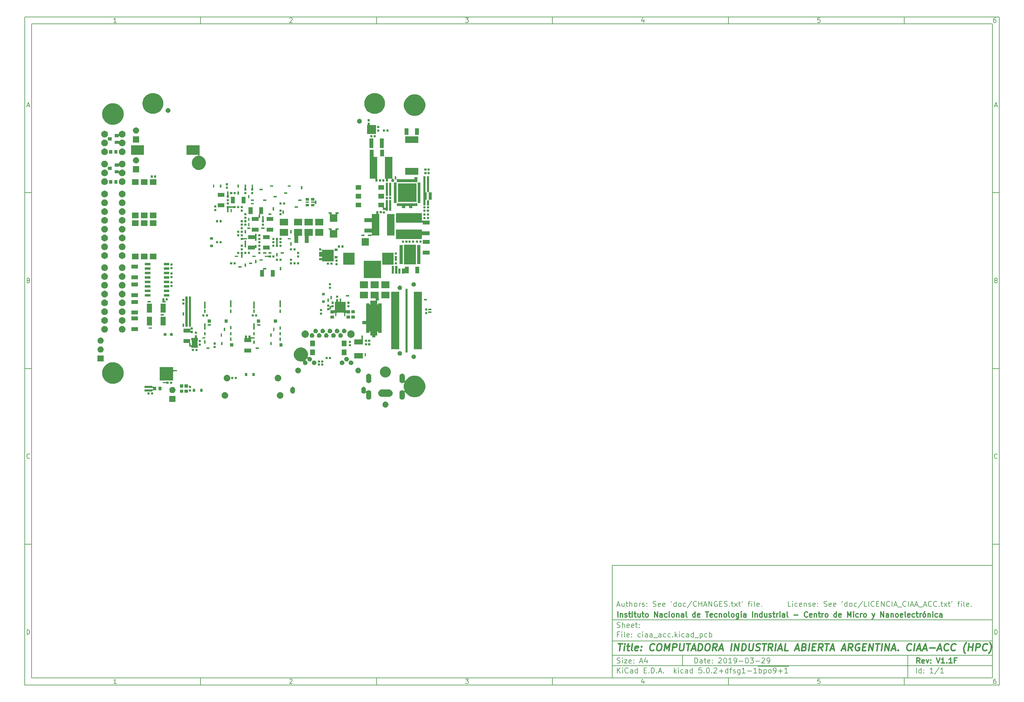
<source format=gbr>
G04 #@! TF.GenerationSoftware,KiCad,Pcbnew,5.0.2+dfsg1-1~bpo9+1*
G04 #@! TF.CreationDate,2019-03-29T14:07:49-03:00*
G04 #@! TF.ProjectId,ciaa_acc,63696161-5f61-4636-932e-6b696361645f,V1.1F*
G04 #@! TF.SameCoordinates,Original*
G04 #@! TF.FileFunction,Soldermask,Bot*
G04 #@! TF.FilePolarity,Negative*
%FSLAX46Y46*%
G04 Gerber Fmt 4.6, Leading zero omitted, Abs format (unit mm)*
G04 Created by KiCad (PCBNEW 5.0.2+dfsg1-1~bpo9+1) date Fri 29 Mar 2019 02:07:49 PM -03*
%MOMM*%
%LPD*%
G01*
G04 APERTURE LIST*
%ADD10C,0.101600*%
%ADD11C,0.150000*%
%ADD12C,0.300000*%
%ADD13C,0.400000*%
G04 APERTURE END LIST*
D10*
D11*
X177002200Y-166007200D02*
X177002200Y-198007200D01*
X285002200Y-198007200D01*
X285002200Y-166007200D01*
X177002200Y-166007200D01*
D10*
D11*
X10000000Y-10000000D02*
X10000000Y-200007200D01*
X287002200Y-200007200D01*
X287002200Y-10000000D01*
X10000000Y-10000000D01*
D10*
D11*
X12000000Y-12000000D02*
X12000000Y-198007200D01*
X285002200Y-198007200D01*
X285002200Y-12000000D01*
X12000000Y-12000000D01*
D10*
D11*
X60000000Y-12000000D02*
X60000000Y-10000000D01*
D10*
D11*
X110000000Y-12000000D02*
X110000000Y-10000000D01*
D10*
D11*
X160000000Y-12000000D02*
X160000000Y-10000000D01*
D10*
D11*
X210000000Y-12000000D02*
X210000000Y-10000000D01*
D10*
D11*
X260000000Y-12000000D02*
X260000000Y-10000000D01*
D10*
D11*
X36065476Y-11588095D02*
X35322619Y-11588095D01*
X35694047Y-11588095D02*
X35694047Y-10288095D01*
X35570238Y-10473809D01*
X35446428Y-10597619D01*
X35322619Y-10659523D01*
D10*
D11*
X85322619Y-10411904D02*
X85384523Y-10350000D01*
X85508333Y-10288095D01*
X85817857Y-10288095D01*
X85941666Y-10350000D01*
X86003571Y-10411904D01*
X86065476Y-10535714D01*
X86065476Y-10659523D01*
X86003571Y-10845238D01*
X85260714Y-11588095D01*
X86065476Y-11588095D01*
D10*
D11*
X135260714Y-10288095D02*
X136065476Y-10288095D01*
X135632142Y-10783333D01*
X135817857Y-10783333D01*
X135941666Y-10845238D01*
X136003571Y-10907142D01*
X136065476Y-11030952D01*
X136065476Y-11340476D01*
X136003571Y-11464285D01*
X135941666Y-11526190D01*
X135817857Y-11588095D01*
X135446428Y-11588095D01*
X135322619Y-11526190D01*
X135260714Y-11464285D01*
D10*
D11*
X185941666Y-10721428D02*
X185941666Y-11588095D01*
X185632142Y-10226190D02*
X185322619Y-11154761D01*
X186127380Y-11154761D01*
D10*
D11*
X236003571Y-10288095D02*
X235384523Y-10288095D01*
X235322619Y-10907142D01*
X235384523Y-10845238D01*
X235508333Y-10783333D01*
X235817857Y-10783333D01*
X235941666Y-10845238D01*
X236003571Y-10907142D01*
X236065476Y-11030952D01*
X236065476Y-11340476D01*
X236003571Y-11464285D01*
X235941666Y-11526190D01*
X235817857Y-11588095D01*
X235508333Y-11588095D01*
X235384523Y-11526190D01*
X235322619Y-11464285D01*
D10*
D11*
X285941666Y-10288095D02*
X285694047Y-10288095D01*
X285570238Y-10350000D01*
X285508333Y-10411904D01*
X285384523Y-10597619D01*
X285322619Y-10845238D01*
X285322619Y-11340476D01*
X285384523Y-11464285D01*
X285446428Y-11526190D01*
X285570238Y-11588095D01*
X285817857Y-11588095D01*
X285941666Y-11526190D01*
X286003571Y-11464285D01*
X286065476Y-11340476D01*
X286065476Y-11030952D01*
X286003571Y-10907142D01*
X285941666Y-10845238D01*
X285817857Y-10783333D01*
X285570238Y-10783333D01*
X285446428Y-10845238D01*
X285384523Y-10907142D01*
X285322619Y-11030952D01*
D10*
D11*
X60000000Y-198007200D02*
X60000000Y-200007200D01*
D10*
D11*
X110000000Y-198007200D02*
X110000000Y-200007200D01*
D10*
D11*
X160000000Y-198007200D02*
X160000000Y-200007200D01*
D10*
D11*
X210000000Y-198007200D02*
X210000000Y-200007200D01*
D10*
D11*
X260000000Y-198007200D02*
X260000000Y-200007200D01*
D10*
D11*
X36065476Y-199595295D02*
X35322619Y-199595295D01*
X35694047Y-199595295D02*
X35694047Y-198295295D01*
X35570238Y-198481009D01*
X35446428Y-198604819D01*
X35322619Y-198666723D01*
D10*
D11*
X85322619Y-198419104D02*
X85384523Y-198357200D01*
X85508333Y-198295295D01*
X85817857Y-198295295D01*
X85941666Y-198357200D01*
X86003571Y-198419104D01*
X86065476Y-198542914D01*
X86065476Y-198666723D01*
X86003571Y-198852438D01*
X85260714Y-199595295D01*
X86065476Y-199595295D01*
D10*
D11*
X135260714Y-198295295D02*
X136065476Y-198295295D01*
X135632142Y-198790533D01*
X135817857Y-198790533D01*
X135941666Y-198852438D01*
X136003571Y-198914342D01*
X136065476Y-199038152D01*
X136065476Y-199347676D01*
X136003571Y-199471485D01*
X135941666Y-199533390D01*
X135817857Y-199595295D01*
X135446428Y-199595295D01*
X135322619Y-199533390D01*
X135260714Y-199471485D01*
D10*
D11*
X185941666Y-198728628D02*
X185941666Y-199595295D01*
X185632142Y-198233390D02*
X185322619Y-199161961D01*
X186127380Y-199161961D01*
D10*
D11*
X236003571Y-198295295D02*
X235384523Y-198295295D01*
X235322619Y-198914342D01*
X235384523Y-198852438D01*
X235508333Y-198790533D01*
X235817857Y-198790533D01*
X235941666Y-198852438D01*
X236003571Y-198914342D01*
X236065476Y-199038152D01*
X236065476Y-199347676D01*
X236003571Y-199471485D01*
X235941666Y-199533390D01*
X235817857Y-199595295D01*
X235508333Y-199595295D01*
X235384523Y-199533390D01*
X235322619Y-199471485D01*
D10*
D11*
X285941666Y-198295295D02*
X285694047Y-198295295D01*
X285570238Y-198357200D01*
X285508333Y-198419104D01*
X285384523Y-198604819D01*
X285322619Y-198852438D01*
X285322619Y-199347676D01*
X285384523Y-199471485D01*
X285446428Y-199533390D01*
X285570238Y-199595295D01*
X285817857Y-199595295D01*
X285941666Y-199533390D01*
X286003571Y-199471485D01*
X286065476Y-199347676D01*
X286065476Y-199038152D01*
X286003571Y-198914342D01*
X285941666Y-198852438D01*
X285817857Y-198790533D01*
X285570238Y-198790533D01*
X285446428Y-198852438D01*
X285384523Y-198914342D01*
X285322619Y-199038152D01*
D10*
D11*
X10000000Y-60000000D02*
X12000000Y-60000000D01*
D10*
D11*
X10000000Y-110000000D02*
X12000000Y-110000000D01*
D10*
D11*
X10000000Y-160000000D02*
X12000000Y-160000000D01*
D10*
D11*
X10690476Y-35216666D02*
X11309523Y-35216666D01*
X10566666Y-35588095D02*
X11000000Y-34288095D01*
X11433333Y-35588095D01*
D10*
D11*
X11092857Y-84907142D02*
X11278571Y-84969047D01*
X11340476Y-85030952D01*
X11402380Y-85154761D01*
X11402380Y-85340476D01*
X11340476Y-85464285D01*
X11278571Y-85526190D01*
X11154761Y-85588095D01*
X10659523Y-85588095D01*
X10659523Y-84288095D01*
X11092857Y-84288095D01*
X11216666Y-84350000D01*
X11278571Y-84411904D01*
X11340476Y-84535714D01*
X11340476Y-84659523D01*
X11278571Y-84783333D01*
X11216666Y-84845238D01*
X11092857Y-84907142D01*
X10659523Y-84907142D01*
D10*
D11*
X11402380Y-135464285D02*
X11340476Y-135526190D01*
X11154761Y-135588095D01*
X11030952Y-135588095D01*
X10845238Y-135526190D01*
X10721428Y-135402380D01*
X10659523Y-135278571D01*
X10597619Y-135030952D01*
X10597619Y-134845238D01*
X10659523Y-134597619D01*
X10721428Y-134473809D01*
X10845238Y-134350000D01*
X11030952Y-134288095D01*
X11154761Y-134288095D01*
X11340476Y-134350000D01*
X11402380Y-134411904D01*
D10*
D11*
X10659523Y-185588095D02*
X10659523Y-184288095D01*
X10969047Y-184288095D01*
X11154761Y-184350000D01*
X11278571Y-184473809D01*
X11340476Y-184597619D01*
X11402380Y-184845238D01*
X11402380Y-185030952D01*
X11340476Y-185278571D01*
X11278571Y-185402380D01*
X11154761Y-185526190D01*
X10969047Y-185588095D01*
X10659523Y-185588095D01*
D10*
D11*
X287002200Y-60000000D02*
X285002200Y-60000000D01*
D10*
D11*
X287002200Y-110000000D02*
X285002200Y-110000000D01*
D10*
D11*
X287002200Y-160000000D02*
X285002200Y-160000000D01*
D10*
D11*
X285692676Y-35216666D02*
X286311723Y-35216666D01*
X285568866Y-35588095D02*
X286002200Y-34288095D01*
X286435533Y-35588095D01*
D10*
D11*
X286095057Y-84907142D02*
X286280771Y-84969047D01*
X286342676Y-85030952D01*
X286404580Y-85154761D01*
X286404580Y-85340476D01*
X286342676Y-85464285D01*
X286280771Y-85526190D01*
X286156961Y-85588095D01*
X285661723Y-85588095D01*
X285661723Y-84288095D01*
X286095057Y-84288095D01*
X286218866Y-84350000D01*
X286280771Y-84411904D01*
X286342676Y-84535714D01*
X286342676Y-84659523D01*
X286280771Y-84783333D01*
X286218866Y-84845238D01*
X286095057Y-84907142D01*
X285661723Y-84907142D01*
D10*
D11*
X286404580Y-135464285D02*
X286342676Y-135526190D01*
X286156961Y-135588095D01*
X286033152Y-135588095D01*
X285847438Y-135526190D01*
X285723628Y-135402380D01*
X285661723Y-135278571D01*
X285599819Y-135030952D01*
X285599819Y-134845238D01*
X285661723Y-134597619D01*
X285723628Y-134473809D01*
X285847438Y-134350000D01*
X286033152Y-134288095D01*
X286156961Y-134288095D01*
X286342676Y-134350000D01*
X286404580Y-134411904D01*
D10*
D11*
X285661723Y-185588095D02*
X285661723Y-184288095D01*
X285971247Y-184288095D01*
X286156961Y-184350000D01*
X286280771Y-184473809D01*
X286342676Y-184597619D01*
X286404580Y-184845238D01*
X286404580Y-185030952D01*
X286342676Y-185278571D01*
X286280771Y-185402380D01*
X286156961Y-185526190D01*
X285971247Y-185588095D01*
X285661723Y-185588095D01*
D10*
D11*
X200434342Y-193785771D02*
X200434342Y-192285771D01*
X200791485Y-192285771D01*
X201005771Y-192357200D01*
X201148628Y-192500057D01*
X201220057Y-192642914D01*
X201291485Y-192928628D01*
X201291485Y-193142914D01*
X201220057Y-193428628D01*
X201148628Y-193571485D01*
X201005771Y-193714342D01*
X200791485Y-193785771D01*
X200434342Y-193785771D01*
X202577200Y-193785771D02*
X202577200Y-193000057D01*
X202505771Y-192857200D01*
X202362914Y-192785771D01*
X202077200Y-192785771D01*
X201934342Y-192857200D01*
X202577200Y-193714342D02*
X202434342Y-193785771D01*
X202077200Y-193785771D01*
X201934342Y-193714342D01*
X201862914Y-193571485D01*
X201862914Y-193428628D01*
X201934342Y-193285771D01*
X202077200Y-193214342D01*
X202434342Y-193214342D01*
X202577200Y-193142914D01*
X203077200Y-192785771D02*
X203648628Y-192785771D01*
X203291485Y-192285771D02*
X203291485Y-193571485D01*
X203362914Y-193714342D01*
X203505771Y-193785771D01*
X203648628Y-193785771D01*
X204720057Y-193714342D02*
X204577200Y-193785771D01*
X204291485Y-193785771D01*
X204148628Y-193714342D01*
X204077200Y-193571485D01*
X204077200Y-193000057D01*
X204148628Y-192857200D01*
X204291485Y-192785771D01*
X204577200Y-192785771D01*
X204720057Y-192857200D01*
X204791485Y-193000057D01*
X204791485Y-193142914D01*
X204077200Y-193285771D01*
X205434342Y-193642914D02*
X205505771Y-193714342D01*
X205434342Y-193785771D01*
X205362914Y-193714342D01*
X205434342Y-193642914D01*
X205434342Y-193785771D01*
X205434342Y-192857200D02*
X205505771Y-192928628D01*
X205434342Y-193000057D01*
X205362914Y-192928628D01*
X205434342Y-192857200D01*
X205434342Y-193000057D01*
X207220057Y-192428628D02*
X207291485Y-192357200D01*
X207434342Y-192285771D01*
X207791485Y-192285771D01*
X207934342Y-192357200D01*
X208005771Y-192428628D01*
X208077200Y-192571485D01*
X208077200Y-192714342D01*
X208005771Y-192928628D01*
X207148628Y-193785771D01*
X208077200Y-193785771D01*
X209005771Y-192285771D02*
X209148628Y-192285771D01*
X209291485Y-192357200D01*
X209362914Y-192428628D01*
X209434342Y-192571485D01*
X209505771Y-192857200D01*
X209505771Y-193214342D01*
X209434342Y-193500057D01*
X209362914Y-193642914D01*
X209291485Y-193714342D01*
X209148628Y-193785771D01*
X209005771Y-193785771D01*
X208862914Y-193714342D01*
X208791485Y-193642914D01*
X208720057Y-193500057D01*
X208648628Y-193214342D01*
X208648628Y-192857200D01*
X208720057Y-192571485D01*
X208791485Y-192428628D01*
X208862914Y-192357200D01*
X209005771Y-192285771D01*
X210934342Y-193785771D02*
X210077200Y-193785771D01*
X210505771Y-193785771D02*
X210505771Y-192285771D01*
X210362914Y-192500057D01*
X210220057Y-192642914D01*
X210077200Y-192714342D01*
X211648628Y-193785771D02*
X211934342Y-193785771D01*
X212077200Y-193714342D01*
X212148628Y-193642914D01*
X212291485Y-193428628D01*
X212362914Y-193142914D01*
X212362914Y-192571485D01*
X212291485Y-192428628D01*
X212220057Y-192357200D01*
X212077200Y-192285771D01*
X211791485Y-192285771D01*
X211648628Y-192357200D01*
X211577200Y-192428628D01*
X211505771Y-192571485D01*
X211505771Y-192928628D01*
X211577200Y-193071485D01*
X211648628Y-193142914D01*
X211791485Y-193214342D01*
X212077200Y-193214342D01*
X212220057Y-193142914D01*
X212291485Y-193071485D01*
X212362914Y-192928628D01*
X213005771Y-193214342D02*
X214148628Y-193214342D01*
X215148628Y-192285771D02*
X215291485Y-192285771D01*
X215434342Y-192357200D01*
X215505771Y-192428628D01*
X215577200Y-192571485D01*
X215648628Y-192857200D01*
X215648628Y-193214342D01*
X215577200Y-193500057D01*
X215505771Y-193642914D01*
X215434342Y-193714342D01*
X215291485Y-193785771D01*
X215148628Y-193785771D01*
X215005771Y-193714342D01*
X214934342Y-193642914D01*
X214862914Y-193500057D01*
X214791485Y-193214342D01*
X214791485Y-192857200D01*
X214862914Y-192571485D01*
X214934342Y-192428628D01*
X215005771Y-192357200D01*
X215148628Y-192285771D01*
X216148628Y-192285771D02*
X217077200Y-192285771D01*
X216577200Y-192857200D01*
X216791485Y-192857200D01*
X216934342Y-192928628D01*
X217005771Y-193000057D01*
X217077200Y-193142914D01*
X217077200Y-193500057D01*
X217005771Y-193642914D01*
X216934342Y-193714342D01*
X216791485Y-193785771D01*
X216362914Y-193785771D01*
X216220057Y-193714342D01*
X216148628Y-193642914D01*
X217720057Y-193214342D02*
X218862914Y-193214342D01*
X219505771Y-192428628D02*
X219577200Y-192357200D01*
X219720057Y-192285771D01*
X220077200Y-192285771D01*
X220220057Y-192357200D01*
X220291485Y-192428628D01*
X220362914Y-192571485D01*
X220362914Y-192714342D01*
X220291485Y-192928628D01*
X219434342Y-193785771D01*
X220362914Y-193785771D01*
X221077200Y-193785771D02*
X221362914Y-193785771D01*
X221505771Y-193714342D01*
X221577200Y-193642914D01*
X221720057Y-193428628D01*
X221791485Y-193142914D01*
X221791485Y-192571485D01*
X221720057Y-192428628D01*
X221648628Y-192357200D01*
X221505771Y-192285771D01*
X221220057Y-192285771D01*
X221077200Y-192357200D01*
X221005771Y-192428628D01*
X220934342Y-192571485D01*
X220934342Y-192928628D01*
X221005771Y-193071485D01*
X221077200Y-193142914D01*
X221220057Y-193214342D01*
X221505771Y-193214342D01*
X221648628Y-193142914D01*
X221720057Y-193071485D01*
X221791485Y-192928628D01*
D10*
D11*
X177002200Y-194507200D02*
X285002200Y-194507200D01*
D10*
D11*
X178434342Y-196585771D02*
X178434342Y-195085771D01*
X179291485Y-196585771D02*
X178648628Y-195728628D01*
X179291485Y-195085771D02*
X178434342Y-195942914D01*
X179934342Y-196585771D02*
X179934342Y-195585771D01*
X179934342Y-195085771D02*
X179862914Y-195157200D01*
X179934342Y-195228628D01*
X180005771Y-195157200D01*
X179934342Y-195085771D01*
X179934342Y-195228628D01*
X181505771Y-196442914D02*
X181434342Y-196514342D01*
X181220057Y-196585771D01*
X181077200Y-196585771D01*
X180862914Y-196514342D01*
X180720057Y-196371485D01*
X180648628Y-196228628D01*
X180577200Y-195942914D01*
X180577200Y-195728628D01*
X180648628Y-195442914D01*
X180720057Y-195300057D01*
X180862914Y-195157200D01*
X181077200Y-195085771D01*
X181220057Y-195085771D01*
X181434342Y-195157200D01*
X181505771Y-195228628D01*
X182791485Y-196585771D02*
X182791485Y-195800057D01*
X182720057Y-195657200D01*
X182577200Y-195585771D01*
X182291485Y-195585771D01*
X182148628Y-195657200D01*
X182791485Y-196514342D02*
X182648628Y-196585771D01*
X182291485Y-196585771D01*
X182148628Y-196514342D01*
X182077200Y-196371485D01*
X182077200Y-196228628D01*
X182148628Y-196085771D01*
X182291485Y-196014342D01*
X182648628Y-196014342D01*
X182791485Y-195942914D01*
X184148628Y-196585771D02*
X184148628Y-195085771D01*
X184148628Y-196514342D02*
X184005771Y-196585771D01*
X183720057Y-196585771D01*
X183577200Y-196514342D01*
X183505771Y-196442914D01*
X183434342Y-196300057D01*
X183434342Y-195871485D01*
X183505771Y-195728628D01*
X183577200Y-195657200D01*
X183720057Y-195585771D01*
X184005771Y-195585771D01*
X184148628Y-195657200D01*
X186005771Y-195800057D02*
X186505771Y-195800057D01*
X186720057Y-196585771D02*
X186005771Y-196585771D01*
X186005771Y-195085771D01*
X186720057Y-195085771D01*
X187362914Y-196442914D02*
X187434342Y-196514342D01*
X187362914Y-196585771D01*
X187291485Y-196514342D01*
X187362914Y-196442914D01*
X187362914Y-196585771D01*
X188077200Y-196585771D02*
X188077200Y-195085771D01*
X188434342Y-195085771D01*
X188648628Y-195157200D01*
X188791485Y-195300057D01*
X188862914Y-195442914D01*
X188934342Y-195728628D01*
X188934342Y-195942914D01*
X188862914Y-196228628D01*
X188791485Y-196371485D01*
X188648628Y-196514342D01*
X188434342Y-196585771D01*
X188077200Y-196585771D01*
X189577200Y-196442914D02*
X189648628Y-196514342D01*
X189577200Y-196585771D01*
X189505771Y-196514342D01*
X189577200Y-196442914D01*
X189577200Y-196585771D01*
X190220057Y-196157200D02*
X190934342Y-196157200D01*
X190077200Y-196585771D02*
X190577200Y-195085771D01*
X191077200Y-196585771D01*
X191577200Y-196442914D02*
X191648628Y-196514342D01*
X191577200Y-196585771D01*
X191505771Y-196514342D01*
X191577200Y-196442914D01*
X191577200Y-196585771D01*
X194577200Y-196585771D02*
X194577200Y-195085771D01*
X194720057Y-196014342D02*
X195148628Y-196585771D01*
X195148628Y-195585771D02*
X194577200Y-196157200D01*
X195791485Y-196585771D02*
X195791485Y-195585771D01*
X195791485Y-195085771D02*
X195720057Y-195157200D01*
X195791485Y-195228628D01*
X195862914Y-195157200D01*
X195791485Y-195085771D01*
X195791485Y-195228628D01*
X197148628Y-196514342D02*
X197005771Y-196585771D01*
X196720057Y-196585771D01*
X196577200Y-196514342D01*
X196505771Y-196442914D01*
X196434342Y-196300057D01*
X196434342Y-195871485D01*
X196505771Y-195728628D01*
X196577200Y-195657200D01*
X196720057Y-195585771D01*
X197005771Y-195585771D01*
X197148628Y-195657200D01*
X198434342Y-196585771D02*
X198434342Y-195800057D01*
X198362914Y-195657200D01*
X198220057Y-195585771D01*
X197934342Y-195585771D01*
X197791485Y-195657200D01*
X198434342Y-196514342D02*
X198291485Y-196585771D01*
X197934342Y-196585771D01*
X197791485Y-196514342D01*
X197720057Y-196371485D01*
X197720057Y-196228628D01*
X197791485Y-196085771D01*
X197934342Y-196014342D01*
X198291485Y-196014342D01*
X198434342Y-195942914D01*
X199791485Y-196585771D02*
X199791485Y-195085771D01*
X199791485Y-196514342D02*
X199648628Y-196585771D01*
X199362914Y-196585771D01*
X199220057Y-196514342D01*
X199148628Y-196442914D01*
X199077200Y-196300057D01*
X199077200Y-195871485D01*
X199148628Y-195728628D01*
X199220057Y-195657200D01*
X199362914Y-195585771D01*
X199648628Y-195585771D01*
X199791485Y-195657200D01*
X202362914Y-195085771D02*
X201648628Y-195085771D01*
X201577200Y-195800057D01*
X201648628Y-195728628D01*
X201791485Y-195657200D01*
X202148628Y-195657200D01*
X202291485Y-195728628D01*
X202362914Y-195800057D01*
X202434342Y-195942914D01*
X202434342Y-196300057D01*
X202362914Y-196442914D01*
X202291485Y-196514342D01*
X202148628Y-196585771D01*
X201791485Y-196585771D01*
X201648628Y-196514342D01*
X201577200Y-196442914D01*
X203077200Y-196442914D02*
X203148628Y-196514342D01*
X203077200Y-196585771D01*
X203005771Y-196514342D01*
X203077200Y-196442914D01*
X203077200Y-196585771D01*
X204077200Y-195085771D02*
X204220057Y-195085771D01*
X204362914Y-195157200D01*
X204434342Y-195228628D01*
X204505771Y-195371485D01*
X204577200Y-195657200D01*
X204577200Y-196014342D01*
X204505771Y-196300057D01*
X204434342Y-196442914D01*
X204362914Y-196514342D01*
X204220057Y-196585771D01*
X204077200Y-196585771D01*
X203934342Y-196514342D01*
X203862914Y-196442914D01*
X203791485Y-196300057D01*
X203720057Y-196014342D01*
X203720057Y-195657200D01*
X203791485Y-195371485D01*
X203862914Y-195228628D01*
X203934342Y-195157200D01*
X204077200Y-195085771D01*
X205220057Y-196442914D02*
X205291485Y-196514342D01*
X205220057Y-196585771D01*
X205148628Y-196514342D01*
X205220057Y-196442914D01*
X205220057Y-196585771D01*
X205862914Y-195228628D02*
X205934342Y-195157200D01*
X206077200Y-195085771D01*
X206434342Y-195085771D01*
X206577200Y-195157200D01*
X206648628Y-195228628D01*
X206720057Y-195371485D01*
X206720057Y-195514342D01*
X206648628Y-195728628D01*
X205791485Y-196585771D01*
X206720057Y-196585771D01*
X207362914Y-196014342D02*
X208505771Y-196014342D01*
X207934342Y-196585771D02*
X207934342Y-195442914D01*
X209862914Y-196585771D02*
X209862914Y-195085771D01*
X209862914Y-196514342D02*
X209720057Y-196585771D01*
X209434342Y-196585771D01*
X209291485Y-196514342D01*
X209220057Y-196442914D01*
X209148628Y-196300057D01*
X209148628Y-195871485D01*
X209220057Y-195728628D01*
X209291485Y-195657200D01*
X209434342Y-195585771D01*
X209720057Y-195585771D01*
X209862914Y-195657200D01*
X210362914Y-195585771D02*
X210934342Y-195585771D01*
X210577200Y-196585771D02*
X210577200Y-195300057D01*
X210648628Y-195157200D01*
X210791485Y-195085771D01*
X210934342Y-195085771D01*
X211362914Y-196514342D02*
X211505771Y-196585771D01*
X211791485Y-196585771D01*
X211934342Y-196514342D01*
X212005771Y-196371485D01*
X212005771Y-196300057D01*
X211934342Y-196157200D01*
X211791485Y-196085771D01*
X211577200Y-196085771D01*
X211434342Y-196014342D01*
X211362914Y-195871485D01*
X211362914Y-195800057D01*
X211434342Y-195657200D01*
X211577200Y-195585771D01*
X211791485Y-195585771D01*
X211934342Y-195657200D01*
X213291485Y-195585771D02*
X213291485Y-196800057D01*
X213220057Y-196942914D01*
X213148628Y-197014342D01*
X213005771Y-197085771D01*
X212791485Y-197085771D01*
X212648628Y-197014342D01*
X213291485Y-196514342D02*
X213148628Y-196585771D01*
X212862914Y-196585771D01*
X212720057Y-196514342D01*
X212648628Y-196442914D01*
X212577200Y-196300057D01*
X212577200Y-195871485D01*
X212648628Y-195728628D01*
X212720057Y-195657200D01*
X212862914Y-195585771D01*
X213148628Y-195585771D01*
X213291485Y-195657200D01*
X214791485Y-196585771D02*
X213934342Y-196585771D01*
X214362914Y-196585771D02*
X214362914Y-195085771D01*
X214220057Y-195300057D01*
X214077200Y-195442914D01*
X213934342Y-195514342D01*
X215434342Y-196014342D02*
X216577200Y-196014342D01*
X218077200Y-196585771D02*
X217220057Y-196585771D01*
X217648628Y-196585771D02*
X217648628Y-195085771D01*
X217505771Y-195300057D01*
X217362914Y-195442914D01*
X217220057Y-195514342D01*
X218362914Y-194677200D02*
X219720057Y-194677200D01*
X218720057Y-196585771D02*
X218720057Y-195085771D01*
X218720057Y-195657200D02*
X218862914Y-195585771D01*
X219148628Y-195585771D01*
X219291485Y-195657200D01*
X219362914Y-195728628D01*
X219434342Y-195871485D01*
X219434342Y-196300057D01*
X219362914Y-196442914D01*
X219291485Y-196514342D01*
X219148628Y-196585771D01*
X218862914Y-196585771D01*
X218720057Y-196514342D01*
X219720057Y-194677200D02*
X221077200Y-194677200D01*
X220077200Y-195585771D02*
X220077200Y-197085771D01*
X220077200Y-195657200D02*
X220220057Y-195585771D01*
X220505771Y-195585771D01*
X220648628Y-195657200D01*
X220720057Y-195728628D01*
X220791485Y-195871485D01*
X220791485Y-196300057D01*
X220720057Y-196442914D01*
X220648628Y-196514342D01*
X220505771Y-196585771D01*
X220220057Y-196585771D01*
X220077200Y-196514342D01*
X221077200Y-194677200D02*
X222434342Y-194677200D01*
X221648628Y-196585771D02*
X221505771Y-196514342D01*
X221434342Y-196442914D01*
X221362914Y-196300057D01*
X221362914Y-195871485D01*
X221434342Y-195728628D01*
X221505771Y-195657200D01*
X221648628Y-195585771D01*
X221862914Y-195585771D01*
X222005771Y-195657200D01*
X222077200Y-195728628D01*
X222148628Y-195871485D01*
X222148628Y-196300057D01*
X222077200Y-196442914D01*
X222005771Y-196514342D01*
X221862914Y-196585771D01*
X221648628Y-196585771D01*
X222434342Y-194677200D02*
X223862914Y-194677200D01*
X222862914Y-196585771D02*
X223148628Y-196585771D01*
X223291485Y-196514342D01*
X223362914Y-196442914D01*
X223505771Y-196228628D01*
X223577200Y-195942914D01*
X223577200Y-195371485D01*
X223505771Y-195228628D01*
X223434342Y-195157200D01*
X223291485Y-195085771D01*
X223005771Y-195085771D01*
X222862914Y-195157200D01*
X222791485Y-195228628D01*
X222720057Y-195371485D01*
X222720057Y-195728628D01*
X222791485Y-195871485D01*
X222862914Y-195942914D01*
X223005771Y-196014342D01*
X223291485Y-196014342D01*
X223434342Y-195942914D01*
X223505771Y-195871485D01*
X223577200Y-195728628D01*
X223862914Y-194677200D02*
X225720057Y-194677200D01*
X224220057Y-196014342D02*
X225362914Y-196014342D01*
X224791485Y-196585771D02*
X224791485Y-195442914D01*
X225720057Y-194677200D02*
X227148628Y-194677200D01*
X226862914Y-196585771D02*
X226005771Y-196585771D01*
X226434342Y-196585771D02*
X226434342Y-195085771D01*
X226291485Y-195300057D01*
X226148628Y-195442914D01*
X226005771Y-195514342D01*
D10*
D11*
X177002200Y-191507200D02*
X285002200Y-191507200D01*
D10*
D12*
X264411485Y-193785771D02*
X263911485Y-193071485D01*
X263554342Y-193785771D02*
X263554342Y-192285771D01*
X264125771Y-192285771D01*
X264268628Y-192357200D01*
X264340057Y-192428628D01*
X264411485Y-192571485D01*
X264411485Y-192785771D01*
X264340057Y-192928628D01*
X264268628Y-193000057D01*
X264125771Y-193071485D01*
X263554342Y-193071485D01*
X265625771Y-193714342D02*
X265482914Y-193785771D01*
X265197200Y-193785771D01*
X265054342Y-193714342D01*
X264982914Y-193571485D01*
X264982914Y-193000057D01*
X265054342Y-192857200D01*
X265197200Y-192785771D01*
X265482914Y-192785771D01*
X265625771Y-192857200D01*
X265697200Y-193000057D01*
X265697200Y-193142914D01*
X264982914Y-193285771D01*
X266197200Y-192785771D02*
X266554342Y-193785771D01*
X266911485Y-192785771D01*
X267482914Y-193642914D02*
X267554342Y-193714342D01*
X267482914Y-193785771D01*
X267411485Y-193714342D01*
X267482914Y-193642914D01*
X267482914Y-193785771D01*
X267482914Y-192857200D02*
X267554342Y-192928628D01*
X267482914Y-193000057D01*
X267411485Y-192928628D01*
X267482914Y-192857200D01*
X267482914Y-193000057D01*
X269125771Y-192285771D02*
X269625771Y-193785771D01*
X270125771Y-192285771D01*
X271411485Y-193785771D02*
X270554342Y-193785771D01*
X270982914Y-193785771D02*
X270982914Y-192285771D01*
X270840057Y-192500057D01*
X270697200Y-192642914D01*
X270554342Y-192714342D01*
X272054342Y-193642914D02*
X272125771Y-193714342D01*
X272054342Y-193785771D01*
X271982914Y-193714342D01*
X272054342Y-193642914D01*
X272054342Y-193785771D01*
X273554342Y-193785771D02*
X272697200Y-193785771D01*
X273125771Y-193785771D02*
X273125771Y-192285771D01*
X272982914Y-192500057D01*
X272840057Y-192642914D01*
X272697200Y-192714342D01*
X274697200Y-193000057D02*
X274197200Y-193000057D01*
X274197200Y-193785771D02*
X274197200Y-192285771D01*
X274911485Y-192285771D01*
D10*
D11*
X178362914Y-193714342D02*
X178577200Y-193785771D01*
X178934342Y-193785771D01*
X179077200Y-193714342D01*
X179148628Y-193642914D01*
X179220057Y-193500057D01*
X179220057Y-193357200D01*
X179148628Y-193214342D01*
X179077200Y-193142914D01*
X178934342Y-193071485D01*
X178648628Y-193000057D01*
X178505771Y-192928628D01*
X178434342Y-192857200D01*
X178362914Y-192714342D01*
X178362914Y-192571485D01*
X178434342Y-192428628D01*
X178505771Y-192357200D01*
X178648628Y-192285771D01*
X179005771Y-192285771D01*
X179220057Y-192357200D01*
X179862914Y-193785771D02*
X179862914Y-192785771D01*
X179862914Y-192285771D02*
X179791485Y-192357200D01*
X179862914Y-192428628D01*
X179934342Y-192357200D01*
X179862914Y-192285771D01*
X179862914Y-192428628D01*
X180434342Y-192785771D02*
X181220057Y-192785771D01*
X180434342Y-193785771D01*
X181220057Y-193785771D01*
X182362914Y-193714342D02*
X182220057Y-193785771D01*
X181934342Y-193785771D01*
X181791485Y-193714342D01*
X181720057Y-193571485D01*
X181720057Y-193000057D01*
X181791485Y-192857200D01*
X181934342Y-192785771D01*
X182220057Y-192785771D01*
X182362914Y-192857200D01*
X182434342Y-193000057D01*
X182434342Y-193142914D01*
X181720057Y-193285771D01*
X183077200Y-193642914D02*
X183148628Y-193714342D01*
X183077200Y-193785771D01*
X183005771Y-193714342D01*
X183077200Y-193642914D01*
X183077200Y-193785771D01*
X183077200Y-192857200D02*
X183148628Y-192928628D01*
X183077200Y-193000057D01*
X183005771Y-192928628D01*
X183077200Y-192857200D01*
X183077200Y-193000057D01*
X184862914Y-193357200D02*
X185577200Y-193357200D01*
X184720057Y-193785771D02*
X185220057Y-192285771D01*
X185720057Y-193785771D01*
X186862914Y-192785771D02*
X186862914Y-193785771D01*
X186505771Y-192214342D02*
X186148628Y-193285771D01*
X187077200Y-193285771D01*
D10*
D11*
X263434342Y-196585771D02*
X263434342Y-195085771D01*
X264791485Y-196585771D02*
X264791485Y-195085771D01*
X264791485Y-196514342D02*
X264648628Y-196585771D01*
X264362914Y-196585771D01*
X264220057Y-196514342D01*
X264148628Y-196442914D01*
X264077200Y-196300057D01*
X264077200Y-195871485D01*
X264148628Y-195728628D01*
X264220057Y-195657200D01*
X264362914Y-195585771D01*
X264648628Y-195585771D01*
X264791485Y-195657200D01*
X265505771Y-196442914D02*
X265577200Y-196514342D01*
X265505771Y-196585771D01*
X265434342Y-196514342D01*
X265505771Y-196442914D01*
X265505771Y-196585771D01*
X265505771Y-195657200D02*
X265577200Y-195728628D01*
X265505771Y-195800057D01*
X265434342Y-195728628D01*
X265505771Y-195657200D01*
X265505771Y-195800057D01*
X268148628Y-196585771D02*
X267291485Y-196585771D01*
X267720057Y-196585771D02*
X267720057Y-195085771D01*
X267577200Y-195300057D01*
X267434342Y-195442914D01*
X267291485Y-195514342D01*
X269862914Y-195014342D02*
X268577200Y-196942914D01*
X271148628Y-196585771D02*
X270291485Y-196585771D01*
X270720057Y-196585771D02*
X270720057Y-195085771D01*
X270577200Y-195300057D01*
X270434342Y-195442914D01*
X270291485Y-195514342D01*
D10*
D11*
X177002200Y-187507200D02*
X285002200Y-187507200D01*
D10*
D13*
X178714580Y-188211961D02*
X179857438Y-188211961D01*
X179036009Y-190211961D02*
X179286009Y-188211961D01*
X180274104Y-190211961D02*
X180440771Y-188878628D01*
X180524104Y-188211961D02*
X180416961Y-188307200D01*
X180500295Y-188402438D01*
X180607438Y-188307200D01*
X180524104Y-188211961D01*
X180500295Y-188402438D01*
X181107438Y-188878628D02*
X181869342Y-188878628D01*
X181476485Y-188211961D02*
X181262200Y-189926247D01*
X181333628Y-190116723D01*
X181512200Y-190211961D01*
X181702676Y-190211961D01*
X182655057Y-190211961D02*
X182476485Y-190116723D01*
X182405057Y-189926247D01*
X182619342Y-188211961D01*
X184190771Y-190116723D02*
X183988390Y-190211961D01*
X183607438Y-190211961D01*
X183428866Y-190116723D01*
X183357438Y-189926247D01*
X183452676Y-189164342D01*
X183571723Y-188973866D01*
X183774104Y-188878628D01*
X184155057Y-188878628D01*
X184333628Y-188973866D01*
X184405057Y-189164342D01*
X184381247Y-189354819D01*
X183405057Y-189545295D01*
X185155057Y-190021485D02*
X185238390Y-190116723D01*
X185131247Y-190211961D01*
X185047914Y-190116723D01*
X185155057Y-190021485D01*
X185131247Y-190211961D01*
X185286009Y-188973866D02*
X185369342Y-189069104D01*
X185262200Y-189164342D01*
X185178866Y-189069104D01*
X185286009Y-188973866D01*
X185262200Y-189164342D01*
X188774104Y-190021485D02*
X188666961Y-190116723D01*
X188369342Y-190211961D01*
X188178866Y-190211961D01*
X187905057Y-190116723D01*
X187738390Y-189926247D01*
X187666961Y-189735771D01*
X187619342Y-189354819D01*
X187655057Y-189069104D01*
X187797914Y-188688152D01*
X187916961Y-188497676D01*
X188131247Y-188307200D01*
X188428866Y-188211961D01*
X188619342Y-188211961D01*
X188893152Y-188307200D01*
X188976485Y-188402438D01*
X190238390Y-188211961D02*
X190619342Y-188211961D01*
X190797914Y-188307200D01*
X190964580Y-188497676D01*
X191012200Y-188878628D01*
X190928866Y-189545295D01*
X190786009Y-189926247D01*
X190571723Y-190116723D01*
X190369342Y-190211961D01*
X189988390Y-190211961D01*
X189809819Y-190116723D01*
X189643152Y-189926247D01*
X189595533Y-189545295D01*
X189678866Y-188878628D01*
X189821723Y-188497676D01*
X190036009Y-188307200D01*
X190238390Y-188211961D01*
X191702676Y-190211961D02*
X191952676Y-188211961D01*
X192440771Y-189640533D01*
X193286009Y-188211961D01*
X193036009Y-190211961D01*
X193988390Y-190211961D02*
X194238390Y-188211961D01*
X195000295Y-188211961D01*
X195178866Y-188307200D01*
X195262200Y-188402438D01*
X195333628Y-188592914D01*
X195297914Y-188878628D01*
X195178866Y-189069104D01*
X195071723Y-189164342D01*
X194869342Y-189259580D01*
X194107438Y-189259580D01*
X196238390Y-188211961D02*
X196036009Y-189831009D01*
X196107438Y-190021485D01*
X196190771Y-190116723D01*
X196369342Y-190211961D01*
X196750295Y-190211961D01*
X196952676Y-190116723D01*
X197059819Y-190021485D01*
X197178866Y-189831009D01*
X197381247Y-188211961D01*
X198047914Y-188211961D02*
X199190771Y-188211961D01*
X198369342Y-190211961D02*
X198619342Y-188211961D01*
X199583628Y-189640533D02*
X200536009Y-189640533D01*
X199321723Y-190211961D02*
X200238390Y-188211961D01*
X200655057Y-190211961D01*
X201321723Y-190211961D02*
X201571723Y-188211961D01*
X202047914Y-188211961D01*
X202321723Y-188307200D01*
X202488390Y-188497676D01*
X202559819Y-188688152D01*
X202607438Y-189069104D01*
X202571723Y-189354819D01*
X202428866Y-189735771D01*
X202309819Y-189926247D01*
X202095533Y-190116723D01*
X201797914Y-190211961D01*
X201321723Y-190211961D01*
X203952676Y-188211961D02*
X204333628Y-188211961D01*
X204512200Y-188307200D01*
X204678866Y-188497676D01*
X204726485Y-188878628D01*
X204643152Y-189545295D01*
X204500295Y-189926247D01*
X204286009Y-190116723D01*
X204083628Y-190211961D01*
X203702676Y-190211961D01*
X203524104Y-190116723D01*
X203357438Y-189926247D01*
X203309819Y-189545295D01*
X203393152Y-188878628D01*
X203536009Y-188497676D01*
X203750295Y-188307200D01*
X203952676Y-188211961D01*
X206559819Y-190211961D02*
X206012200Y-189259580D01*
X205416961Y-190211961D02*
X205666961Y-188211961D01*
X206428866Y-188211961D01*
X206607438Y-188307200D01*
X206690771Y-188402438D01*
X206762200Y-188592914D01*
X206726485Y-188878628D01*
X206607438Y-189069104D01*
X206500295Y-189164342D01*
X206297914Y-189259580D01*
X205536009Y-189259580D01*
X207393152Y-189640533D02*
X208345533Y-189640533D01*
X207131247Y-190211961D02*
X208047914Y-188211961D01*
X208464580Y-190211961D01*
X210655057Y-190211961D02*
X210905057Y-188211961D01*
X211607438Y-190211961D02*
X211857438Y-188211961D01*
X212750295Y-190211961D01*
X213000295Y-188211961D01*
X213702676Y-190211961D02*
X213952676Y-188211961D01*
X214428866Y-188211961D01*
X214702676Y-188307200D01*
X214869342Y-188497676D01*
X214940771Y-188688152D01*
X214988390Y-189069104D01*
X214952676Y-189354819D01*
X214809819Y-189735771D01*
X214690771Y-189926247D01*
X214476485Y-190116723D01*
X214178866Y-190211961D01*
X213702676Y-190211961D01*
X215952676Y-188211961D02*
X215750295Y-189831009D01*
X215821723Y-190021485D01*
X215905057Y-190116723D01*
X216083628Y-190211961D01*
X216464580Y-190211961D01*
X216666961Y-190116723D01*
X216774104Y-190021485D01*
X216893152Y-189831009D01*
X217095533Y-188211961D01*
X217714580Y-190116723D02*
X217988390Y-190211961D01*
X218464580Y-190211961D01*
X218666961Y-190116723D01*
X218774104Y-190021485D01*
X218893152Y-189831009D01*
X218916961Y-189640533D01*
X218845533Y-189450057D01*
X218762200Y-189354819D01*
X218583628Y-189259580D01*
X218214580Y-189164342D01*
X218036009Y-189069104D01*
X217952676Y-188973866D01*
X217881247Y-188783390D01*
X217905057Y-188592914D01*
X218024104Y-188402438D01*
X218131247Y-188307200D01*
X218333628Y-188211961D01*
X218809819Y-188211961D01*
X219083628Y-188307200D01*
X219666961Y-188211961D02*
X220809819Y-188211961D01*
X219988390Y-190211961D02*
X220238390Y-188211961D01*
X222369342Y-190211961D02*
X221821723Y-189259580D01*
X221226485Y-190211961D02*
X221476485Y-188211961D01*
X222238390Y-188211961D01*
X222416961Y-188307200D01*
X222500295Y-188402438D01*
X222571723Y-188592914D01*
X222536009Y-188878628D01*
X222416961Y-189069104D01*
X222309819Y-189164342D01*
X222107438Y-189259580D01*
X221345533Y-189259580D01*
X223226485Y-190211961D02*
X223476485Y-188211961D01*
X224155057Y-189640533D02*
X225107438Y-189640533D01*
X223893152Y-190211961D02*
X224809819Y-188211961D01*
X225226485Y-190211961D01*
X226845533Y-190211961D02*
X225893152Y-190211961D01*
X226143152Y-188211961D01*
X229012200Y-189640533D02*
X229964580Y-189640533D01*
X228750295Y-190211961D02*
X229666961Y-188211961D01*
X230083628Y-190211961D01*
X231547914Y-189164342D02*
X231821723Y-189259580D01*
X231905057Y-189354819D01*
X231976485Y-189545295D01*
X231940771Y-189831009D01*
X231821723Y-190021485D01*
X231714580Y-190116723D01*
X231512200Y-190211961D01*
X230750295Y-190211961D01*
X231000295Y-188211961D01*
X231666961Y-188211961D01*
X231845533Y-188307200D01*
X231928866Y-188402438D01*
X232000295Y-188592914D01*
X231976485Y-188783390D01*
X231857438Y-188973866D01*
X231750295Y-189069104D01*
X231547914Y-189164342D01*
X230881247Y-189164342D01*
X232750295Y-190211961D02*
X233000295Y-188211961D01*
X233833628Y-189164342D02*
X234500295Y-189164342D01*
X234655057Y-190211961D02*
X233702676Y-190211961D01*
X233952676Y-188211961D01*
X234905057Y-188211961D01*
X236655057Y-190211961D02*
X236107438Y-189259580D01*
X235512200Y-190211961D02*
X235762200Y-188211961D01*
X236524104Y-188211961D01*
X236702676Y-188307200D01*
X236786009Y-188402438D01*
X236857438Y-188592914D01*
X236821723Y-188878628D01*
X236702676Y-189069104D01*
X236595533Y-189164342D01*
X236393152Y-189259580D01*
X235631247Y-189259580D01*
X237476485Y-188211961D02*
X238619342Y-188211961D01*
X237797914Y-190211961D02*
X238047914Y-188211961D01*
X239012200Y-189640533D02*
X239964580Y-189640533D01*
X238750295Y-190211961D02*
X239666961Y-188211961D01*
X240083628Y-190211961D01*
X242250295Y-189640533D02*
X243202676Y-189640533D01*
X241988390Y-190211961D02*
X242905057Y-188211961D01*
X243321723Y-190211961D01*
X245131247Y-190211961D02*
X244583628Y-189259580D01*
X243988390Y-190211961D02*
X244238390Y-188211961D01*
X245000295Y-188211961D01*
X245178866Y-188307200D01*
X245262200Y-188402438D01*
X245333628Y-188592914D01*
X245297914Y-188878628D01*
X245178866Y-189069104D01*
X245071723Y-189164342D01*
X244869342Y-189259580D01*
X244107438Y-189259580D01*
X247274104Y-188307200D02*
X247095533Y-188211961D01*
X246809819Y-188211961D01*
X246512200Y-188307200D01*
X246297914Y-188497676D01*
X246178866Y-188688152D01*
X246036009Y-189069104D01*
X246000295Y-189354819D01*
X246047914Y-189735771D01*
X246119342Y-189926247D01*
X246286009Y-190116723D01*
X246559819Y-190211961D01*
X246750295Y-190211961D01*
X247047914Y-190116723D01*
X247155057Y-190021485D01*
X247238390Y-189354819D01*
X246857438Y-189354819D01*
X248119342Y-189164342D02*
X248786009Y-189164342D01*
X248940771Y-190211961D02*
X247988390Y-190211961D01*
X248238390Y-188211961D01*
X249190771Y-188211961D01*
X249797914Y-190211961D02*
X250047914Y-188211961D01*
X250940771Y-190211961D01*
X251190771Y-188211961D01*
X251857438Y-188211961D02*
X253000295Y-188211961D01*
X252178866Y-190211961D02*
X252428866Y-188211961D01*
X253416961Y-190211961D02*
X253666961Y-188211961D01*
X254369342Y-190211961D02*
X254619342Y-188211961D01*
X255512199Y-190211961D01*
X255762199Y-188211961D01*
X256440771Y-189640533D02*
X257393152Y-189640533D01*
X256178866Y-190211961D02*
X257095533Y-188211961D01*
X257512199Y-190211961D01*
X258202676Y-190021485D02*
X258286009Y-190116723D01*
X258178866Y-190211961D01*
X258095533Y-190116723D01*
X258202676Y-190021485D01*
X258178866Y-190211961D01*
X261821723Y-190021485D02*
X261714580Y-190116723D01*
X261416961Y-190211961D01*
X261226485Y-190211961D01*
X260952676Y-190116723D01*
X260786009Y-189926247D01*
X260714580Y-189735771D01*
X260666961Y-189354819D01*
X260702676Y-189069104D01*
X260845533Y-188688152D01*
X260964580Y-188497676D01*
X261178866Y-188307200D01*
X261476485Y-188211961D01*
X261666961Y-188211961D01*
X261940771Y-188307200D01*
X262024104Y-188402438D01*
X262655057Y-190211961D02*
X262905057Y-188211961D01*
X263583628Y-189640533D02*
X264536009Y-189640533D01*
X263321723Y-190211961D02*
X264238390Y-188211961D01*
X264655057Y-190211961D01*
X265297914Y-189640533D02*
X266250295Y-189640533D01*
X265036009Y-190211961D02*
X265952676Y-188211961D01*
X266369342Y-190211961D01*
X267131247Y-189450057D02*
X268655057Y-189450057D01*
X269488390Y-189640533D02*
X270440771Y-189640533D01*
X269226485Y-190211961D02*
X270143152Y-188211961D01*
X270559819Y-190211961D01*
X272393152Y-190021485D02*
X272286009Y-190116723D01*
X271988390Y-190211961D01*
X271797914Y-190211961D01*
X271524104Y-190116723D01*
X271357438Y-189926247D01*
X271286009Y-189735771D01*
X271238390Y-189354819D01*
X271274104Y-189069104D01*
X271416961Y-188688152D01*
X271536009Y-188497676D01*
X271750295Y-188307200D01*
X272047914Y-188211961D01*
X272238390Y-188211961D01*
X272512200Y-188307200D01*
X272595533Y-188402438D01*
X274393152Y-190021485D02*
X274286009Y-190116723D01*
X273988390Y-190211961D01*
X273797914Y-190211961D01*
X273524104Y-190116723D01*
X273357438Y-189926247D01*
X273286009Y-189735771D01*
X273238390Y-189354819D01*
X273274104Y-189069104D01*
X273416961Y-188688152D01*
X273536009Y-188497676D01*
X273750295Y-188307200D01*
X274047914Y-188211961D01*
X274238390Y-188211961D01*
X274512200Y-188307200D01*
X274595533Y-188402438D01*
X277226485Y-190973866D02*
X277143152Y-190878628D01*
X276988390Y-190592914D01*
X276916961Y-190402438D01*
X276857438Y-190116723D01*
X276821723Y-189640533D01*
X276869342Y-189259580D01*
X277024104Y-188783390D01*
X277155057Y-188497676D01*
X277274104Y-188307200D01*
X277500295Y-188021485D01*
X277607438Y-187926247D01*
X278083628Y-190211961D02*
X278333628Y-188211961D01*
X278214580Y-189164342D02*
X279357438Y-189164342D01*
X279226485Y-190211961D02*
X279476485Y-188211961D01*
X280178866Y-190211961D02*
X280428866Y-188211961D01*
X281190771Y-188211961D01*
X281369342Y-188307200D01*
X281452676Y-188402438D01*
X281524104Y-188592914D01*
X281488390Y-188878628D01*
X281369342Y-189069104D01*
X281262200Y-189164342D01*
X281059819Y-189259580D01*
X280297914Y-189259580D01*
X283345533Y-190021485D02*
X283238390Y-190116723D01*
X282940771Y-190211961D01*
X282750295Y-190211961D01*
X282476485Y-190116723D01*
X282309819Y-189926247D01*
X282238390Y-189735771D01*
X282190771Y-189354819D01*
X282226485Y-189069104D01*
X282369342Y-188688152D01*
X282488390Y-188497676D01*
X282702676Y-188307200D01*
X283000295Y-188211961D01*
X283190771Y-188211961D01*
X283464580Y-188307200D01*
X283547914Y-188402438D01*
X283893152Y-190973866D02*
X284000295Y-190878628D01*
X284226485Y-190592914D01*
X284345533Y-190402438D01*
X284476485Y-190116723D01*
X284631247Y-189640533D01*
X284678866Y-189259580D01*
X284643152Y-188783390D01*
X284583628Y-188497676D01*
X284512200Y-188307200D01*
X284357438Y-188021485D01*
X284274104Y-187926247D01*
D10*
D11*
X178934342Y-185600057D02*
X178434342Y-185600057D01*
X178434342Y-186385771D02*
X178434342Y-184885771D01*
X179148628Y-184885771D01*
X179720057Y-186385771D02*
X179720057Y-185385771D01*
X179720057Y-184885771D02*
X179648628Y-184957200D01*
X179720057Y-185028628D01*
X179791485Y-184957200D01*
X179720057Y-184885771D01*
X179720057Y-185028628D01*
X180648628Y-186385771D02*
X180505771Y-186314342D01*
X180434342Y-186171485D01*
X180434342Y-184885771D01*
X181791485Y-186314342D02*
X181648628Y-186385771D01*
X181362914Y-186385771D01*
X181220057Y-186314342D01*
X181148628Y-186171485D01*
X181148628Y-185600057D01*
X181220057Y-185457200D01*
X181362914Y-185385771D01*
X181648628Y-185385771D01*
X181791485Y-185457200D01*
X181862914Y-185600057D01*
X181862914Y-185742914D01*
X181148628Y-185885771D01*
X182505771Y-186242914D02*
X182577200Y-186314342D01*
X182505771Y-186385771D01*
X182434342Y-186314342D01*
X182505771Y-186242914D01*
X182505771Y-186385771D01*
X182505771Y-185457200D02*
X182577200Y-185528628D01*
X182505771Y-185600057D01*
X182434342Y-185528628D01*
X182505771Y-185457200D01*
X182505771Y-185600057D01*
X185005771Y-186314342D02*
X184862914Y-186385771D01*
X184577200Y-186385771D01*
X184434342Y-186314342D01*
X184362914Y-186242914D01*
X184291485Y-186100057D01*
X184291485Y-185671485D01*
X184362914Y-185528628D01*
X184434342Y-185457200D01*
X184577200Y-185385771D01*
X184862914Y-185385771D01*
X185005771Y-185457200D01*
X185648628Y-186385771D02*
X185648628Y-185385771D01*
X185648628Y-184885771D02*
X185577200Y-184957200D01*
X185648628Y-185028628D01*
X185720057Y-184957200D01*
X185648628Y-184885771D01*
X185648628Y-185028628D01*
X187005771Y-186385771D02*
X187005771Y-185600057D01*
X186934342Y-185457200D01*
X186791485Y-185385771D01*
X186505771Y-185385771D01*
X186362914Y-185457200D01*
X187005771Y-186314342D02*
X186862914Y-186385771D01*
X186505771Y-186385771D01*
X186362914Y-186314342D01*
X186291485Y-186171485D01*
X186291485Y-186028628D01*
X186362914Y-185885771D01*
X186505771Y-185814342D01*
X186862914Y-185814342D01*
X187005771Y-185742914D01*
X188362914Y-186385771D02*
X188362914Y-185600057D01*
X188291485Y-185457200D01*
X188148628Y-185385771D01*
X187862914Y-185385771D01*
X187720057Y-185457200D01*
X188362914Y-186314342D02*
X188220057Y-186385771D01*
X187862914Y-186385771D01*
X187720057Y-186314342D01*
X187648628Y-186171485D01*
X187648628Y-186028628D01*
X187720057Y-185885771D01*
X187862914Y-185814342D01*
X188220057Y-185814342D01*
X188362914Y-185742914D01*
X188720057Y-186528628D02*
X189862914Y-186528628D01*
X190862914Y-186385771D02*
X190862914Y-185600057D01*
X190791485Y-185457200D01*
X190648628Y-185385771D01*
X190362914Y-185385771D01*
X190220057Y-185457200D01*
X190862914Y-186314342D02*
X190720057Y-186385771D01*
X190362914Y-186385771D01*
X190220057Y-186314342D01*
X190148628Y-186171485D01*
X190148628Y-186028628D01*
X190220057Y-185885771D01*
X190362914Y-185814342D01*
X190720057Y-185814342D01*
X190862914Y-185742914D01*
X192220057Y-186314342D02*
X192077200Y-186385771D01*
X191791485Y-186385771D01*
X191648628Y-186314342D01*
X191577200Y-186242914D01*
X191505771Y-186100057D01*
X191505771Y-185671485D01*
X191577200Y-185528628D01*
X191648628Y-185457200D01*
X191791485Y-185385771D01*
X192077200Y-185385771D01*
X192220057Y-185457200D01*
X193505771Y-186314342D02*
X193362914Y-186385771D01*
X193077200Y-186385771D01*
X192934342Y-186314342D01*
X192862914Y-186242914D01*
X192791485Y-186100057D01*
X192791485Y-185671485D01*
X192862914Y-185528628D01*
X192934342Y-185457200D01*
X193077200Y-185385771D01*
X193362914Y-185385771D01*
X193505771Y-185457200D01*
X194148628Y-186242914D02*
X194220057Y-186314342D01*
X194148628Y-186385771D01*
X194077200Y-186314342D01*
X194148628Y-186242914D01*
X194148628Y-186385771D01*
X194862914Y-186385771D02*
X194862914Y-184885771D01*
X195005771Y-185814342D02*
X195434342Y-186385771D01*
X195434342Y-185385771D02*
X194862914Y-185957200D01*
X196077200Y-186385771D02*
X196077200Y-185385771D01*
X196077200Y-184885771D02*
X196005771Y-184957200D01*
X196077200Y-185028628D01*
X196148628Y-184957200D01*
X196077200Y-184885771D01*
X196077200Y-185028628D01*
X197434342Y-186314342D02*
X197291485Y-186385771D01*
X197005771Y-186385771D01*
X196862914Y-186314342D01*
X196791485Y-186242914D01*
X196720057Y-186100057D01*
X196720057Y-185671485D01*
X196791485Y-185528628D01*
X196862914Y-185457200D01*
X197005771Y-185385771D01*
X197291485Y-185385771D01*
X197434342Y-185457200D01*
X198720057Y-186385771D02*
X198720057Y-185600057D01*
X198648628Y-185457200D01*
X198505771Y-185385771D01*
X198220057Y-185385771D01*
X198077200Y-185457200D01*
X198720057Y-186314342D02*
X198577200Y-186385771D01*
X198220057Y-186385771D01*
X198077200Y-186314342D01*
X198005771Y-186171485D01*
X198005771Y-186028628D01*
X198077200Y-185885771D01*
X198220057Y-185814342D01*
X198577200Y-185814342D01*
X198720057Y-185742914D01*
X200077200Y-186385771D02*
X200077200Y-184885771D01*
X200077200Y-186314342D02*
X199934342Y-186385771D01*
X199648628Y-186385771D01*
X199505771Y-186314342D01*
X199434342Y-186242914D01*
X199362914Y-186100057D01*
X199362914Y-185671485D01*
X199434342Y-185528628D01*
X199505771Y-185457200D01*
X199648628Y-185385771D01*
X199934342Y-185385771D01*
X200077200Y-185457200D01*
X200434342Y-186528628D02*
X201577200Y-186528628D01*
X201934342Y-185385771D02*
X201934342Y-186885771D01*
X201934342Y-185457200D02*
X202077200Y-185385771D01*
X202362914Y-185385771D01*
X202505771Y-185457200D01*
X202577200Y-185528628D01*
X202648628Y-185671485D01*
X202648628Y-186100057D01*
X202577200Y-186242914D01*
X202505771Y-186314342D01*
X202362914Y-186385771D01*
X202077200Y-186385771D01*
X201934342Y-186314342D01*
X203934342Y-186314342D02*
X203791485Y-186385771D01*
X203505771Y-186385771D01*
X203362914Y-186314342D01*
X203291485Y-186242914D01*
X203220057Y-186100057D01*
X203220057Y-185671485D01*
X203291485Y-185528628D01*
X203362914Y-185457200D01*
X203505771Y-185385771D01*
X203791485Y-185385771D01*
X203934342Y-185457200D01*
X204577200Y-186385771D02*
X204577200Y-184885771D01*
X204577200Y-185457200D02*
X204720057Y-185385771D01*
X205005771Y-185385771D01*
X205148628Y-185457200D01*
X205220057Y-185528628D01*
X205291485Y-185671485D01*
X205291485Y-186100057D01*
X205220057Y-186242914D01*
X205148628Y-186314342D01*
X205005771Y-186385771D01*
X204720057Y-186385771D01*
X204577200Y-186314342D01*
D10*
D11*
X177002200Y-181507200D02*
X285002200Y-181507200D01*
D10*
D11*
X178362914Y-183614342D02*
X178577200Y-183685771D01*
X178934342Y-183685771D01*
X179077200Y-183614342D01*
X179148628Y-183542914D01*
X179220057Y-183400057D01*
X179220057Y-183257200D01*
X179148628Y-183114342D01*
X179077200Y-183042914D01*
X178934342Y-182971485D01*
X178648628Y-182900057D01*
X178505771Y-182828628D01*
X178434342Y-182757200D01*
X178362914Y-182614342D01*
X178362914Y-182471485D01*
X178434342Y-182328628D01*
X178505771Y-182257200D01*
X178648628Y-182185771D01*
X179005771Y-182185771D01*
X179220057Y-182257200D01*
X179862914Y-183685771D02*
X179862914Y-182185771D01*
X180505771Y-183685771D02*
X180505771Y-182900057D01*
X180434342Y-182757200D01*
X180291485Y-182685771D01*
X180077200Y-182685771D01*
X179934342Y-182757200D01*
X179862914Y-182828628D01*
X181791485Y-183614342D02*
X181648628Y-183685771D01*
X181362914Y-183685771D01*
X181220057Y-183614342D01*
X181148628Y-183471485D01*
X181148628Y-182900057D01*
X181220057Y-182757200D01*
X181362914Y-182685771D01*
X181648628Y-182685771D01*
X181791485Y-182757200D01*
X181862914Y-182900057D01*
X181862914Y-183042914D01*
X181148628Y-183185771D01*
X183077200Y-183614342D02*
X182934342Y-183685771D01*
X182648628Y-183685771D01*
X182505771Y-183614342D01*
X182434342Y-183471485D01*
X182434342Y-182900057D01*
X182505771Y-182757200D01*
X182648628Y-182685771D01*
X182934342Y-182685771D01*
X183077200Y-182757200D01*
X183148628Y-182900057D01*
X183148628Y-183042914D01*
X182434342Y-183185771D01*
X183577200Y-182685771D02*
X184148628Y-182685771D01*
X183791485Y-182185771D02*
X183791485Y-183471485D01*
X183862914Y-183614342D01*
X184005771Y-183685771D01*
X184148628Y-183685771D01*
X184648628Y-183542914D02*
X184720057Y-183614342D01*
X184648628Y-183685771D01*
X184577200Y-183614342D01*
X184648628Y-183542914D01*
X184648628Y-183685771D01*
X184648628Y-182757200D02*
X184720057Y-182828628D01*
X184648628Y-182900057D01*
X184577200Y-182828628D01*
X184648628Y-182757200D01*
X184648628Y-182900057D01*
D10*
D12*
X178554342Y-180685771D02*
X178554342Y-179185771D01*
X179268628Y-179685771D02*
X179268628Y-180685771D01*
X179268628Y-179828628D02*
X179340057Y-179757200D01*
X179482914Y-179685771D01*
X179697200Y-179685771D01*
X179840057Y-179757200D01*
X179911485Y-179900057D01*
X179911485Y-180685771D01*
X180554342Y-180614342D02*
X180697200Y-180685771D01*
X180982914Y-180685771D01*
X181125771Y-180614342D01*
X181197200Y-180471485D01*
X181197200Y-180400057D01*
X181125771Y-180257200D01*
X180982914Y-180185771D01*
X180768628Y-180185771D01*
X180625771Y-180114342D01*
X180554342Y-179971485D01*
X180554342Y-179900057D01*
X180625771Y-179757200D01*
X180768628Y-179685771D01*
X180982914Y-179685771D01*
X181125771Y-179757200D01*
X181625771Y-179685771D02*
X182197200Y-179685771D01*
X181840057Y-179185771D02*
X181840057Y-180471485D01*
X181911485Y-180614342D01*
X182054342Y-180685771D01*
X182197200Y-180685771D01*
X182697200Y-180685771D02*
X182697200Y-179685771D01*
X182697200Y-179185771D02*
X182625771Y-179257200D01*
X182697200Y-179328628D01*
X182768628Y-179257200D01*
X182697200Y-179185771D01*
X182697200Y-179328628D01*
X183197200Y-179685771D02*
X183768628Y-179685771D01*
X183411485Y-179185771D02*
X183411485Y-180471485D01*
X183482914Y-180614342D01*
X183625771Y-180685771D01*
X183768628Y-180685771D01*
X184911485Y-179685771D02*
X184911485Y-180685771D01*
X184268628Y-179685771D02*
X184268628Y-180471485D01*
X184340057Y-180614342D01*
X184482914Y-180685771D01*
X184697200Y-180685771D01*
X184840057Y-180614342D01*
X184911485Y-180542914D01*
X185411485Y-179685771D02*
X185982914Y-179685771D01*
X185625771Y-179185771D02*
X185625771Y-180471485D01*
X185697200Y-180614342D01*
X185840057Y-180685771D01*
X185982914Y-180685771D01*
X186697200Y-180685771D02*
X186554342Y-180614342D01*
X186482914Y-180542914D01*
X186411485Y-180400057D01*
X186411485Y-179971485D01*
X186482914Y-179828628D01*
X186554342Y-179757200D01*
X186697200Y-179685771D01*
X186911485Y-179685771D01*
X187054342Y-179757200D01*
X187125771Y-179828628D01*
X187197200Y-179971485D01*
X187197200Y-180400057D01*
X187125771Y-180542914D01*
X187054342Y-180614342D01*
X186911485Y-180685771D01*
X186697200Y-180685771D01*
X188982914Y-180685771D02*
X188982914Y-179185771D01*
X189840057Y-180685771D01*
X189840057Y-179185771D01*
X191197200Y-180685771D02*
X191197200Y-179900057D01*
X191125771Y-179757200D01*
X190982914Y-179685771D01*
X190697200Y-179685771D01*
X190554342Y-179757200D01*
X191197200Y-180614342D02*
X191054342Y-180685771D01*
X190697200Y-180685771D01*
X190554342Y-180614342D01*
X190482914Y-180471485D01*
X190482914Y-180328628D01*
X190554342Y-180185771D01*
X190697200Y-180114342D01*
X191054342Y-180114342D01*
X191197200Y-180042914D01*
X192554342Y-180614342D02*
X192411485Y-180685771D01*
X192125771Y-180685771D01*
X191982914Y-180614342D01*
X191911485Y-180542914D01*
X191840057Y-180400057D01*
X191840057Y-179971485D01*
X191911485Y-179828628D01*
X191982914Y-179757200D01*
X192125771Y-179685771D01*
X192411485Y-179685771D01*
X192554342Y-179757200D01*
X193197200Y-180685771D02*
X193197200Y-179685771D01*
X193197200Y-179185771D02*
X193125771Y-179257200D01*
X193197200Y-179328628D01*
X193268628Y-179257200D01*
X193197200Y-179185771D01*
X193197200Y-179328628D01*
X194125771Y-180685771D02*
X193982914Y-180614342D01*
X193911485Y-180542914D01*
X193840057Y-180400057D01*
X193840057Y-179971485D01*
X193911485Y-179828628D01*
X193982914Y-179757200D01*
X194125771Y-179685771D01*
X194340057Y-179685771D01*
X194482914Y-179757200D01*
X194554342Y-179828628D01*
X194625771Y-179971485D01*
X194625771Y-180400057D01*
X194554342Y-180542914D01*
X194482914Y-180614342D01*
X194340057Y-180685771D01*
X194125771Y-180685771D01*
X195268628Y-179685771D02*
X195268628Y-180685771D01*
X195268628Y-179828628D02*
X195340057Y-179757200D01*
X195482914Y-179685771D01*
X195697200Y-179685771D01*
X195840057Y-179757200D01*
X195911485Y-179900057D01*
X195911485Y-180685771D01*
X197268628Y-180685771D02*
X197268628Y-179900057D01*
X197197200Y-179757200D01*
X197054342Y-179685771D01*
X196768628Y-179685771D01*
X196625771Y-179757200D01*
X197268628Y-180614342D02*
X197125771Y-180685771D01*
X196768628Y-180685771D01*
X196625771Y-180614342D01*
X196554342Y-180471485D01*
X196554342Y-180328628D01*
X196625771Y-180185771D01*
X196768628Y-180114342D01*
X197125771Y-180114342D01*
X197268628Y-180042914D01*
X198197200Y-180685771D02*
X198054342Y-180614342D01*
X197982914Y-180471485D01*
X197982914Y-179185771D01*
X200554342Y-180685771D02*
X200554342Y-179185771D01*
X200554342Y-180614342D02*
X200411485Y-180685771D01*
X200125771Y-180685771D01*
X199982914Y-180614342D01*
X199911485Y-180542914D01*
X199840057Y-180400057D01*
X199840057Y-179971485D01*
X199911485Y-179828628D01*
X199982914Y-179757200D01*
X200125771Y-179685771D01*
X200411485Y-179685771D01*
X200554342Y-179757200D01*
X201840057Y-180614342D02*
X201697200Y-180685771D01*
X201411485Y-180685771D01*
X201268628Y-180614342D01*
X201197200Y-180471485D01*
X201197200Y-179900057D01*
X201268628Y-179757200D01*
X201411485Y-179685771D01*
X201697200Y-179685771D01*
X201840057Y-179757200D01*
X201911485Y-179900057D01*
X201911485Y-180042914D01*
X201197200Y-180185771D01*
X203482914Y-179185771D02*
X204340057Y-179185771D01*
X203911485Y-180685771D02*
X203911485Y-179185771D01*
X205411485Y-180614342D02*
X205268628Y-180685771D01*
X204982914Y-180685771D01*
X204840057Y-180614342D01*
X204768628Y-180471485D01*
X204768628Y-179900057D01*
X204840057Y-179757200D01*
X204982914Y-179685771D01*
X205268628Y-179685771D01*
X205411485Y-179757200D01*
X205482914Y-179900057D01*
X205482914Y-180042914D01*
X204768628Y-180185771D01*
X206768628Y-180614342D02*
X206625771Y-180685771D01*
X206340057Y-180685771D01*
X206197200Y-180614342D01*
X206125771Y-180542914D01*
X206054342Y-180400057D01*
X206054342Y-179971485D01*
X206125771Y-179828628D01*
X206197200Y-179757200D01*
X206340057Y-179685771D01*
X206625771Y-179685771D01*
X206768628Y-179757200D01*
X207411485Y-179685771D02*
X207411485Y-180685771D01*
X207411485Y-179828628D02*
X207482914Y-179757200D01*
X207625771Y-179685771D01*
X207840057Y-179685771D01*
X207982914Y-179757200D01*
X208054342Y-179900057D01*
X208054342Y-180685771D01*
X208982914Y-180685771D02*
X208840057Y-180614342D01*
X208768628Y-180542914D01*
X208697200Y-180400057D01*
X208697200Y-179971485D01*
X208768628Y-179828628D01*
X208840057Y-179757200D01*
X208982914Y-179685771D01*
X209197200Y-179685771D01*
X209340057Y-179757200D01*
X209411485Y-179828628D01*
X209482914Y-179971485D01*
X209482914Y-180400057D01*
X209411485Y-180542914D01*
X209340057Y-180614342D01*
X209197200Y-180685771D01*
X208982914Y-180685771D01*
X210340057Y-180685771D02*
X210197200Y-180614342D01*
X210125771Y-180471485D01*
X210125771Y-179185771D01*
X211125771Y-180685771D02*
X210982914Y-180614342D01*
X210911485Y-180542914D01*
X210840057Y-180400057D01*
X210840057Y-179971485D01*
X210911485Y-179828628D01*
X210982914Y-179757200D01*
X211125771Y-179685771D01*
X211340057Y-179685771D01*
X211482914Y-179757200D01*
X211554342Y-179828628D01*
X211625771Y-179971485D01*
X211625771Y-180400057D01*
X211554342Y-180542914D01*
X211482914Y-180614342D01*
X211340057Y-180685771D01*
X211125771Y-180685771D01*
X212911485Y-179685771D02*
X212911485Y-180900057D01*
X212840057Y-181042914D01*
X212768628Y-181114342D01*
X212625771Y-181185771D01*
X212411485Y-181185771D01*
X212268628Y-181114342D01*
X212911485Y-180614342D02*
X212768628Y-180685771D01*
X212482914Y-180685771D01*
X212340057Y-180614342D01*
X212268628Y-180542914D01*
X212197200Y-180400057D01*
X212197200Y-179971485D01*
X212268628Y-179828628D01*
X212340057Y-179757200D01*
X212482914Y-179685771D01*
X212768628Y-179685771D01*
X212911485Y-179757200D01*
X213625771Y-180685771D02*
X213625771Y-179685771D01*
X213768628Y-179114342D02*
X213554342Y-179328628D01*
X214982914Y-180685771D02*
X214982914Y-179900057D01*
X214911485Y-179757200D01*
X214768628Y-179685771D01*
X214482914Y-179685771D01*
X214340057Y-179757200D01*
X214982914Y-180614342D02*
X214840057Y-180685771D01*
X214482914Y-180685771D01*
X214340057Y-180614342D01*
X214268628Y-180471485D01*
X214268628Y-180328628D01*
X214340057Y-180185771D01*
X214482914Y-180114342D01*
X214840057Y-180114342D01*
X214982914Y-180042914D01*
X216840057Y-180685771D02*
X216840057Y-179185771D01*
X217554342Y-179685771D02*
X217554342Y-180685771D01*
X217554342Y-179828628D02*
X217625771Y-179757200D01*
X217768628Y-179685771D01*
X217982914Y-179685771D01*
X218125771Y-179757200D01*
X218197200Y-179900057D01*
X218197200Y-180685771D01*
X219554342Y-180685771D02*
X219554342Y-179185771D01*
X219554342Y-180614342D02*
X219411485Y-180685771D01*
X219125771Y-180685771D01*
X218982914Y-180614342D01*
X218911485Y-180542914D01*
X218840057Y-180400057D01*
X218840057Y-179971485D01*
X218911485Y-179828628D01*
X218982914Y-179757200D01*
X219125771Y-179685771D01*
X219411485Y-179685771D01*
X219554342Y-179757200D01*
X220911485Y-179685771D02*
X220911485Y-180685771D01*
X220268628Y-179685771D02*
X220268628Y-180471485D01*
X220340057Y-180614342D01*
X220482914Y-180685771D01*
X220697200Y-180685771D01*
X220840057Y-180614342D01*
X220911485Y-180542914D01*
X221554342Y-180614342D02*
X221697200Y-180685771D01*
X221982914Y-180685771D01*
X222125771Y-180614342D01*
X222197200Y-180471485D01*
X222197200Y-180400057D01*
X222125771Y-180257200D01*
X221982914Y-180185771D01*
X221768628Y-180185771D01*
X221625771Y-180114342D01*
X221554342Y-179971485D01*
X221554342Y-179900057D01*
X221625771Y-179757200D01*
X221768628Y-179685771D01*
X221982914Y-179685771D01*
X222125771Y-179757200D01*
X222625771Y-179685771D02*
X223197200Y-179685771D01*
X222840057Y-179185771D02*
X222840057Y-180471485D01*
X222911485Y-180614342D01*
X223054342Y-180685771D01*
X223197200Y-180685771D01*
X223697200Y-180685771D02*
X223697200Y-179685771D01*
X223697200Y-179971485D02*
X223768628Y-179828628D01*
X223840057Y-179757200D01*
X223982914Y-179685771D01*
X224125771Y-179685771D01*
X224625771Y-180685771D02*
X224625771Y-179685771D01*
X224625771Y-179185771D02*
X224554342Y-179257200D01*
X224625771Y-179328628D01*
X224697200Y-179257200D01*
X224625771Y-179185771D01*
X224625771Y-179328628D01*
X225982914Y-180685771D02*
X225982914Y-179900057D01*
X225911485Y-179757200D01*
X225768628Y-179685771D01*
X225482914Y-179685771D01*
X225340057Y-179757200D01*
X225982914Y-180614342D02*
X225840057Y-180685771D01*
X225482914Y-180685771D01*
X225340057Y-180614342D01*
X225268628Y-180471485D01*
X225268628Y-180328628D01*
X225340057Y-180185771D01*
X225482914Y-180114342D01*
X225840057Y-180114342D01*
X225982914Y-180042914D01*
X226911485Y-180685771D02*
X226768628Y-180614342D01*
X226697200Y-180471485D01*
X226697200Y-179185771D01*
X228625771Y-180114342D02*
X229768628Y-180114342D01*
X232482914Y-180542914D02*
X232411485Y-180614342D01*
X232197200Y-180685771D01*
X232054342Y-180685771D01*
X231840057Y-180614342D01*
X231697200Y-180471485D01*
X231625771Y-180328628D01*
X231554342Y-180042914D01*
X231554342Y-179828628D01*
X231625771Y-179542914D01*
X231697200Y-179400057D01*
X231840057Y-179257200D01*
X232054342Y-179185771D01*
X232197200Y-179185771D01*
X232411485Y-179257200D01*
X232482914Y-179328628D01*
X233697200Y-180614342D02*
X233554342Y-180685771D01*
X233268628Y-180685771D01*
X233125771Y-180614342D01*
X233054342Y-180471485D01*
X233054342Y-179900057D01*
X233125771Y-179757200D01*
X233268628Y-179685771D01*
X233554342Y-179685771D01*
X233697200Y-179757200D01*
X233768628Y-179900057D01*
X233768628Y-180042914D01*
X233054342Y-180185771D01*
X234411485Y-179685771D02*
X234411485Y-180685771D01*
X234411485Y-179828628D02*
X234482914Y-179757200D01*
X234625771Y-179685771D01*
X234840057Y-179685771D01*
X234982914Y-179757200D01*
X235054342Y-179900057D01*
X235054342Y-180685771D01*
X235554342Y-179685771D02*
X236125771Y-179685771D01*
X235768628Y-179185771D02*
X235768628Y-180471485D01*
X235840057Y-180614342D01*
X235982914Y-180685771D01*
X236125771Y-180685771D01*
X236625771Y-180685771D02*
X236625771Y-179685771D01*
X236625771Y-179971485D02*
X236697200Y-179828628D01*
X236768628Y-179757200D01*
X236911485Y-179685771D01*
X237054342Y-179685771D01*
X237768628Y-180685771D02*
X237625771Y-180614342D01*
X237554342Y-180542914D01*
X237482914Y-180400057D01*
X237482914Y-179971485D01*
X237554342Y-179828628D01*
X237625771Y-179757200D01*
X237768628Y-179685771D01*
X237982914Y-179685771D01*
X238125771Y-179757200D01*
X238197200Y-179828628D01*
X238268628Y-179971485D01*
X238268628Y-180400057D01*
X238197200Y-180542914D01*
X238125771Y-180614342D01*
X237982914Y-180685771D01*
X237768628Y-180685771D01*
X240697200Y-180685771D02*
X240697200Y-179185771D01*
X240697200Y-180614342D02*
X240554342Y-180685771D01*
X240268628Y-180685771D01*
X240125771Y-180614342D01*
X240054342Y-180542914D01*
X239982914Y-180400057D01*
X239982914Y-179971485D01*
X240054342Y-179828628D01*
X240125771Y-179757200D01*
X240268628Y-179685771D01*
X240554342Y-179685771D01*
X240697200Y-179757200D01*
X241982914Y-180614342D02*
X241840057Y-180685771D01*
X241554342Y-180685771D01*
X241411485Y-180614342D01*
X241340057Y-180471485D01*
X241340057Y-179900057D01*
X241411485Y-179757200D01*
X241554342Y-179685771D01*
X241840057Y-179685771D01*
X241982914Y-179757200D01*
X242054342Y-179900057D01*
X242054342Y-180042914D01*
X241340057Y-180185771D01*
X243840057Y-180685771D02*
X243840057Y-179185771D01*
X244340057Y-180257200D01*
X244840057Y-179185771D01*
X244840057Y-180685771D01*
X245554342Y-180685771D02*
X245554342Y-179685771D01*
X245554342Y-179185771D02*
X245482914Y-179257200D01*
X245554342Y-179328628D01*
X245625771Y-179257200D01*
X245554342Y-179185771D01*
X245554342Y-179328628D01*
X246911485Y-180614342D02*
X246768628Y-180685771D01*
X246482914Y-180685771D01*
X246340057Y-180614342D01*
X246268628Y-180542914D01*
X246197200Y-180400057D01*
X246197200Y-179971485D01*
X246268628Y-179828628D01*
X246340057Y-179757200D01*
X246482914Y-179685771D01*
X246768628Y-179685771D01*
X246911485Y-179757200D01*
X247554342Y-180685771D02*
X247554342Y-179685771D01*
X247554342Y-179971485D02*
X247625771Y-179828628D01*
X247697200Y-179757200D01*
X247840057Y-179685771D01*
X247982914Y-179685771D01*
X248697200Y-180685771D02*
X248554342Y-180614342D01*
X248482914Y-180542914D01*
X248411485Y-180400057D01*
X248411485Y-179971485D01*
X248482914Y-179828628D01*
X248554342Y-179757200D01*
X248697200Y-179685771D01*
X248911485Y-179685771D01*
X249054342Y-179757200D01*
X249125771Y-179828628D01*
X249197200Y-179971485D01*
X249197200Y-180400057D01*
X249125771Y-180542914D01*
X249054342Y-180614342D01*
X248911485Y-180685771D01*
X248697200Y-180685771D01*
X250840057Y-179685771D02*
X251197200Y-180685771D01*
X251554342Y-179685771D02*
X251197200Y-180685771D01*
X251054342Y-181042914D01*
X250982914Y-181114342D01*
X250840057Y-181185771D01*
X253268628Y-180685771D02*
X253268628Y-179185771D01*
X254125771Y-180685771D01*
X254125771Y-179185771D01*
X255482914Y-180685771D02*
X255482914Y-179900057D01*
X255411485Y-179757200D01*
X255268628Y-179685771D01*
X254982914Y-179685771D01*
X254840057Y-179757200D01*
X255482914Y-180614342D02*
X255340057Y-180685771D01*
X254982914Y-180685771D01*
X254840057Y-180614342D01*
X254768628Y-180471485D01*
X254768628Y-180328628D01*
X254840057Y-180185771D01*
X254982914Y-180114342D01*
X255340057Y-180114342D01*
X255482914Y-180042914D01*
X256197200Y-179685771D02*
X256197200Y-180685771D01*
X256197200Y-179828628D02*
X256268628Y-179757200D01*
X256411485Y-179685771D01*
X256625771Y-179685771D01*
X256768628Y-179757200D01*
X256840057Y-179900057D01*
X256840057Y-180685771D01*
X257768628Y-180685771D02*
X257625771Y-180614342D01*
X257554342Y-180542914D01*
X257482914Y-180400057D01*
X257482914Y-179971485D01*
X257554342Y-179828628D01*
X257625771Y-179757200D01*
X257768628Y-179685771D01*
X257982914Y-179685771D01*
X258125771Y-179757200D01*
X258197200Y-179828628D01*
X258268628Y-179971485D01*
X258268628Y-180400057D01*
X258197200Y-180542914D01*
X258125771Y-180614342D01*
X257982914Y-180685771D01*
X257768628Y-180685771D01*
X259482914Y-180614342D02*
X259340057Y-180685771D01*
X259054342Y-180685771D01*
X258911485Y-180614342D01*
X258840057Y-180471485D01*
X258840057Y-179900057D01*
X258911485Y-179757200D01*
X259054342Y-179685771D01*
X259340057Y-179685771D01*
X259482914Y-179757200D01*
X259554342Y-179900057D01*
X259554342Y-180042914D01*
X258840057Y-180185771D01*
X260411485Y-180685771D02*
X260268628Y-180614342D01*
X260197200Y-180471485D01*
X260197200Y-179185771D01*
X261554342Y-180614342D02*
X261411485Y-180685771D01*
X261125771Y-180685771D01*
X260982914Y-180614342D01*
X260911485Y-180471485D01*
X260911485Y-179900057D01*
X260982914Y-179757200D01*
X261125771Y-179685771D01*
X261411485Y-179685771D01*
X261554342Y-179757200D01*
X261625771Y-179900057D01*
X261625771Y-180042914D01*
X260911485Y-180185771D01*
X262911485Y-180614342D02*
X262768628Y-180685771D01*
X262482914Y-180685771D01*
X262340057Y-180614342D01*
X262268628Y-180542914D01*
X262197200Y-180400057D01*
X262197200Y-179971485D01*
X262268628Y-179828628D01*
X262340057Y-179757200D01*
X262482914Y-179685771D01*
X262768628Y-179685771D01*
X262911485Y-179757200D01*
X263340057Y-179685771D02*
X263911485Y-179685771D01*
X263554342Y-179185771D02*
X263554342Y-180471485D01*
X263625771Y-180614342D01*
X263768628Y-180685771D01*
X263911485Y-180685771D01*
X264411485Y-180685771D02*
X264411485Y-179685771D01*
X264411485Y-179971485D02*
X264482914Y-179828628D01*
X264554342Y-179757200D01*
X264697200Y-179685771D01*
X264840057Y-179685771D01*
X265554342Y-180685771D02*
X265411485Y-180614342D01*
X265340057Y-180542914D01*
X265268628Y-180400057D01*
X265268628Y-179971485D01*
X265340057Y-179828628D01*
X265411485Y-179757200D01*
X265554342Y-179685771D01*
X265768628Y-179685771D01*
X265911485Y-179757200D01*
X265982914Y-179828628D01*
X266054342Y-179971485D01*
X266054342Y-180400057D01*
X265982914Y-180542914D01*
X265911485Y-180614342D01*
X265768628Y-180685771D01*
X265554342Y-180685771D01*
X265840057Y-179114342D02*
X265625771Y-179328628D01*
X266697200Y-179685771D02*
X266697200Y-180685771D01*
X266697200Y-179828628D02*
X266768628Y-179757200D01*
X266911485Y-179685771D01*
X267125771Y-179685771D01*
X267268628Y-179757200D01*
X267340057Y-179900057D01*
X267340057Y-180685771D01*
X268054342Y-180685771D02*
X268054342Y-179685771D01*
X268054342Y-179185771D02*
X267982914Y-179257200D01*
X268054342Y-179328628D01*
X268125771Y-179257200D01*
X268054342Y-179185771D01*
X268054342Y-179328628D01*
X269411485Y-180614342D02*
X269268628Y-180685771D01*
X268982914Y-180685771D01*
X268840057Y-180614342D01*
X268768628Y-180542914D01*
X268697200Y-180400057D01*
X268697200Y-179971485D01*
X268768628Y-179828628D01*
X268840057Y-179757200D01*
X268982914Y-179685771D01*
X269268628Y-179685771D01*
X269411485Y-179757200D01*
X270697200Y-180685771D02*
X270697200Y-179900057D01*
X270625771Y-179757200D01*
X270482914Y-179685771D01*
X270197200Y-179685771D01*
X270054342Y-179757200D01*
X270697200Y-180614342D02*
X270554342Y-180685771D01*
X270197200Y-180685771D01*
X270054342Y-180614342D01*
X269982914Y-180471485D01*
X269982914Y-180328628D01*
X270054342Y-180185771D01*
X270197200Y-180114342D01*
X270554342Y-180114342D01*
X270697200Y-180042914D01*
D10*
D11*
X178362914Y-177257200D02*
X179077200Y-177257200D01*
X178220057Y-177685771D02*
X178720057Y-176185771D01*
X179220057Y-177685771D01*
X180362914Y-176685771D02*
X180362914Y-177685771D01*
X179720057Y-176685771D02*
X179720057Y-177471485D01*
X179791485Y-177614342D01*
X179934342Y-177685771D01*
X180148628Y-177685771D01*
X180291485Y-177614342D01*
X180362914Y-177542914D01*
X180862914Y-176685771D02*
X181434342Y-176685771D01*
X181077200Y-176185771D02*
X181077200Y-177471485D01*
X181148628Y-177614342D01*
X181291485Y-177685771D01*
X181434342Y-177685771D01*
X181934342Y-177685771D02*
X181934342Y-176185771D01*
X182577200Y-177685771D02*
X182577200Y-176900057D01*
X182505771Y-176757200D01*
X182362914Y-176685771D01*
X182148628Y-176685771D01*
X182005771Y-176757200D01*
X181934342Y-176828628D01*
X183505771Y-177685771D02*
X183362914Y-177614342D01*
X183291485Y-177542914D01*
X183220057Y-177400057D01*
X183220057Y-176971485D01*
X183291485Y-176828628D01*
X183362914Y-176757200D01*
X183505771Y-176685771D01*
X183720057Y-176685771D01*
X183862914Y-176757200D01*
X183934342Y-176828628D01*
X184005771Y-176971485D01*
X184005771Y-177400057D01*
X183934342Y-177542914D01*
X183862914Y-177614342D01*
X183720057Y-177685771D01*
X183505771Y-177685771D01*
X184648628Y-177685771D02*
X184648628Y-176685771D01*
X184648628Y-176971485D02*
X184720057Y-176828628D01*
X184791485Y-176757200D01*
X184934342Y-176685771D01*
X185077200Y-176685771D01*
X185505771Y-177614342D02*
X185648628Y-177685771D01*
X185934342Y-177685771D01*
X186077200Y-177614342D01*
X186148628Y-177471485D01*
X186148628Y-177400057D01*
X186077200Y-177257200D01*
X185934342Y-177185771D01*
X185720057Y-177185771D01*
X185577200Y-177114342D01*
X185505771Y-176971485D01*
X185505771Y-176900057D01*
X185577200Y-176757200D01*
X185720057Y-176685771D01*
X185934342Y-176685771D01*
X186077200Y-176757200D01*
X186791485Y-177542914D02*
X186862914Y-177614342D01*
X186791485Y-177685771D01*
X186720057Y-177614342D01*
X186791485Y-177542914D01*
X186791485Y-177685771D01*
X186791485Y-176757200D02*
X186862914Y-176828628D01*
X186791485Y-176900057D01*
X186720057Y-176828628D01*
X186791485Y-176757200D01*
X186791485Y-176900057D01*
X188577200Y-177614342D02*
X188791485Y-177685771D01*
X189148628Y-177685771D01*
X189291485Y-177614342D01*
X189362914Y-177542914D01*
X189434342Y-177400057D01*
X189434342Y-177257200D01*
X189362914Y-177114342D01*
X189291485Y-177042914D01*
X189148628Y-176971485D01*
X188862914Y-176900057D01*
X188720057Y-176828628D01*
X188648628Y-176757200D01*
X188577200Y-176614342D01*
X188577200Y-176471485D01*
X188648628Y-176328628D01*
X188720057Y-176257200D01*
X188862914Y-176185771D01*
X189220057Y-176185771D01*
X189434342Y-176257200D01*
X190648628Y-177614342D02*
X190505771Y-177685771D01*
X190220057Y-177685771D01*
X190077200Y-177614342D01*
X190005771Y-177471485D01*
X190005771Y-176900057D01*
X190077200Y-176757200D01*
X190220057Y-176685771D01*
X190505771Y-176685771D01*
X190648628Y-176757200D01*
X190720057Y-176900057D01*
X190720057Y-177042914D01*
X190005771Y-177185771D01*
X191934342Y-177614342D02*
X191791485Y-177685771D01*
X191505771Y-177685771D01*
X191362914Y-177614342D01*
X191291485Y-177471485D01*
X191291485Y-176900057D01*
X191362914Y-176757200D01*
X191505771Y-176685771D01*
X191791485Y-176685771D01*
X191934342Y-176757200D01*
X192005771Y-176900057D01*
X192005771Y-177042914D01*
X191291485Y-177185771D01*
X193862914Y-176185771D02*
X193720057Y-176471485D01*
X195148628Y-177685771D02*
X195148628Y-176185771D01*
X195148628Y-177614342D02*
X195005771Y-177685771D01*
X194720057Y-177685771D01*
X194577200Y-177614342D01*
X194505771Y-177542914D01*
X194434342Y-177400057D01*
X194434342Y-176971485D01*
X194505771Y-176828628D01*
X194577200Y-176757200D01*
X194720057Y-176685771D01*
X195005771Y-176685771D01*
X195148628Y-176757200D01*
X196077200Y-177685771D02*
X195934342Y-177614342D01*
X195862914Y-177542914D01*
X195791485Y-177400057D01*
X195791485Y-176971485D01*
X195862914Y-176828628D01*
X195934342Y-176757200D01*
X196077200Y-176685771D01*
X196291485Y-176685771D01*
X196434342Y-176757200D01*
X196505771Y-176828628D01*
X196577200Y-176971485D01*
X196577200Y-177400057D01*
X196505771Y-177542914D01*
X196434342Y-177614342D01*
X196291485Y-177685771D01*
X196077200Y-177685771D01*
X197862914Y-177614342D02*
X197720057Y-177685771D01*
X197434342Y-177685771D01*
X197291485Y-177614342D01*
X197220057Y-177542914D01*
X197148628Y-177400057D01*
X197148628Y-176971485D01*
X197220057Y-176828628D01*
X197291485Y-176757200D01*
X197434342Y-176685771D01*
X197720057Y-176685771D01*
X197862914Y-176757200D01*
X199577200Y-176114342D02*
X198291485Y-178042914D01*
X200934342Y-177542914D02*
X200862914Y-177614342D01*
X200648628Y-177685771D01*
X200505771Y-177685771D01*
X200291485Y-177614342D01*
X200148628Y-177471485D01*
X200077200Y-177328628D01*
X200005771Y-177042914D01*
X200005771Y-176828628D01*
X200077200Y-176542914D01*
X200148628Y-176400057D01*
X200291485Y-176257200D01*
X200505771Y-176185771D01*
X200648628Y-176185771D01*
X200862914Y-176257200D01*
X200934342Y-176328628D01*
X201577200Y-177685771D02*
X201577200Y-176185771D01*
X201577200Y-176900057D02*
X202434342Y-176900057D01*
X202434342Y-177685771D02*
X202434342Y-176185771D01*
X203077200Y-177257200D02*
X203791485Y-177257200D01*
X202934342Y-177685771D02*
X203434342Y-176185771D01*
X203934342Y-177685771D01*
X204434342Y-177685771D02*
X204434342Y-176185771D01*
X205291485Y-177685771D01*
X205291485Y-176185771D01*
X206791485Y-176257200D02*
X206648628Y-176185771D01*
X206434342Y-176185771D01*
X206220057Y-176257200D01*
X206077200Y-176400057D01*
X206005771Y-176542914D01*
X205934342Y-176828628D01*
X205934342Y-177042914D01*
X206005771Y-177328628D01*
X206077200Y-177471485D01*
X206220057Y-177614342D01*
X206434342Y-177685771D01*
X206577200Y-177685771D01*
X206791485Y-177614342D01*
X206862914Y-177542914D01*
X206862914Y-177042914D01*
X206577200Y-177042914D01*
X207505771Y-176900057D02*
X208005771Y-176900057D01*
X208220057Y-177685771D02*
X207505771Y-177685771D01*
X207505771Y-176185771D01*
X208220057Y-176185771D01*
X208791485Y-177614342D02*
X209005771Y-177685771D01*
X209362914Y-177685771D01*
X209505771Y-177614342D01*
X209577200Y-177542914D01*
X209648628Y-177400057D01*
X209648628Y-177257200D01*
X209577200Y-177114342D01*
X209505771Y-177042914D01*
X209362914Y-176971485D01*
X209077200Y-176900057D01*
X208934342Y-176828628D01*
X208862914Y-176757200D01*
X208791485Y-176614342D01*
X208791485Y-176471485D01*
X208862914Y-176328628D01*
X208934342Y-176257200D01*
X209077200Y-176185771D01*
X209434342Y-176185771D01*
X209648628Y-176257200D01*
X210291485Y-177542914D02*
X210362914Y-177614342D01*
X210291485Y-177685771D01*
X210220057Y-177614342D01*
X210291485Y-177542914D01*
X210291485Y-177685771D01*
X210791485Y-176685771D02*
X211362914Y-176685771D01*
X211005771Y-176185771D02*
X211005771Y-177471485D01*
X211077200Y-177614342D01*
X211220057Y-177685771D01*
X211362914Y-177685771D01*
X211720057Y-177685771D02*
X212505771Y-176685771D01*
X211720057Y-176685771D02*
X212505771Y-177685771D01*
X212862914Y-176685771D02*
X213434342Y-176685771D01*
X213077200Y-176185771D02*
X213077200Y-177471485D01*
X213148628Y-177614342D01*
X213291485Y-177685771D01*
X213434342Y-177685771D01*
X214005771Y-176185771D02*
X213862914Y-176471485D01*
X215577200Y-176685771D02*
X216148628Y-176685771D01*
X215791485Y-177685771D02*
X215791485Y-176400057D01*
X215862914Y-176257200D01*
X216005771Y-176185771D01*
X216148628Y-176185771D01*
X216648628Y-177685771D02*
X216648628Y-176685771D01*
X216648628Y-176185771D02*
X216577200Y-176257200D01*
X216648628Y-176328628D01*
X216720057Y-176257200D01*
X216648628Y-176185771D01*
X216648628Y-176328628D01*
X217577200Y-177685771D02*
X217434342Y-177614342D01*
X217362914Y-177471485D01*
X217362914Y-176185771D01*
X218720057Y-177614342D02*
X218577200Y-177685771D01*
X218291485Y-177685771D01*
X218148628Y-177614342D01*
X218077200Y-177471485D01*
X218077200Y-176900057D01*
X218148628Y-176757200D01*
X218291485Y-176685771D01*
X218577200Y-176685771D01*
X218720057Y-176757200D01*
X218791485Y-176900057D01*
X218791485Y-177042914D01*
X218077200Y-177185771D01*
X219434342Y-177542914D02*
X219505771Y-177614342D01*
X219434342Y-177685771D01*
X219362914Y-177614342D01*
X219434342Y-177542914D01*
X219434342Y-177685771D01*
X227720057Y-177685771D02*
X227005771Y-177685771D01*
X227005771Y-176185771D01*
X228220057Y-177685771D02*
X228220057Y-176685771D01*
X228220057Y-176185771D02*
X228148628Y-176257200D01*
X228220057Y-176328628D01*
X228291485Y-176257200D01*
X228220057Y-176185771D01*
X228220057Y-176328628D01*
X229577200Y-177614342D02*
X229434342Y-177685771D01*
X229148628Y-177685771D01*
X229005771Y-177614342D01*
X228934342Y-177542914D01*
X228862914Y-177400057D01*
X228862914Y-176971485D01*
X228934342Y-176828628D01*
X229005771Y-176757200D01*
X229148628Y-176685771D01*
X229434342Y-176685771D01*
X229577200Y-176757200D01*
X230791485Y-177614342D02*
X230648628Y-177685771D01*
X230362914Y-177685771D01*
X230220057Y-177614342D01*
X230148628Y-177471485D01*
X230148628Y-176900057D01*
X230220057Y-176757200D01*
X230362914Y-176685771D01*
X230648628Y-176685771D01*
X230791485Y-176757200D01*
X230862914Y-176900057D01*
X230862914Y-177042914D01*
X230148628Y-177185771D01*
X231505771Y-176685771D02*
X231505771Y-177685771D01*
X231505771Y-176828628D02*
X231577200Y-176757200D01*
X231720057Y-176685771D01*
X231934342Y-176685771D01*
X232077200Y-176757200D01*
X232148628Y-176900057D01*
X232148628Y-177685771D01*
X232791485Y-177614342D02*
X232934342Y-177685771D01*
X233220057Y-177685771D01*
X233362914Y-177614342D01*
X233434342Y-177471485D01*
X233434342Y-177400057D01*
X233362914Y-177257200D01*
X233220057Y-177185771D01*
X233005771Y-177185771D01*
X232862914Y-177114342D01*
X232791485Y-176971485D01*
X232791485Y-176900057D01*
X232862914Y-176757200D01*
X233005771Y-176685771D01*
X233220057Y-176685771D01*
X233362914Y-176757200D01*
X234648628Y-177614342D02*
X234505771Y-177685771D01*
X234220057Y-177685771D01*
X234077200Y-177614342D01*
X234005771Y-177471485D01*
X234005771Y-176900057D01*
X234077200Y-176757200D01*
X234220057Y-176685771D01*
X234505771Y-176685771D01*
X234648628Y-176757200D01*
X234720057Y-176900057D01*
X234720057Y-177042914D01*
X234005771Y-177185771D01*
X235362914Y-177542914D02*
X235434342Y-177614342D01*
X235362914Y-177685771D01*
X235291485Y-177614342D01*
X235362914Y-177542914D01*
X235362914Y-177685771D01*
X235362914Y-176757200D02*
X235434342Y-176828628D01*
X235362914Y-176900057D01*
X235291485Y-176828628D01*
X235362914Y-176757200D01*
X235362914Y-176900057D01*
X237148628Y-177614342D02*
X237362914Y-177685771D01*
X237720057Y-177685771D01*
X237862914Y-177614342D01*
X237934342Y-177542914D01*
X238005771Y-177400057D01*
X238005771Y-177257200D01*
X237934342Y-177114342D01*
X237862914Y-177042914D01*
X237720057Y-176971485D01*
X237434342Y-176900057D01*
X237291485Y-176828628D01*
X237220057Y-176757200D01*
X237148628Y-176614342D01*
X237148628Y-176471485D01*
X237220057Y-176328628D01*
X237291485Y-176257200D01*
X237434342Y-176185771D01*
X237791485Y-176185771D01*
X238005771Y-176257200D01*
X239220057Y-177614342D02*
X239077200Y-177685771D01*
X238791485Y-177685771D01*
X238648628Y-177614342D01*
X238577200Y-177471485D01*
X238577200Y-176900057D01*
X238648628Y-176757200D01*
X238791485Y-176685771D01*
X239077200Y-176685771D01*
X239220057Y-176757200D01*
X239291485Y-176900057D01*
X239291485Y-177042914D01*
X238577200Y-177185771D01*
X240505771Y-177614342D02*
X240362914Y-177685771D01*
X240077200Y-177685771D01*
X239934342Y-177614342D01*
X239862914Y-177471485D01*
X239862914Y-176900057D01*
X239934342Y-176757200D01*
X240077200Y-176685771D01*
X240362914Y-176685771D01*
X240505771Y-176757200D01*
X240577200Y-176900057D01*
X240577200Y-177042914D01*
X239862914Y-177185771D01*
X242434342Y-176185771D02*
X242291485Y-176471485D01*
X243720057Y-177685771D02*
X243720057Y-176185771D01*
X243720057Y-177614342D02*
X243577200Y-177685771D01*
X243291485Y-177685771D01*
X243148628Y-177614342D01*
X243077200Y-177542914D01*
X243005771Y-177400057D01*
X243005771Y-176971485D01*
X243077200Y-176828628D01*
X243148628Y-176757200D01*
X243291485Y-176685771D01*
X243577200Y-176685771D01*
X243720057Y-176757200D01*
X244648628Y-177685771D02*
X244505771Y-177614342D01*
X244434342Y-177542914D01*
X244362914Y-177400057D01*
X244362914Y-176971485D01*
X244434342Y-176828628D01*
X244505771Y-176757200D01*
X244648628Y-176685771D01*
X244862914Y-176685771D01*
X245005771Y-176757200D01*
X245077200Y-176828628D01*
X245148628Y-176971485D01*
X245148628Y-177400057D01*
X245077200Y-177542914D01*
X245005771Y-177614342D01*
X244862914Y-177685771D01*
X244648628Y-177685771D01*
X246434342Y-177614342D02*
X246291485Y-177685771D01*
X246005771Y-177685771D01*
X245862914Y-177614342D01*
X245791485Y-177542914D01*
X245720057Y-177400057D01*
X245720057Y-176971485D01*
X245791485Y-176828628D01*
X245862914Y-176757200D01*
X246005771Y-176685771D01*
X246291485Y-176685771D01*
X246434342Y-176757200D01*
X248148628Y-176114342D02*
X246862914Y-178042914D01*
X249362914Y-177685771D02*
X248648628Y-177685771D01*
X248648628Y-176185771D01*
X249862914Y-177685771D02*
X249862914Y-176185771D01*
X251434342Y-177542914D02*
X251362914Y-177614342D01*
X251148628Y-177685771D01*
X251005771Y-177685771D01*
X250791485Y-177614342D01*
X250648628Y-177471485D01*
X250577200Y-177328628D01*
X250505771Y-177042914D01*
X250505771Y-176828628D01*
X250577200Y-176542914D01*
X250648628Y-176400057D01*
X250791485Y-176257200D01*
X251005771Y-176185771D01*
X251148628Y-176185771D01*
X251362914Y-176257200D01*
X251434342Y-176328628D01*
X252077200Y-176900057D02*
X252577200Y-176900057D01*
X252791485Y-177685771D02*
X252077200Y-177685771D01*
X252077200Y-176185771D01*
X252791485Y-176185771D01*
X253434342Y-177685771D02*
X253434342Y-176185771D01*
X254291485Y-177685771D01*
X254291485Y-176185771D01*
X255862914Y-177542914D02*
X255791485Y-177614342D01*
X255577200Y-177685771D01*
X255434342Y-177685771D01*
X255220057Y-177614342D01*
X255077200Y-177471485D01*
X255005771Y-177328628D01*
X254934342Y-177042914D01*
X254934342Y-176828628D01*
X255005771Y-176542914D01*
X255077200Y-176400057D01*
X255220057Y-176257200D01*
X255434342Y-176185771D01*
X255577200Y-176185771D01*
X255791485Y-176257200D01*
X255862914Y-176328628D01*
X256505771Y-177685771D02*
X256505771Y-176185771D01*
X257148628Y-177257200D02*
X257862914Y-177257200D01*
X257005771Y-177685771D02*
X257505771Y-176185771D01*
X258005771Y-177685771D01*
X258148628Y-177828628D02*
X259291485Y-177828628D01*
X260505771Y-177542914D02*
X260434342Y-177614342D01*
X260220057Y-177685771D01*
X260077200Y-177685771D01*
X259862914Y-177614342D01*
X259720057Y-177471485D01*
X259648628Y-177328628D01*
X259577200Y-177042914D01*
X259577200Y-176828628D01*
X259648628Y-176542914D01*
X259720057Y-176400057D01*
X259862914Y-176257200D01*
X260077200Y-176185771D01*
X260220057Y-176185771D01*
X260434342Y-176257200D01*
X260505771Y-176328628D01*
X261148628Y-177685771D02*
X261148628Y-176185771D01*
X261791485Y-177257200D02*
X262505771Y-177257200D01*
X261648628Y-177685771D02*
X262148628Y-176185771D01*
X262648628Y-177685771D01*
X263077200Y-177257200D02*
X263791485Y-177257200D01*
X262934342Y-177685771D02*
X263434342Y-176185771D01*
X263934342Y-177685771D01*
X264077200Y-177828628D02*
X265220057Y-177828628D01*
X265505771Y-177257200D02*
X266220057Y-177257200D01*
X265362914Y-177685771D02*
X265862914Y-176185771D01*
X266362914Y-177685771D01*
X267720057Y-177542914D02*
X267648628Y-177614342D01*
X267434342Y-177685771D01*
X267291485Y-177685771D01*
X267077200Y-177614342D01*
X266934342Y-177471485D01*
X266862914Y-177328628D01*
X266791485Y-177042914D01*
X266791485Y-176828628D01*
X266862914Y-176542914D01*
X266934342Y-176400057D01*
X267077200Y-176257200D01*
X267291485Y-176185771D01*
X267434342Y-176185771D01*
X267648628Y-176257200D01*
X267720057Y-176328628D01*
X269220057Y-177542914D02*
X269148628Y-177614342D01*
X268934342Y-177685771D01*
X268791485Y-177685771D01*
X268577200Y-177614342D01*
X268434342Y-177471485D01*
X268362914Y-177328628D01*
X268291485Y-177042914D01*
X268291485Y-176828628D01*
X268362914Y-176542914D01*
X268434342Y-176400057D01*
X268577200Y-176257200D01*
X268791485Y-176185771D01*
X268934342Y-176185771D01*
X269148628Y-176257200D01*
X269220057Y-176328628D01*
X269862914Y-177542914D02*
X269934342Y-177614342D01*
X269862914Y-177685771D01*
X269791485Y-177614342D01*
X269862914Y-177542914D01*
X269862914Y-177685771D01*
X270362914Y-176685771D02*
X270934342Y-176685771D01*
X270577200Y-176185771D02*
X270577200Y-177471485D01*
X270648628Y-177614342D01*
X270791485Y-177685771D01*
X270934342Y-177685771D01*
X271291485Y-177685771D02*
X272077200Y-176685771D01*
X271291485Y-176685771D02*
X272077200Y-177685771D01*
X272434342Y-176685771D02*
X273005771Y-176685771D01*
X272648628Y-176185771D02*
X272648628Y-177471485D01*
X272720057Y-177614342D01*
X272862914Y-177685771D01*
X273005771Y-177685771D01*
X273577200Y-176185771D02*
X273434342Y-176471485D01*
X275148628Y-176685771D02*
X275720057Y-176685771D01*
X275362914Y-177685771D02*
X275362914Y-176400057D01*
X275434342Y-176257200D01*
X275577200Y-176185771D01*
X275720057Y-176185771D01*
X276220057Y-177685771D02*
X276220057Y-176685771D01*
X276220057Y-176185771D02*
X276148628Y-176257200D01*
X276220057Y-176328628D01*
X276291485Y-176257200D01*
X276220057Y-176185771D01*
X276220057Y-176328628D01*
X277148628Y-177685771D02*
X277005771Y-177614342D01*
X276934342Y-177471485D01*
X276934342Y-176185771D01*
X278291485Y-177614342D02*
X278148628Y-177685771D01*
X277862914Y-177685771D01*
X277720057Y-177614342D01*
X277648628Y-177471485D01*
X277648628Y-176900057D01*
X277720057Y-176757200D01*
X277862914Y-176685771D01*
X278148628Y-176685771D01*
X278291485Y-176757200D01*
X278362914Y-176900057D01*
X278362914Y-177042914D01*
X277648628Y-177185771D01*
X279005771Y-177542914D02*
X279077200Y-177614342D01*
X279005771Y-177685771D01*
X278934342Y-177614342D01*
X279005771Y-177542914D01*
X279005771Y-177685771D01*
D10*
D11*
X197002200Y-191507200D02*
X197002200Y-194507200D01*
D10*
D11*
X261002200Y-191507200D02*
X261002200Y-198007200D01*
D10*
G36*
X112770169Y-119429895D02*
X112925005Y-119494031D01*
X113064354Y-119587140D01*
X113182860Y-119705646D01*
X113275969Y-119844995D01*
X113340105Y-119999831D01*
X113372800Y-120164203D01*
X113372800Y-120331797D01*
X113340105Y-120496169D01*
X113275969Y-120651005D01*
X113182860Y-120790354D01*
X113064354Y-120908860D01*
X112925005Y-121001969D01*
X112770169Y-121066105D01*
X112605797Y-121098800D01*
X112438203Y-121098800D01*
X112273831Y-121066105D01*
X112118995Y-121001969D01*
X111979646Y-120908860D01*
X111861140Y-120790354D01*
X111768031Y-120651005D01*
X111703895Y-120496169D01*
X111671200Y-120331797D01*
X111671200Y-120164203D01*
X111703895Y-119999831D01*
X111768031Y-119844995D01*
X111861140Y-119705646D01*
X111979646Y-119587140D01*
X112118995Y-119494031D01*
X112273831Y-119429895D01*
X112438203Y-119397200D01*
X112605797Y-119397200D01*
X112770169Y-119429895D01*
X112770169Y-119429895D01*
G37*
G36*
X52876300Y-119516300D02*
X51123700Y-119516300D01*
X51123700Y-117763700D01*
X52876300Y-117763700D01*
X52876300Y-119516300D01*
X52876300Y-119516300D01*
G37*
G36*
X106445578Y-115214617D02*
X106568254Y-115251831D01*
X106568257Y-115251832D01*
X106681313Y-115312261D01*
X106780411Y-115393589D01*
X106861739Y-115492686D01*
X106922168Y-115605742D01*
X106922168Y-115605743D01*
X106922169Y-115605745D01*
X106959383Y-115728421D01*
X106959383Y-115728423D01*
X106968800Y-115824035D01*
X106968800Y-116343859D01*
X106971202Y-116368245D01*
X106978315Y-116391694D01*
X106989866Y-116413305D01*
X107005412Y-116432247D01*
X107024354Y-116447793D01*
X107045965Y-116459344D01*
X107069414Y-116466457D01*
X107093800Y-116468859D01*
X107118186Y-116466457D01*
X107141635Y-116459344D01*
X107163246Y-116447793D01*
X107182188Y-116432247D01*
X107190426Y-116423158D01*
X107238536Y-116364536D01*
X107321318Y-116296599D01*
X107352860Y-116270713D01*
X107465856Y-116210315D01*
X107483290Y-116200996D01*
X107554055Y-116179530D01*
X107624818Y-116158064D01*
X107772000Y-116143568D01*
X107919181Y-116158064D01*
X107989944Y-116179530D01*
X108060709Y-116200996D01*
X108154964Y-116251377D01*
X108191139Y-116270713D01*
X108305464Y-116364536D01*
X108305465Y-116364538D01*
X108305467Y-116364539D01*
X108345488Y-116413305D01*
X108399287Y-116478860D01*
X108411014Y-116500800D01*
X108469004Y-116609290D01*
X108490470Y-116680055D01*
X108511936Y-116750818D01*
X108515986Y-116791939D01*
X108521642Y-116849360D01*
X108522800Y-116861123D01*
X108522800Y-118134877D01*
X108511936Y-118245182D01*
X108490470Y-118315945D01*
X108469004Y-118386710D01*
X108431739Y-118456427D01*
X108399287Y-118517140D01*
X108305464Y-118631464D01*
X108191140Y-118725287D01*
X108130427Y-118757739D01*
X108060710Y-118795004D01*
X107919182Y-118837936D01*
X107772000Y-118852432D01*
X107624819Y-118837936D01*
X107483291Y-118795004D01*
X107413574Y-118757739D01*
X107352861Y-118725287D01*
X107238537Y-118631464D01*
X107144714Y-118517140D01*
X107112262Y-118456427D01*
X107074997Y-118386710D01*
X107032065Y-118245182D01*
X107021201Y-118134877D01*
X107021200Y-116974360D01*
X107018798Y-116949974D01*
X107011685Y-116926524D01*
X107000134Y-116904914D01*
X106984588Y-116885972D01*
X106965646Y-116870426D01*
X106944035Y-116858875D01*
X106920586Y-116851762D01*
X106896200Y-116849360D01*
X106871814Y-116851762D01*
X106848364Y-116858875D01*
X106826754Y-116870426D01*
X106807812Y-116885972D01*
X106799582Y-116895051D01*
X106780411Y-116918411D01*
X106780409Y-116918412D01*
X106780408Y-116918414D01*
X106681314Y-116999739D01*
X106568258Y-117060168D01*
X106568255Y-117060169D01*
X106445579Y-117097383D01*
X106318000Y-117109948D01*
X106190422Y-117097383D01*
X106067746Y-117060169D01*
X106067743Y-117060168D01*
X105954687Y-116999739D01*
X105855590Y-116918411D01*
X105774263Y-116819315D01*
X105713831Y-116706256D01*
X105701426Y-116665363D01*
X105676617Y-116583579D01*
X105667200Y-116487963D01*
X105667200Y-115824038D01*
X105676617Y-115728422D01*
X105713831Y-115605746D01*
X105713832Y-115605743D01*
X105774261Y-115492687D01*
X105855589Y-115393589D01*
X105954686Y-115312261D01*
X106067742Y-115251832D01*
X106067745Y-115251831D01*
X106190421Y-115214617D01*
X106318000Y-115202052D01*
X106445578Y-115214617D01*
X106445578Y-115214617D01*
G37*
G36*
X117419181Y-111458064D02*
X117560709Y-111500996D01*
X117676220Y-111562739D01*
X117691139Y-111570713D01*
X117805464Y-111664536D01*
X117805465Y-111664538D01*
X117805467Y-111664539D01*
X117861305Y-111732579D01*
X117899287Y-111778860D01*
X117908617Y-111796316D01*
X117969004Y-111909290D01*
X117987423Y-111970010D01*
X118008412Y-112039200D01*
X118011936Y-112050819D01*
X118022800Y-112161122D01*
X118022800Y-113357976D01*
X118025202Y-113382362D01*
X118032315Y-113405811D01*
X118043866Y-113427422D01*
X118059412Y-113446364D01*
X118078354Y-113461910D01*
X118099965Y-113473461D01*
X118123414Y-113480574D01*
X118147800Y-113482976D01*
X118172186Y-113480574D01*
X118195635Y-113473461D01*
X118217246Y-113461910D01*
X118236188Y-113446364D01*
X118251728Y-113427429D01*
X118440289Y-113145228D01*
X118865228Y-112720289D01*
X119364904Y-112386416D01*
X119920114Y-112156440D01*
X120451114Y-112050818D01*
X120509521Y-112039200D01*
X121110479Y-112039200D01*
X121168886Y-112050818D01*
X121699886Y-112156440D01*
X122255096Y-112386416D01*
X122754772Y-112720289D01*
X123179711Y-113145228D01*
X123513584Y-113644904D01*
X123743560Y-114200114D01*
X123860800Y-114789522D01*
X123860800Y-115390478D01*
X123743560Y-115979886D01*
X123513584Y-116535096D01*
X123179711Y-117034772D01*
X122754772Y-117459711D01*
X122255096Y-117793584D01*
X121699886Y-118023560D01*
X121194352Y-118124117D01*
X121110479Y-118140800D01*
X120509521Y-118140800D01*
X120425648Y-118124117D01*
X119920114Y-118023560D01*
X119364904Y-117793584D01*
X118865228Y-117459711D01*
X118440289Y-117034772D01*
X118247920Y-116746871D01*
X118232382Y-116727938D01*
X118213439Y-116712392D01*
X118191829Y-116700841D01*
X118168380Y-116693728D01*
X118143993Y-116691326D01*
X118119607Y-116693728D01*
X118096158Y-116700841D01*
X118074547Y-116712392D01*
X118055605Y-116727937D01*
X118040059Y-116746880D01*
X118028508Y-116768490D01*
X118021395Y-116791939D01*
X118019595Y-116828577D01*
X118021878Y-116851762D01*
X118022800Y-116861123D01*
X118022800Y-118134877D01*
X118011936Y-118245182D01*
X117990470Y-118315945D01*
X117969004Y-118386710D01*
X117931739Y-118456427D01*
X117899287Y-118517140D01*
X117805464Y-118631464D01*
X117691140Y-118725287D01*
X117630427Y-118757739D01*
X117560710Y-118795004D01*
X117419182Y-118837936D01*
X117272000Y-118852432D01*
X117124819Y-118837936D01*
X116983291Y-118795004D01*
X116913574Y-118757739D01*
X116852861Y-118725287D01*
X116738537Y-118631464D01*
X116644714Y-118517140D01*
X116612262Y-118456427D01*
X116574997Y-118386710D01*
X116532065Y-118245182D01*
X116521201Y-118134877D01*
X116521200Y-116861124D01*
X116521422Y-116858875D01*
X116532064Y-116750820D01*
X116532065Y-116750818D01*
X116574996Y-116609292D01*
X116574996Y-116609291D01*
X116644712Y-116478863D01*
X116644713Y-116478861D01*
X116738536Y-116364536D01*
X116738538Y-116364535D01*
X116738539Y-116364533D01*
X116824279Y-116294169D01*
X116852860Y-116270713D01*
X116965856Y-116210315D01*
X116983290Y-116200996D01*
X117054055Y-116179530D01*
X117124818Y-116158064D01*
X117272000Y-116143568D01*
X117419181Y-116158064D01*
X117489944Y-116179530D01*
X117560709Y-116200996D01*
X117654964Y-116251377D01*
X117691139Y-116270713D01*
X117758263Y-116325800D01*
X117768623Y-116334302D01*
X117788998Y-116347916D01*
X117811637Y-116357293D01*
X117835671Y-116362073D01*
X117860175Y-116362073D01*
X117884208Y-116357292D01*
X117906847Y-116347915D01*
X117927222Y-116334301D01*
X117944549Y-116316974D01*
X117958163Y-116296599D01*
X117967540Y-116273960D01*
X117972320Y-116249926D01*
X117972320Y-116225422D01*
X117963409Y-116189846D01*
X117876440Y-115979886D01*
X117759200Y-115390478D01*
X117759200Y-114789522D01*
X117876440Y-114200114D01*
X117890616Y-114165890D01*
X117897726Y-114142451D01*
X117900128Y-114118065D01*
X117897726Y-114093678D01*
X117890613Y-114070229D01*
X117879061Y-114048618D01*
X117863516Y-114029676D01*
X117844574Y-114014131D01*
X117822963Y-114002580D01*
X117799514Y-113995467D01*
X117775128Y-113993065D01*
X117750741Y-113995467D01*
X117727292Y-114002580D01*
X117705681Y-114014132D01*
X117695833Y-114021435D01*
X117691140Y-114025287D01*
X117691138Y-114025288D01*
X117560710Y-114095004D01*
X117419182Y-114137936D01*
X117272000Y-114152432D01*
X117124819Y-114137936D01*
X116983291Y-114095004D01*
X116896510Y-114048618D01*
X116852861Y-114025287D01*
X116738537Y-113931464D01*
X116644714Y-113817140D01*
X116612262Y-113756427D01*
X116574997Y-113686710D01*
X116532065Y-113545182D01*
X116521201Y-113434877D01*
X116521200Y-112161124D01*
X116532064Y-112050819D01*
X116574996Y-111909292D01*
X116574996Y-111909291D01*
X116644712Y-111778863D01*
X116644713Y-111778861D01*
X116738536Y-111664536D01*
X116738538Y-111664535D01*
X116738539Y-111664533D01*
X116852859Y-111570714D01*
X116852858Y-111570714D01*
X116852860Y-111570713D01*
X116913573Y-111538261D01*
X116983290Y-111500996D01*
X117124818Y-111458064D01*
X117272000Y-111443568D01*
X117419181Y-111458064D01*
X117419181Y-111458064D01*
G37*
G36*
X82755077Y-116722635D02*
X82874129Y-116746316D01*
X83045162Y-116817160D01*
X83148146Y-116885972D01*
X83199090Y-116920012D01*
X83329988Y-117050910D01*
X83329990Y-117050913D01*
X83432840Y-117204838D01*
X83503684Y-117375871D01*
X83508895Y-117402069D01*
X83539800Y-117557436D01*
X83539800Y-117742564D01*
X83529651Y-117793584D01*
X83503684Y-117924129D01*
X83432840Y-118095162D01*
X83432839Y-118095163D01*
X83329988Y-118249090D01*
X83199090Y-118379988D01*
X83199087Y-118379990D01*
X83045162Y-118482840D01*
X82874129Y-118553684D01*
X82783345Y-118571742D01*
X82692564Y-118589800D01*
X82507436Y-118589800D01*
X82416655Y-118571742D01*
X82325871Y-118553684D01*
X82154838Y-118482840D01*
X82000913Y-118379990D01*
X82000910Y-118379988D01*
X81870012Y-118249090D01*
X81767161Y-118095163D01*
X81767160Y-118095162D01*
X81696316Y-117924129D01*
X81670349Y-117793584D01*
X81660200Y-117742564D01*
X81660200Y-117557436D01*
X81691105Y-117402069D01*
X81696316Y-117375871D01*
X81767160Y-117204838D01*
X81870010Y-117050913D01*
X81870012Y-117050910D01*
X82000910Y-116920012D01*
X82051854Y-116885972D01*
X82154838Y-116817160D01*
X82325871Y-116746316D01*
X82444923Y-116722635D01*
X82507436Y-116710200D01*
X82692564Y-116710200D01*
X82755077Y-116722635D01*
X82755077Y-116722635D01*
G37*
G36*
X67055077Y-116722635D02*
X67174129Y-116746316D01*
X67345162Y-116817160D01*
X67448146Y-116885972D01*
X67499090Y-116920012D01*
X67629988Y-117050910D01*
X67629990Y-117050913D01*
X67732840Y-117204838D01*
X67803684Y-117375871D01*
X67808895Y-117402069D01*
X67839800Y-117557436D01*
X67839800Y-117742564D01*
X67829651Y-117793584D01*
X67803684Y-117924129D01*
X67732840Y-118095162D01*
X67732839Y-118095163D01*
X67629988Y-118249090D01*
X67499090Y-118379988D01*
X67499087Y-118379990D01*
X67345162Y-118482840D01*
X67174129Y-118553684D01*
X67083345Y-118571742D01*
X66992564Y-118589800D01*
X66807436Y-118589800D01*
X66716655Y-118571742D01*
X66625871Y-118553684D01*
X66454838Y-118482840D01*
X66300913Y-118379990D01*
X66300910Y-118379988D01*
X66170012Y-118249090D01*
X66067161Y-118095163D01*
X66067160Y-118095162D01*
X65996316Y-117924129D01*
X65970349Y-117793584D01*
X65960200Y-117742564D01*
X65960200Y-117557436D01*
X65991105Y-117402069D01*
X65996316Y-117375871D01*
X66067160Y-117204838D01*
X66170010Y-117050913D01*
X66170012Y-117050910D01*
X66300910Y-116920012D01*
X66351854Y-116885972D01*
X66454838Y-116817160D01*
X66625871Y-116746316D01*
X66744923Y-116722635D01*
X66807436Y-116710200D01*
X66992564Y-116710200D01*
X67055077Y-116722635D01*
X67055077Y-116722635D01*
G37*
G36*
X113727991Y-115962404D02*
X113926070Y-116022490D01*
X114023645Y-116074646D01*
X114108618Y-116120065D01*
X114268623Y-116251377D01*
X114399935Y-116411382D01*
X114440869Y-116487963D01*
X114497510Y-116593930D01*
X114557596Y-116792009D01*
X114577884Y-116998000D01*
X114557596Y-117203991D01*
X114497510Y-117402070D01*
X114466701Y-117459709D01*
X114399935Y-117584618D01*
X114268623Y-117744623D01*
X114108618Y-117875935D01*
X114023645Y-117921354D01*
X113926070Y-117973510D01*
X113727991Y-118033596D01*
X113573621Y-118048800D01*
X111470379Y-118048800D01*
X111316009Y-118033596D01*
X111117930Y-117973510D01*
X111020355Y-117921354D01*
X110935382Y-117875935D01*
X110775377Y-117744623D01*
X110644065Y-117584618D01*
X110577299Y-117459709D01*
X110546490Y-117402070D01*
X110486404Y-117203991D01*
X110466116Y-116998000D01*
X110486404Y-116792009D01*
X110546490Y-116593930D01*
X110603131Y-116487963D01*
X110644065Y-116411382D01*
X110775377Y-116251377D01*
X110935382Y-116120065D01*
X111020355Y-116074646D01*
X111117930Y-116022490D01*
X111316009Y-115962404D01*
X111470379Y-115947200D01*
X113573621Y-115947200D01*
X113727991Y-115962404D01*
X113727991Y-115962404D01*
G37*
G36*
X46500800Y-117400800D02*
X45899200Y-117400800D01*
X45899200Y-116799200D01*
X46500800Y-116799200D01*
X46500800Y-117400800D01*
X46500800Y-117400800D01*
G37*
G36*
X45500800Y-117400800D02*
X44899200Y-117400800D01*
X44899200Y-116799200D01*
X45500800Y-116799200D01*
X45500800Y-117400800D01*
X45500800Y-117400800D01*
G37*
G36*
X86275578Y-115214617D02*
X86398254Y-115251831D01*
X86398257Y-115251832D01*
X86511313Y-115312261D01*
X86610411Y-115393589D01*
X86691739Y-115492686D01*
X86752168Y-115605742D01*
X86752168Y-115605743D01*
X86752169Y-115605745D01*
X86789383Y-115728421D01*
X86798800Y-115824037D01*
X86798800Y-116487963D01*
X86789383Y-116583579D01*
X86756698Y-116691326D01*
X86752168Y-116706258D01*
X86691739Y-116819314D01*
X86610411Y-116918411D01*
X86511314Y-116999739D01*
X86398258Y-117060168D01*
X86398255Y-117060169D01*
X86275579Y-117097383D01*
X86148000Y-117109948D01*
X86020422Y-117097383D01*
X85897746Y-117060169D01*
X85897743Y-117060168D01*
X85784687Y-116999739D01*
X85685590Y-116918411D01*
X85604263Y-116819315D01*
X85543831Y-116706256D01*
X85531426Y-116665363D01*
X85506617Y-116583579D01*
X85497200Y-116487963D01*
X85497200Y-115824038D01*
X85506617Y-115728422D01*
X85543831Y-115605746D01*
X85543832Y-115605743D01*
X85604261Y-115492687D01*
X85685589Y-115393589D01*
X85784686Y-115312261D01*
X85897742Y-115251832D01*
X85897745Y-115251831D01*
X86020421Y-115214617D01*
X86148000Y-115202052D01*
X86275578Y-115214617D01*
X86275578Y-115214617D01*
G37*
G36*
X52171785Y-115236379D02*
X52336968Y-115286487D01*
X52489202Y-115367858D01*
X52622636Y-115477364D01*
X52732142Y-115610798D01*
X52813513Y-115763032D01*
X52863621Y-115928215D01*
X52880540Y-116100000D01*
X52863621Y-116271785D01*
X52813513Y-116436968D01*
X52732142Y-116589202D01*
X52622636Y-116722636D01*
X52489202Y-116832142D01*
X52336968Y-116913513D01*
X52171785Y-116963621D01*
X52043050Y-116976300D01*
X51956950Y-116976300D01*
X51828215Y-116963621D01*
X51663032Y-116913513D01*
X51510798Y-116832142D01*
X51377364Y-116722636D01*
X51267858Y-116589202D01*
X51186487Y-116436968D01*
X51136379Y-116271785D01*
X51119460Y-116100000D01*
X51136379Y-115928215D01*
X51186487Y-115763032D01*
X51267858Y-115610798D01*
X51377364Y-115477364D01*
X51510798Y-115367858D01*
X51663032Y-115286487D01*
X51828215Y-115236379D01*
X51956950Y-115223700D01*
X52043050Y-115223700D01*
X52171785Y-115236379D01*
X52171785Y-115236379D01*
G37*
G36*
X55100800Y-116900800D02*
X54099200Y-116900800D01*
X54099200Y-115999200D01*
X55100800Y-115999200D01*
X55100800Y-116900800D01*
X55100800Y-116900800D01*
G37*
G36*
X56400800Y-116900800D02*
X55399200Y-116900800D01*
X55399200Y-115999200D01*
X56400800Y-115999200D01*
X56400800Y-116900800D01*
X56400800Y-116900800D01*
G37*
G36*
X60597900Y-116593700D02*
X59912100Y-116593700D01*
X59912100Y-115806300D01*
X60597900Y-115806300D01*
X60597900Y-116593700D01*
X60597900Y-116593700D01*
G37*
G36*
X58487900Y-116593700D02*
X57802100Y-116593700D01*
X57802100Y-115806300D01*
X58487900Y-115806300D01*
X58487900Y-116593700D01*
X58487900Y-116593700D01*
G37*
G36*
X57300800Y-116500800D02*
X56699200Y-116500800D01*
X56699200Y-115899200D01*
X57300800Y-115899200D01*
X57300800Y-116500800D01*
X57300800Y-116500800D01*
G37*
G36*
X46300800Y-115074200D02*
X46303202Y-115098586D01*
X46310315Y-115122035D01*
X46321866Y-115143646D01*
X46337412Y-115162588D01*
X46356354Y-115178134D01*
X46377965Y-115189685D01*
X46401414Y-115196798D01*
X46425800Y-115199200D01*
X47400800Y-115199200D01*
X47400800Y-116200800D01*
X46425800Y-116200800D01*
X46401414Y-116203202D01*
X46377965Y-116210315D01*
X46356354Y-116221866D01*
X46337412Y-116237412D01*
X46321866Y-116256354D01*
X46310315Y-116277965D01*
X46303202Y-116301414D01*
X46300800Y-116325800D01*
X46300800Y-116500800D01*
X44099200Y-116500800D01*
X44099200Y-115899200D01*
X46374200Y-115899200D01*
X46398586Y-115896798D01*
X46422035Y-115889685D01*
X46443646Y-115878134D01*
X46462588Y-115862588D01*
X46478134Y-115843646D01*
X46489685Y-115822035D01*
X46496798Y-115798586D01*
X46499200Y-115774200D01*
X46499200Y-115625800D01*
X46496798Y-115601414D01*
X46489685Y-115577965D01*
X46478134Y-115556354D01*
X46462588Y-115537412D01*
X46443646Y-115521866D01*
X46422035Y-115510315D01*
X46398586Y-115503202D01*
X46374200Y-115500800D01*
X44099200Y-115500800D01*
X44099200Y-114899200D01*
X46300800Y-114899200D01*
X46300800Y-115074200D01*
X46300800Y-115074200D01*
G37*
G36*
X48900800Y-116200800D02*
X47999200Y-116200800D01*
X47999200Y-115199200D01*
X48900800Y-115199200D01*
X48900800Y-116200800D01*
X48900800Y-116200800D01*
G37*
G36*
X57300800Y-115500800D02*
X56699200Y-115500800D01*
X56699200Y-114899200D01*
X57300800Y-114899200D01*
X57300800Y-115500800D01*
X57300800Y-115500800D01*
G37*
G36*
X56400800Y-115400800D02*
X55399200Y-115400800D01*
X55399200Y-114499200D01*
X56400800Y-114499200D01*
X56400800Y-115400800D01*
X56400800Y-115400800D01*
G37*
G36*
X55100800Y-115400800D02*
X54099200Y-115400800D01*
X54099200Y-114499200D01*
X55100800Y-114499200D01*
X55100800Y-115400800D01*
X55100800Y-115400800D01*
G37*
G36*
X35464352Y-108245883D02*
X35969886Y-108346440D01*
X36525096Y-108576416D01*
X37024772Y-108910289D01*
X37449711Y-109335228D01*
X37783584Y-109834904D01*
X38013560Y-110390114D01*
X38130800Y-110979522D01*
X38130800Y-111580478D01*
X38013560Y-112169886D01*
X37783584Y-112725096D01*
X37449711Y-113224772D01*
X37024772Y-113649711D01*
X36525096Y-113983584D01*
X35969886Y-114213560D01*
X35464352Y-114314117D01*
X35380479Y-114330800D01*
X34779521Y-114330800D01*
X34695648Y-114314117D01*
X34190114Y-114213560D01*
X33634904Y-113983584D01*
X33135228Y-113649711D01*
X32710289Y-113224772D01*
X32376416Y-112725096D01*
X32146440Y-112169886D01*
X32029200Y-111580478D01*
X32029200Y-110979522D01*
X32146440Y-110390114D01*
X32376416Y-109834904D01*
X32710289Y-109335228D01*
X33135228Y-108910289D01*
X33634904Y-108576416D01*
X34190114Y-108346440D01*
X34695648Y-108245883D01*
X34779521Y-108229200D01*
X35380479Y-108229200D01*
X35464352Y-108245883D01*
X35464352Y-108245883D01*
G37*
G36*
X51900800Y-114300800D02*
X51299200Y-114300800D01*
X51299200Y-113699200D01*
X51900800Y-113699200D01*
X51900800Y-114300800D01*
X51900800Y-114300800D01*
G37*
G36*
X50900800Y-114300800D02*
X50296612Y-114300800D01*
X50289685Y-114277965D01*
X50278134Y-114256354D01*
X50262588Y-114237412D01*
X50243646Y-114221866D01*
X50222035Y-114210315D01*
X50198586Y-114203202D01*
X50174200Y-114200800D01*
X49344200Y-114200800D01*
X49344200Y-113799200D01*
X50174200Y-113799200D01*
X50198586Y-113796798D01*
X50222035Y-113789685D01*
X50243646Y-113778134D01*
X50262588Y-113762588D01*
X50278134Y-113743646D01*
X50289685Y-113722035D01*
X50296612Y-113699200D01*
X50900800Y-113699200D01*
X50900800Y-114300800D01*
X50900800Y-114300800D01*
G37*
G36*
X107919181Y-111458064D02*
X108060709Y-111500996D01*
X108176220Y-111562739D01*
X108191139Y-111570713D01*
X108305464Y-111664536D01*
X108305465Y-111664538D01*
X108305467Y-111664539D01*
X108361305Y-111732579D01*
X108399287Y-111778860D01*
X108408617Y-111796316D01*
X108469004Y-111909290D01*
X108487423Y-111970010D01*
X108511936Y-112050818D01*
X108522800Y-112161123D01*
X108522800Y-113434877D01*
X108511936Y-113545182D01*
X108490470Y-113615945D01*
X108469004Y-113686710D01*
X108431739Y-113756427D01*
X108399287Y-113817140D01*
X108305464Y-113931464D01*
X108191140Y-114025287D01*
X108147491Y-114048618D01*
X108060710Y-114095004D01*
X107919182Y-114137936D01*
X107772000Y-114152432D01*
X107624819Y-114137936D01*
X107483291Y-114095004D01*
X107396510Y-114048618D01*
X107352861Y-114025287D01*
X107238537Y-113931464D01*
X107144714Y-113817140D01*
X107112262Y-113756427D01*
X107074997Y-113686710D01*
X107032065Y-113545182D01*
X107021201Y-113434877D01*
X107021200Y-112161124D01*
X107032064Y-112050819D01*
X107074996Y-111909292D01*
X107074996Y-111909291D01*
X107144712Y-111778863D01*
X107144713Y-111778861D01*
X107238536Y-111664536D01*
X107238538Y-111664535D01*
X107238539Y-111664533D01*
X107352859Y-111570714D01*
X107352858Y-111570714D01*
X107352860Y-111570713D01*
X107413573Y-111538261D01*
X107483290Y-111500996D01*
X107624818Y-111458064D01*
X107772000Y-111443568D01*
X107919181Y-111458064D01*
X107919181Y-111458064D01*
G37*
G36*
X67683345Y-111778258D02*
X67774129Y-111796316D01*
X67945162Y-111867160D01*
X68097009Y-111968621D01*
X68099090Y-111970012D01*
X68229988Y-112100910D01*
X68229990Y-112100913D01*
X68332840Y-112254838D01*
X68403684Y-112425871D01*
X68439800Y-112607438D01*
X68439800Y-112792562D01*
X68403684Y-112974129D01*
X68332840Y-113145162D01*
X68231379Y-113297009D01*
X68229988Y-113299090D01*
X68099090Y-113429988D01*
X68099087Y-113429990D01*
X67945162Y-113532840D01*
X67774129Y-113603684D01*
X67683346Y-113621742D01*
X67592564Y-113639800D01*
X67407436Y-113639800D01*
X67316654Y-113621742D01*
X67225871Y-113603684D01*
X67054838Y-113532840D01*
X66900913Y-113429990D01*
X66900910Y-113429988D01*
X66770012Y-113299090D01*
X66768621Y-113297009D01*
X66667160Y-113145162D01*
X66596316Y-112974129D01*
X66560200Y-112792562D01*
X66560200Y-112607438D01*
X66596316Y-112425871D01*
X66667160Y-112254838D01*
X66770010Y-112100913D01*
X66770012Y-112100910D01*
X66900910Y-111970012D01*
X66902991Y-111968621D01*
X67054838Y-111867160D01*
X67225871Y-111796316D01*
X67316655Y-111778258D01*
X67407436Y-111760200D01*
X67592564Y-111760200D01*
X67683345Y-111778258D01*
X67683345Y-111778258D01*
G37*
G36*
X82183345Y-111778258D02*
X82274129Y-111796316D01*
X82445162Y-111867160D01*
X82597009Y-111968621D01*
X82599090Y-111970012D01*
X82729988Y-112100910D01*
X82729990Y-112100913D01*
X82832840Y-112254838D01*
X82903684Y-112425871D01*
X82939800Y-112607438D01*
X82939800Y-112792562D01*
X82903684Y-112974129D01*
X82832840Y-113145162D01*
X82731379Y-113297009D01*
X82729988Y-113299090D01*
X82599090Y-113429988D01*
X82599087Y-113429990D01*
X82445162Y-113532840D01*
X82274129Y-113603684D01*
X82183346Y-113621742D01*
X82092564Y-113639800D01*
X81907436Y-113639800D01*
X81816654Y-113621742D01*
X81725871Y-113603684D01*
X81554838Y-113532840D01*
X81400913Y-113429990D01*
X81400910Y-113429988D01*
X81270012Y-113299090D01*
X81268621Y-113297009D01*
X81167160Y-113145162D01*
X81096316Y-112974129D01*
X81060200Y-112792562D01*
X81060200Y-112607438D01*
X81096316Y-112425871D01*
X81167160Y-112254838D01*
X81270010Y-112100913D01*
X81270012Y-112100910D01*
X81400910Y-111970012D01*
X81402991Y-111968621D01*
X81554838Y-111867160D01*
X81725871Y-111796316D01*
X81816655Y-111778258D01*
X81907436Y-111760200D01*
X82092564Y-111760200D01*
X82183345Y-111778258D01*
X82183345Y-111778258D01*
G37*
G36*
X52225800Y-110274200D02*
X52228202Y-110298586D01*
X52235315Y-110322035D01*
X52246866Y-110343646D01*
X52262412Y-110362588D01*
X52281354Y-110378134D01*
X52302965Y-110389685D01*
X52326414Y-110396798D01*
X52350800Y-110399200D01*
X53255800Y-110399200D01*
X53255800Y-110800800D01*
X52350800Y-110800800D01*
X52326414Y-110803202D01*
X52302965Y-110810315D01*
X52281354Y-110821866D01*
X52262412Y-110837412D01*
X52246866Y-110856354D01*
X52235315Y-110877965D01*
X52228202Y-110901414D01*
X52225800Y-110925800D01*
X52225800Y-113425800D01*
X48374200Y-113425800D01*
X48374200Y-109574200D01*
X52225800Y-109574200D01*
X52225800Y-110274200D01*
X52225800Y-110274200D01*
G37*
G36*
X70300800Y-113000800D02*
X69699200Y-113000800D01*
X69699200Y-112399200D01*
X70300800Y-112399200D01*
X70300800Y-113000800D01*
X70300800Y-113000800D01*
G37*
G36*
X69300800Y-113000800D02*
X68699200Y-113000800D01*
X68699200Y-112399200D01*
X69300800Y-112399200D01*
X69300800Y-113000800D01*
X69300800Y-113000800D01*
G37*
G36*
X112974352Y-109506796D02*
X113256579Y-109623699D01*
X113510578Y-109793415D01*
X113726585Y-110009422D01*
X113896301Y-110263421D01*
X114013204Y-110545648D01*
X114072800Y-110845259D01*
X114072800Y-111150741D01*
X114013204Y-111450352D01*
X113896301Y-111732579D01*
X113726585Y-111986578D01*
X113510578Y-112202585D01*
X113256579Y-112372301D01*
X112974352Y-112489204D01*
X112674741Y-112548800D01*
X112369259Y-112548800D01*
X112069648Y-112489204D01*
X111787421Y-112372301D01*
X111533422Y-112202585D01*
X111317415Y-111986578D01*
X111147699Y-111732579D01*
X111030796Y-111450352D01*
X110971200Y-111150741D01*
X110971200Y-110845259D01*
X111030796Y-110545648D01*
X111147699Y-110263421D01*
X111317415Y-110009422D01*
X111533422Y-109793415D01*
X111787421Y-109623699D01*
X112069648Y-109506796D01*
X112369259Y-109447200D01*
X112674741Y-109447200D01*
X112974352Y-109506796D01*
X112974352Y-109506796D01*
G37*
G36*
X73287900Y-112093700D02*
X72602100Y-112093700D01*
X72602100Y-111306300D01*
X73287900Y-111306300D01*
X73287900Y-112093700D01*
X73287900Y-112093700D01*
G37*
G36*
X75397900Y-112093700D02*
X74712100Y-112093700D01*
X74712100Y-111306300D01*
X75397900Y-111306300D01*
X75397900Y-112093700D01*
X75397900Y-112093700D01*
G37*
G36*
X105001585Y-109785974D02*
X105147322Y-109846340D01*
X105278481Y-109933978D01*
X105390022Y-110045519D01*
X105477660Y-110176678D01*
X105538026Y-110322415D01*
X105568800Y-110477127D01*
X105568800Y-110634873D01*
X105538026Y-110789585D01*
X105477660Y-110935322D01*
X105390022Y-111066481D01*
X105278481Y-111178022D01*
X105147322Y-111265660D01*
X105001585Y-111326026D01*
X104846873Y-111356800D01*
X104689127Y-111356800D01*
X104534415Y-111326026D01*
X104388678Y-111265660D01*
X104257519Y-111178022D01*
X104145978Y-111066481D01*
X104058340Y-110935322D01*
X103997974Y-110789585D01*
X103967200Y-110634873D01*
X103967200Y-110477127D01*
X103997974Y-110322415D01*
X104058340Y-110176678D01*
X104145978Y-110045519D01*
X104257519Y-109933978D01*
X104388678Y-109846340D01*
X104534415Y-109785974D01*
X104689127Y-109755200D01*
X104846873Y-109755200D01*
X105001585Y-109785974D01*
X105001585Y-109785974D01*
G37*
G36*
X87931585Y-109785974D02*
X88077322Y-109846340D01*
X88208481Y-109933978D01*
X88320022Y-110045519D01*
X88407660Y-110176678D01*
X88468026Y-110322415D01*
X88498800Y-110477127D01*
X88498800Y-110634873D01*
X88468026Y-110789585D01*
X88407660Y-110935322D01*
X88320022Y-111066481D01*
X88208481Y-111178022D01*
X88077322Y-111265660D01*
X87931585Y-111326026D01*
X87776873Y-111356800D01*
X87619127Y-111356800D01*
X87464415Y-111326026D01*
X87318678Y-111265660D01*
X87187519Y-111178022D01*
X87075978Y-111066481D01*
X86988340Y-110935322D01*
X86927974Y-110789585D01*
X86897200Y-110634873D01*
X86897200Y-110477127D01*
X86927974Y-110322415D01*
X86988340Y-110176678D01*
X87075978Y-110045519D01*
X87187519Y-109933978D01*
X87318678Y-109846340D01*
X87464415Y-109785974D01*
X87619127Y-109755200D01*
X87776873Y-109755200D01*
X87931585Y-109785974D01*
X87931585Y-109785974D01*
G37*
G36*
X94900800Y-109200800D02*
X94299200Y-109200800D01*
X94299200Y-108599200D01*
X94900800Y-108599200D01*
X94900800Y-109200800D01*
X94900800Y-109200800D01*
G37*
G36*
X93900800Y-109200800D02*
X93299200Y-109200800D01*
X93299200Y-108599200D01*
X93900800Y-108599200D01*
X93900800Y-109200800D01*
X93900800Y-109200800D01*
G37*
G36*
X89083378Y-104076859D02*
X89447354Y-104227622D01*
X89774929Y-104446501D01*
X90053499Y-104725071D01*
X90272378Y-105052646D01*
X90423141Y-105416622D01*
X90500000Y-105803016D01*
X90500000Y-106196984D01*
X90423141Y-106583379D01*
X90385718Y-106673727D01*
X90378605Y-106697176D01*
X90376203Y-106721563D01*
X90378605Y-106745949D01*
X90385718Y-106769398D01*
X90397270Y-106791009D01*
X90412815Y-106809951D01*
X90431757Y-106825496D01*
X90453368Y-106837047D01*
X90476817Y-106844160D01*
X90501204Y-106846562D01*
X90525590Y-106844160D01*
X90549039Y-106837047D01*
X90570649Y-106825496D01*
X90578139Y-106820491D01*
X90684731Y-106749268D01*
X90803169Y-106700210D01*
X90803168Y-106700210D01*
X90803171Y-106700209D01*
X90928900Y-106675200D01*
X91057100Y-106675200D01*
X91182829Y-106700209D01*
X91182832Y-106700210D01*
X91182831Y-106700210D01*
X91301269Y-106749268D01*
X91301270Y-106749269D01*
X91407864Y-106820493D01*
X91498507Y-106911136D01*
X91498509Y-106911139D01*
X91569732Y-107017731D01*
X91581975Y-107047289D01*
X91618791Y-107136171D01*
X91643800Y-107261900D01*
X91643800Y-107390100D01*
X91618791Y-107515829D01*
X91618790Y-107515831D01*
X91569732Y-107634269D01*
X91538451Y-107681084D01*
X91498507Y-107740864D01*
X91407864Y-107831507D01*
X91407861Y-107831509D01*
X91301269Y-107902732D01*
X91209662Y-107940676D01*
X91182829Y-107951791D01*
X91057100Y-107976800D01*
X90928900Y-107976800D01*
X90803171Y-107951791D01*
X90776338Y-107940676D01*
X90684731Y-107902732D01*
X90578139Y-107831509D01*
X90578136Y-107831507D01*
X90487493Y-107740864D01*
X90447549Y-107681084D01*
X90416268Y-107634269D01*
X90367210Y-107515831D01*
X90367209Y-107515829D01*
X90342200Y-107390100D01*
X90342200Y-107254928D01*
X90339798Y-107230542D01*
X90332685Y-107207093D01*
X90321134Y-107185482D01*
X90305588Y-107166540D01*
X90286646Y-107150994D01*
X90265035Y-107139443D01*
X90241586Y-107132330D01*
X90217200Y-107129928D01*
X90192814Y-107132330D01*
X90169365Y-107139443D01*
X90147754Y-107150994D01*
X90128812Y-107166540D01*
X90113266Y-107185482D01*
X90053500Y-107274928D01*
X89824120Y-107504308D01*
X89808574Y-107523250D01*
X89797023Y-107544861D01*
X89789910Y-107568310D01*
X89787508Y-107592696D01*
X89789910Y-107617082D01*
X89797023Y-107640531D01*
X89808574Y-107662142D01*
X89824120Y-107681084D01*
X89843062Y-107696630D01*
X89864673Y-107708181D01*
X89888122Y-107715294D01*
X89912829Y-107720209D01*
X89912832Y-107720210D01*
X89912831Y-107720210D01*
X90031269Y-107769268D01*
X90035923Y-107772378D01*
X90137864Y-107840493D01*
X90228507Y-107931136D01*
X90228509Y-107931139D01*
X90299732Y-108037731D01*
X90322140Y-108091829D01*
X90348791Y-108156171D01*
X90373800Y-108281900D01*
X90373800Y-108410100D01*
X90348791Y-108535829D01*
X90348790Y-108535831D01*
X90299732Y-108654269D01*
X90299731Y-108654270D01*
X90228507Y-108760864D01*
X90137864Y-108851507D01*
X90137861Y-108851509D01*
X90031269Y-108922732D01*
X89939662Y-108960676D01*
X89912829Y-108971791D01*
X89787100Y-108996800D01*
X89658900Y-108996800D01*
X89533171Y-108971791D01*
X89506338Y-108960676D01*
X89414731Y-108922732D01*
X89308139Y-108851509D01*
X89308136Y-108851507D01*
X89217493Y-108760864D01*
X89146269Y-108654270D01*
X89146268Y-108654269D01*
X89097210Y-108535831D01*
X89097209Y-108535829D01*
X89072200Y-108410100D01*
X89072200Y-108281900D01*
X89097209Y-108156168D01*
X89114147Y-108115278D01*
X89121261Y-108091829D01*
X89123663Y-108067442D01*
X89121261Y-108043056D01*
X89114148Y-108019607D01*
X89102598Y-107997996D01*
X89087052Y-107979054D01*
X89068110Y-107963508D01*
X89046500Y-107951957D01*
X89023051Y-107944843D01*
X88998664Y-107942441D01*
X88974277Y-107944843D01*
X88696984Y-108000000D01*
X88303016Y-108000000D01*
X87916622Y-107923141D01*
X87552646Y-107772378D01*
X87225071Y-107553499D01*
X86946501Y-107274929D01*
X86727622Y-106947354D01*
X86576859Y-106583378D01*
X86500000Y-106196984D01*
X86500000Y-105803016D01*
X86576859Y-105416622D01*
X86727622Y-105052646D01*
X86946501Y-104725071D01*
X87225071Y-104446501D01*
X87552646Y-104227622D01*
X87916622Y-104076859D01*
X88303016Y-104000000D01*
X88696984Y-104000000D01*
X89083378Y-104076859D01*
X89083378Y-104076859D01*
G37*
G36*
X102932829Y-107720209D02*
X102932832Y-107720210D01*
X102932831Y-107720210D01*
X103051269Y-107769268D01*
X103055923Y-107772378D01*
X103157864Y-107840493D01*
X103248507Y-107931136D01*
X103248509Y-107931139D01*
X103319732Y-108037731D01*
X103342140Y-108091829D01*
X103368791Y-108156171D01*
X103393800Y-108281900D01*
X103393800Y-108410100D01*
X103368791Y-108535829D01*
X103368790Y-108535831D01*
X103319732Y-108654269D01*
X103319731Y-108654270D01*
X103248507Y-108760864D01*
X103157864Y-108851507D01*
X103157861Y-108851509D01*
X103051269Y-108922732D01*
X102959662Y-108960676D01*
X102932829Y-108971791D01*
X102807100Y-108996800D01*
X102678900Y-108996800D01*
X102553171Y-108971791D01*
X102526338Y-108960676D01*
X102434731Y-108922732D01*
X102328139Y-108851509D01*
X102328136Y-108851507D01*
X102237493Y-108760864D01*
X102166269Y-108654270D01*
X102166268Y-108654269D01*
X102117210Y-108535831D01*
X102117209Y-108535829D01*
X102092200Y-108410100D01*
X102092200Y-108281900D01*
X102117209Y-108156171D01*
X102143860Y-108091829D01*
X102166268Y-108037731D01*
X102237491Y-107931139D01*
X102237493Y-107931136D01*
X102328136Y-107840493D01*
X102430077Y-107772378D01*
X102434731Y-107769268D01*
X102553169Y-107720210D01*
X102553168Y-107720210D01*
X102553171Y-107720209D01*
X102678900Y-107695200D01*
X102807100Y-107695200D01*
X102932829Y-107720209D01*
X102932829Y-107720209D01*
G37*
G36*
X100392829Y-107720209D02*
X100392832Y-107720210D01*
X100392831Y-107720210D01*
X100511269Y-107769268D01*
X100515923Y-107772378D01*
X100617864Y-107840493D01*
X100708507Y-107931136D01*
X100708509Y-107931139D01*
X100779732Y-108037731D01*
X100802140Y-108091829D01*
X100828791Y-108156171D01*
X100853800Y-108281900D01*
X100853800Y-108410100D01*
X100828791Y-108535829D01*
X100828790Y-108535831D01*
X100779732Y-108654269D01*
X100779731Y-108654270D01*
X100708507Y-108760864D01*
X100617864Y-108851507D01*
X100617861Y-108851509D01*
X100511269Y-108922732D01*
X100419662Y-108960676D01*
X100392829Y-108971791D01*
X100267100Y-108996800D01*
X100138900Y-108996800D01*
X100013171Y-108971791D01*
X99986338Y-108960676D01*
X99894731Y-108922732D01*
X99788139Y-108851509D01*
X99788136Y-108851507D01*
X99697493Y-108760864D01*
X99626269Y-108654270D01*
X99626268Y-108654269D01*
X99577210Y-108535831D01*
X99577209Y-108535829D01*
X99552200Y-108410100D01*
X99552200Y-108281900D01*
X99577209Y-108156171D01*
X99603860Y-108091829D01*
X99626268Y-108037731D01*
X99697491Y-107931139D01*
X99697493Y-107931136D01*
X99788136Y-107840493D01*
X99890077Y-107772378D01*
X99894731Y-107769268D01*
X100013169Y-107720210D01*
X100013168Y-107720210D01*
X100013171Y-107720209D01*
X100138900Y-107695200D01*
X100267100Y-107695200D01*
X100392829Y-107720209D01*
X100392829Y-107720209D01*
G37*
G36*
X92452829Y-107720209D02*
X92452832Y-107720210D01*
X92452831Y-107720210D01*
X92571269Y-107769268D01*
X92575923Y-107772378D01*
X92677864Y-107840493D01*
X92768507Y-107931136D01*
X92768509Y-107931139D01*
X92839732Y-108037731D01*
X92862140Y-108091829D01*
X92888791Y-108156171D01*
X92913800Y-108281900D01*
X92913800Y-108410100D01*
X92888791Y-108535829D01*
X92888790Y-108535831D01*
X92839732Y-108654269D01*
X92839731Y-108654270D01*
X92768507Y-108760864D01*
X92677864Y-108851507D01*
X92677861Y-108851509D01*
X92571269Y-108922732D01*
X92479662Y-108960676D01*
X92452829Y-108971791D01*
X92327100Y-108996800D01*
X92198900Y-108996800D01*
X92073171Y-108971791D01*
X92046338Y-108960676D01*
X91954731Y-108922732D01*
X91848139Y-108851509D01*
X91848136Y-108851507D01*
X91757493Y-108760864D01*
X91686269Y-108654270D01*
X91686268Y-108654269D01*
X91637210Y-108535831D01*
X91637209Y-108535829D01*
X91612200Y-108410100D01*
X91612200Y-108281900D01*
X91637209Y-108156171D01*
X91663860Y-108091829D01*
X91686268Y-108037731D01*
X91757491Y-107931139D01*
X91757493Y-107931136D01*
X91848136Y-107840493D01*
X91950077Y-107772378D01*
X91954731Y-107769268D01*
X92073169Y-107720210D01*
X92073168Y-107720210D01*
X92073171Y-107720209D01*
X92198900Y-107695200D01*
X92327100Y-107695200D01*
X92452829Y-107720209D01*
X92452829Y-107720209D01*
G37*
G36*
X94900800Y-108300800D02*
X94299200Y-108300800D01*
X94299200Y-107699200D01*
X94900800Y-107699200D01*
X94900800Y-108300800D01*
X94900800Y-108300800D01*
G37*
G36*
X93900800Y-108300800D02*
X93299200Y-108300800D01*
X93299200Y-107699200D01*
X93900800Y-107699200D01*
X93900800Y-108300800D01*
X93900800Y-108300800D01*
G37*
G36*
X32476300Y-108016300D02*
X30723700Y-108016300D01*
X30723700Y-106263700D01*
X32476300Y-106263700D01*
X32476300Y-108016300D01*
X32476300Y-108016300D01*
G37*
G36*
X101662829Y-106700209D02*
X101662832Y-106700210D01*
X101662831Y-106700210D01*
X101781269Y-106749268D01*
X101781270Y-106749269D01*
X101887864Y-106820493D01*
X101978507Y-106911136D01*
X101978509Y-106911139D01*
X102049732Y-107017731D01*
X102061975Y-107047289D01*
X102098791Y-107136171D01*
X102123800Y-107261900D01*
X102123800Y-107390100D01*
X102098791Y-107515829D01*
X102098790Y-107515831D01*
X102049732Y-107634269D01*
X102018451Y-107681084D01*
X101978507Y-107740864D01*
X101887864Y-107831507D01*
X101887861Y-107831509D01*
X101781269Y-107902732D01*
X101689662Y-107940676D01*
X101662829Y-107951791D01*
X101537100Y-107976800D01*
X101408900Y-107976800D01*
X101283171Y-107951791D01*
X101256338Y-107940676D01*
X101164731Y-107902732D01*
X101058139Y-107831509D01*
X101058136Y-107831507D01*
X100967493Y-107740864D01*
X100927549Y-107681084D01*
X100896268Y-107634269D01*
X100847210Y-107515831D01*
X100847209Y-107515829D01*
X100822200Y-107390100D01*
X100822200Y-107261900D01*
X100847209Y-107136171D01*
X100884025Y-107047289D01*
X100896268Y-107017731D01*
X100967491Y-106911139D01*
X100967493Y-106911136D01*
X101058136Y-106820493D01*
X101164730Y-106749269D01*
X101164731Y-106749268D01*
X101283169Y-106700210D01*
X101283168Y-106700210D01*
X101283171Y-106700209D01*
X101408900Y-106675200D01*
X101537100Y-106675200D01*
X101662829Y-106700209D01*
X101662829Y-106700209D01*
G37*
G36*
X96100800Y-107300800D02*
X95499200Y-107300800D01*
X95499200Y-106699200D01*
X96100800Y-106699200D01*
X96100800Y-107300800D01*
X96100800Y-107300800D01*
G37*
G36*
X97100800Y-107300800D02*
X96499200Y-107300800D01*
X96499200Y-106699200D01*
X97100800Y-106699200D01*
X97100800Y-107300800D01*
X97100800Y-107300800D01*
G37*
G36*
X120706541Y-106025800D02*
X120737223Y-106031903D01*
X120852784Y-106079770D01*
X120956792Y-106149266D01*
X121045234Y-106237708D01*
X121114730Y-106341716D01*
X121162597Y-106457277D01*
X121187000Y-106579958D01*
X121187000Y-106705042D01*
X121174199Y-106769398D01*
X121162597Y-106827723D01*
X121114730Y-106943284D01*
X121045234Y-107047292D01*
X120956792Y-107135734D01*
X120852784Y-107205230D01*
X120737223Y-107253097D01*
X120614542Y-107277500D01*
X120489458Y-107277500D01*
X120366777Y-107253097D01*
X120251216Y-107205230D01*
X120147208Y-107135734D01*
X120058766Y-107047292D01*
X119989270Y-106943284D01*
X119941403Y-106827723D01*
X119929801Y-106769398D01*
X119917000Y-106705042D01*
X119917000Y-106579958D01*
X119941403Y-106457277D01*
X119989270Y-106341716D01*
X120058766Y-106237708D01*
X120147208Y-106149266D01*
X120251216Y-106079770D01*
X120366777Y-106031903D01*
X120397459Y-106025800D01*
X120489458Y-106007500D01*
X120614542Y-106007500D01*
X120706541Y-106025800D01*
X120706541Y-106025800D01*
G37*
G36*
X106150800Y-107100800D02*
X103649200Y-107100800D01*
X103649200Y-105649200D01*
X106150800Y-105649200D01*
X106150800Y-107100800D01*
X106150800Y-107100800D01*
G37*
G36*
X107000800Y-106555800D02*
X106599200Y-106555800D01*
X106599200Y-105644200D01*
X107000800Y-105644200D01*
X107000800Y-106555800D01*
X107000800Y-106555800D01*
G37*
G36*
X116800223Y-105079403D02*
X116915784Y-105127270D01*
X117019792Y-105196766D01*
X117108234Y-105285208D01*
X117177730Y-105389216D01*
X117225597Y-105504777D01*
X117250000Y-105627459D01*
X117250000Y-105752541D01*
X117225597Y-105875223D01*
X117177730Y-105990784D01*
X117108234Y-106094792D01*
X117019792Y-106183234D01*
X116915784Y-106252730D01*
X116800223Y-106300597D01*
X116677542Y-106325000D01*
X116552458Y-106325000D01*
X116429777Y-106300597D01*
X116314216Y-106252730D01*
X116210208Y-106183234D01*
X116121766Y-106094792D01*
X116052270Y-105990784D01*
X116004403Y-105875223D01*
X115980000Y-105752541D01*
X115980000Y-105627459D01*
X116004403Y-105504777D01*
X116052270Y-105389216D01*
X116121766Y-105285208D01*
X116210208Y-105196766D01*
X116314216Y-105127270D01*
X116429777Y-105079403D01*
X116552458Y-105055000D01*
X116677542Y-105055000D01*
X116800223Y-105079403D01*
X116800223Y-105079403D01*
G37*
G36*
X92500800Y-106170800D02*
X91099200Y-106170800D01*
X91099200Y-104569200D01*
X92500800Y-104569200D01*
X92500800Y-106170800D01*
X92500800Y-106170800D01*
G37*
G36*
X101500800Y-106170800D02*
X100099200Y-106170800D01*
X100099200Y-104569200D01*
X101500800Y-104569200D01*
X101500800Y-106170800D01*
X101500800Y-106170800D01*
G37*
G36*
X31771785Y-103736379D02*
X31936968Y-103786487D01*
X32089202Y-103867858D01*
X32222636Y-103977364D01*
X32332142Y-104110798D01*
X32413513Y-104263032D01*
X32463621Y-104428215D01*
X32480540Y-104600000D01*
X32463621Y-104771785D01*
X32413513Y-104936968D01*
X32332142Y-105089202D01*
X32222636Y-105222636D01*
X32089202Y-105332142D01*
X31936968Y-105413513D01*
X31771785Y-105463621D01*
X31643050Y-105476300D01*
X31556950Y-105476300D01*
X31428215Y-105463621D01*
X31263032Y-105413513D01*
X31110798Y-105332142D01*
X30977364Y-105222636D01*
X30867858Y-105089202D01*
X30786487Y-104936968D01*
X30736379Y-104771785D01*
X30719460Y-104600000D01*
X30736379Y-104428215D01*
X30786487Y-104263032D01*
X30867858Y-104110798D01*
X30977364Y-103977364D01*
X31110798Y-103867858D01*
X31263032Y-103786487D01*
X31428215Y-103736379D01*
X31556950Y-103723700D01*
X31643050Y-103723700D01*
X31771785Y-103736379D01*
X31771785Y-103736379D01*
G37*
G36*
X74350800Y-105450800D02*
X72449200Y-105450800D01*
X72449200Y-104349200D01*
X74350800Y-104349200D01*
X74350800Y-105450800D01*
X74350800Y-105450800D01*
G37*
G36*
X118824800Y-105423300D02*
X118215200Y-105423300D01*
X118215200Y-87287700D01*
X118824800Y-87287700D01*
X118824800Y-105423300D01*
X118824800Y-105423300D01*
G37*
G36*
X58100800Y-105000800D02*
X57499200Y-105000800D01*
X57499200Y-104399200D01*
X58100800Y-104399200D01*
X58100800Y-105000800D01*
X58100800Y-105000800D01*
G37*
G36*
X59100800Y-105000800D02*
X58499200Y-105000800D01*
X58499200Y-104399200D01*
X59100800Y-104399200D01*
X59100800Y-105000800D01*
X59100800Y-105000800D01*
G37*
G36*
X116411800Y-104547000D02*
X114151200Y-104547000D01*
X114151200Y-88164000D01*
X116411800Y-88164000D01*
X116411800Y-104547000D01*
X116411800Y-104547000D01*
G37*
G36*
X122888800Y-104547000D02*
X120628200Y-104547000D01*
X120628200Y-88164000D01*
X122888800Y-88164000D01*
X122888800Y-104547000D01*
X122888800Y-104547000D01*
G37*
G36*
X62555800Y-104400800D02*
X61644200Y-104400800D01*
X61644200Y-103999200D01*
X62555800Y-103999200D01*
X62555800Y-104400800D01*
X62555800Y-104400800D01*
G37*
G36*
X76555800Y-104400800D02*
X75644200Y-104400800D01*
X75644200Y-103999200D01*
X76555800Y-103999200D01*
X76555800Y-104400800D01*
X76555800Y-104400800D01*
G37*
G36*
X64300800Y-104200800D02*
X63699200Y-104200800D01*
X63699200Y-103599200D01*
X64300800Y-103599200D01*
X64300800Y-104200800D01*
X64300800Y-104200800D01*
G37*
G36*
X59000800Y-101149600D02*
X59003202Y-101173986D01*
X59010315Y-101197435D01*
X59021866Y-101219046D01*
X59037412Y-101237988D01*
X59056354Y-101253534D01*
X59077965Y-101265085D01*
X59101414Y-101272198D01*
X59125800Y-101274600D01*
X59240400Y-101274600D01*
X59240400Y-102025400D01*
X59225800Y-102025400D01*
X59201414Y-102027802D01*
X59177965Y-102034915D01*
X59156354Y-102046466D01*
X59137412Y-102062012D01*
X59121866Y-102080954D01*
X59110315Y-102102565D01*
X59103202Y-102126014D01*
X59100800Y-102150400D01*
X59100800Y-103249600D01*
X59103202Y-103273986D01*
X59110315Y-103297435D01*
X59121866Y-103319046D01*
X59137412Y-103337988D01*
X59156354Y-103353534D01*
X59177965Y-103365085D01*
X59201414Y-103372198D01*
X59225800Y-103374600D01*
X59240400Y-103374600D01*
X59240400Y-104125400D01*
X57359600Y-104125400D01*
X57359600Y-103880800D01*
X57357198Y-103856414D01*
X57350085Y-103832965D01*
X57338534Y-103811354D01*
X57322988Y-103792412D01*
X57304046Y-103776866D01*
X57282435Y-103765315D01*
X57258986Y-103758202D01*
X57234600Y-103755800D01*
X56799200Y-103755800D01*
X56799200Y-102875800D01*
X56796798Y-102851414D01*
X56789685Y-102827965D01*
X56778134Y-102806354D01*
X56762588Y-102787412D01*
X56743646Y-102771866D01*
X56722035Y-102760315D01*
X56698586Y-102753202D01*
X56674200Y-102750800D01*
X55149200Y-102750800D01*
X55149200Y-101649200D01*
X57050800Y-101649200D01*
X57050800Y-102719200D01*
X57053202Y-102743586D01*
X57060315Y-102767035D01*
X57071866Y-102788646D01*
X57087412Y-102807588D01*
X57106354Y-102823134D01*
X57127965Y-102834685D01*
X57151414Y-102841798D01*
X57175800Y-102844200D01*
X57200800Y-102844200D01*
X57200800Y-103249600D01*
X57203202Y-103273986D01*
X57210315Y-103297435D01*
X57221866Y-103319046D01*
X57237412Y-103337988D01*
X57256354Y-103353534D01*
X57277965Y-103365085D01*
X57301414Y-103372198D01*
X57325800Y-103374600D01*
X57374200Y-103374600D01*
X57398586Y-103372198D01*
X57422035Y-103365085D01*
X57443646Y-103353534D01*
X57462588Y-103337988D01*
X57478134Y-103319046D01*
X57489685Y-103297435D01*
X57496798Y-103273986D01*
X57499200Y-103249600D01*
X57499200Y-102150400D01*
X57496798Y-102126014D01*
X57489685Y-102102565D01*
X57478134Y-102080954D01*
X57462588Y-102062012D01*
X57443646Y-102046466D01*
X57422035Y-102034915D01*
X57398586Y-102027802D01*
X57374200Y-102025400D01*
X57359600Y-102025400D01*
X57359600Y-101274600D01*
X58274200Y-101274600D01*
X58298586Y-101272198D01*
X58322035Y-101265085D01*
X58343646Y-101253534D01*
X58362588Y-101237988D01*
X58378134Y-101219046D01*
X58389685Y-101197435D01*
X58396798Y-101173986D01*
X58399200Y-101149600D01*
X58399200Y-100499200D01*
X59000800Y-100499200D01*
X59000800Y-101149600D01*
X59000800Y-101149600D01*
G37*
G36*
X69300800Y-103755800D02*
X68399200Y-103755800D01*
X68399200Y-102844200D01*
X69300800Y-102844200D01*
X69300800Y-103755800D01*
X69300800Y-103755800D01*
G37*
G36*
X83300800Y-103755800D02*
X82399200Y-103755800D01*
X82399200Y-102844200D01*
X83300800Y-102844200D01*
X83300800Y-103755800D01*
X83300800Y-103755800D01*
G37*
G36*
X102700800Y-103700800D02*
X102099200Y-103700800D01*
X102099200Y-103099200D01*
X102700800Y-103099200D01*
X102700800Y-103700800D01*
X102700800Y-103700800D01*
G37*
G36*
X101500800Y-103630800D02*
X100099200Y-103630800D01*
X100099200Y-102029200D01*
X101500800Y-102029200D01*
X101500800Y-103630800D01*
X101500800Y-103630800D01*
G37*
G36*
X92500800Y-103630800D02*
X91099200Y-103630800D01*
X91099200Y-102029200D01*
X92500800Y-102029200D01*
X92500800Y-103630800D01*
X92500800Y-103630800D01*
G37*
G36*
X60100800Y-103500800D02*
X59499200Y-103500800D01*
X59499200Y-102899200D01*
X60100800Y-102899200D01*
X60100800Y-103500800D01*
X60100800Y-103500800D01*
G37*
G36*
X108200800Y-103400800D02*
X107599200Y-103400800D01*
X107599200Y-102799200D01*
X108200800Y-102799200D01*
X108200800Y-103400800D01*
X108200800Y-103400800D01*
G37*
G36*
X107300800Y-103400800D02*
X106699200Y-103400800D01*
X106699200Y-102799200D01*
X107300800Y-102799200D01*
X107300800Y-103400800D01*
X107300800Y-103400800D01*
G37*
G36*
X80200800Y-103355800D02*
X79799200Y-103355800D01*
X79799200Y-102444200D01*
X80200800Y-102444200D01*
X80200800Y-103355800D01*
X80200800Y-103355800D01*
G37*
G36*
X66200800Y-103355800D02*
X65799200Y-103355800D01*
X65799200Y-102444200D01*
X66200800Y-102444200D01*
X66200800Y-103355800D01*
X66200800Y-103355800D01*
G37*
G36*
X64300800Y-103200800D02*
X63699200Y-103200800D01*
X63699200Y-102599200D01*
X64300800Y-102599200D01*
X64300800Y-103200800D01*
X64300800Y-103200800D01*
G37*
G36*
X106100800Y-101574200D02*
X106103202Y-101598586D01*
X106110315Y-101622035D01*
X106121866Y-101643646D01*
X106137412Y-101662588D01*
X106150800Y-101673576D01*
X106150800Y-103150800D01*
X103649200Y-103150800D01*
X103649200Y-101699200D01*
X105574200Y-101699200D01*
X105598586Y-101696798D01*
X105622035Y-101689685D01*
X105643646Y-101678134D01*
X105662588Y-101662588D01*
X105678134Y-101643646D01*
X105689685Y-101622035D01*
X105696798Y-101598586D01*
X105699200Y-101574200D01*
X105699200Y-100644200D01*
X106100800Y-100644200D01*
X106100800Y-101574200D01*
X106100800Y-101574200D01*
G37*
G36*
X75400800Y-102955800D02*
X74999200Y-102955800D01*
X74999200Y-102044200D01*
X75400800Y-102044200D01*
X75400800Y-102955800D01*
X75400800Y-102955800D01*
G37*
G36*
X31771785Y-101196379D02*
X31936968Y-101246487D01*
X32089202Y-101327858D01*
X32222636Y-101437364D01*
X32332142Y-101570798D01*
X32413513Y-101723032D01*
X32463621Y-101888215D01*
X32480540Y-102060000D01*
X32463621Y-102231785D01*
X32413513Y-102396968D01*
X32332142Y-102549202D01*
X32222636Y-102682636D01*
X32089202Y-102792142D01*
X31936968Y-102873513D01*
X31771785Y-102923621D01*
X31643050Y-102936300D01*
X31556950Y-102936300D01*
X31428215Y-102923621D01*
X31263032Y-102873513D01*
X31110798Y-102792142D01*
X30977364Y-102682636D01*
X30867858Y-102549202D01*
X30786487Y-102396968D01*
X30736379Y-102231785D01*
X30719460Y-102060000D01*
X30736379Y-101888215D01*
X30786487Y-101723032D01*
X30867858Y-101570798D01*
X30977364Y-101437364D01*
X31110798Y-101327858D01*
X31263032Y-101246487D01*
X31428215Y-101196379D01*
X31556950Y-101183700D01*
X31643050Y-101183700D01*
X31771785Y-101196379D01*
X31771785Y-101196379D01*
G37*
G36*
X61400800Y-102855800D02*
X60999200Y-102855800D01*
X60999200Y-101944200D01*
X61400800Y-101944200D01*
X61400800Y-102855800D01*
X61400800Y-102855800D01*
G37*
G36*
X102700800Y-102700800D02*
X102099200Y-102700800D01*
X102099200Y-102099200D01*
X102700800Y-102099200D01*
X102700800Y-102700800D01*
X102700800Y-102700800D01*
G37*
G36*
X60100800Y-102500800D02*
X59499200Y-102500800D01*
X59499200Y-101899200D01*
X60100800Y-101899200D01*
X60100800Y-102500800D01*
X60100800Y-102500800D01*
G37*
G36*
X73200800Y-101224200D02*
X73203202Y-101248586D01*
X73210315Y-101272035D01*
X73221866Y-101293646D01*
X73237412Y-101312588D01*
X73256354Y-101328134D01*
X73277965Y-101339685D01*
X73301414Y-101346798D01*
X73325800Y-101349200D01*
X73474200Y-101349200D01*
X73498586Y-101346798D01*
X73522035Y-101339685D01*
X73543646Y-101328134D01*
X73562588Y-101312588D01*
X73578134Y-101293646D01*
X73589685Y-101272035D01*
X73596798Y-101248586D01*
X73599200Y-101224200D01*
X73599200Y-100599200D01*
X74200800Y-100599200D01*
X74200800Y-100974200D01*
X74203202Y-100998586D01*
X74210315Y-101022035D01*
X74221866Y-101043646D01*
X74237412Y-101062588D01*
X74256354Y-101078134D01*
X74277965Y-101089685D01*
X74301414Y-101096798D01*
X74325800Y-101099200D01*
X75355800Y-101099200D01*
X75355800Y-101500800D01*
X74475800Y-101500800D01*
X74451414Y-101503202D01*
X74427965Y-101510315D01*
X74406354Y-101521866D01*
X74387412Y-101537412D01*
X74371866Y-101556354D01*
X74360315Y-101577965D01*
X74353202Y-101601414D01*
X74350800Y-101625800D01*
X74350800Y-102450800D01*
X72449200Y-102450800D01*
X72449200Y-101349200D01*
X72474200Y-101349200D01*
X72498586Y-101346798D01*
X72522035Y-101339685D01*
X72543646Y-101328134D01*
X72562588Y-101312588D01*
X72578134Y-101293646D01*
X72589685Y-101272035D01*
X72596798Y-101248586D01*
X72599200Y-101224200D01*
X72599200Y-100599200D01*
X73200800Y-100599200D01*
X73200800Y-101224200D01*
X73200800Y-101224200D01*
G37*
G36*
X107300800Y-102400800D02*
X106699200Y-102400800D01*
X106699200Y-101799200D01*
X107300800Y-101799200D01*
X107300800Y-102400800D01*
X107300800Y-102400800D01*
G37*
G36*
X108200800Y-102400800D02*
X107599200Y-102400800D01*
X107599200Y-101799200D01*
X108200800Y-101799200D01*
X108200800Y-102400800D01*
X108200800Y-102400800D01*
G37*
G36*
X82800800Y-102155800D02*
X82399200Y-102155800D01*
X82399200Y-101244200D01*
X82800800Y-101244200D01*
X82800800Y-102155800D01*
X82800800Y-102155800D01*
G37*
G36*
X68800800Y-102155800D02*
X68399200Y-102155800D01*
X68399200Y-101244200D01*
X68800800Y-101244200D01*
X68800800Y-102155800D01*
X68800800Y-102155800D01*
G37*
G36*
X61355800Y-101500800D02*
X60444200Y-101500800D01*
X60444200Y-101099200D01*
X61355800Y-101099200D01*
X61355800Y-101500800D01*
X61355800Y-101500800D01*
G37*
G36*
X90039507Y-99195582D02*
X90230740Y-99274793D01*
X90317553Y-99332800D01*
X90402849Y-99389793D01*
X90549207Y-99536151D01*
X90549209Y-99536154D01*
X90664207Y-99708260D01*
X90743418Y-99899493D01*
X90783800Y-100102505D01*
X90783800Y-100309495D01*
X90743418Y-100512507D01*
X90664207Y-100703740D01*
X90609355Y-100785831D01*
X90549207Y-100875849D01*
X90402849Y-101022207D01*
X90402846Y-101022209D01*
X90230740Y-101137207D01*
X90039507Y-101216418D01*
X89836495Y-101256800D01*
X89629505Y-101256800D01*
X89426493Y-101216418D01*
X89235260Y-101137207D01*
X89063154Y-101022209D01*
X89063151Y-101022207D01*
X88916793Y-100875849D01*
X88856645Y-100785831D01*
X88801793Y-100703740D01*
X88722582Y-100512507D01*
X88682200Y-100309495D01*
X88682200Y-100102505D01*
X88722582Y-99899493D01*
X88801793Y-99708260D01*
X88916791Y-99536154D01*
X88916793Y-99536151D01*
X89063151Y-99389793D01*
X89148447Y-99332800D01*
X89235260Y-99274793D01*
X89426493Y-99195582D01*
X89629505Y-99155200D01*
X89836495Y-99155200D01*
X90039507Y-99195582D01*
X90039507Y-99195582D01*
G37*
G36*
X103039507Y-99195582D02*
X103230740Y-99274793D01*
X103317553Y-99332800D01*
X103402849Y-99389793D01*
X103549207Y-99536151D01*
X103549209Y-99536154D01*
X103664207Y-99708260D01*
X103743418Y-99899493D01*
X103783800Y-100102505D01*
X103783800Y-100309495D01*
X103743418Y-100512507D01*
X103664207Y-100703740D01*
X103609355Y-100785831D01*
X103549207Y-100875849D01*
X103402849Y-101022207D01*
X103402846Y-101022209D01*
X103230740Y-101137207D01*
X103039507Y-101216418D01*
X102836495Y-101256800D01*
X102629505Y-101256800D01*
X102426493Y-101216418D01*
X102235260Y-101137207D01*
X102063154Y-101022209D01*
X102063151Y-101022207D01*
X101916793Y-100875849D01*
X101856645Y-100785831D01*
X101801793Y-100703740D01*
X101722582Y-100512507D01*
X101682200Y-100309495D01*
X101682200Y-100102505D01*
X101722582Y-99899493D01*
X101801793Y-99708260D01*
X101916791Y-99536154D01*
X101916793Y-99536151D01*
X102063151Y-99389793D01*
X102148447Y-99332800D01*
X102235260Y-99274793D01*
X102426493Y-99195582D01*
X102629505Y-99155200D01*
X102836495Y-99155200D01*
X103039507Y-99195582D01*
X103039507Y-99195582D01*
G37*
G36*
X99978829Y-99970209D02*
X99978832Y-99970210D01*
X99978831Y-99970210D01*
X100097269Y-100019268D01*
X100134582Y-100044200D01*
X100203864Y-100090493D01*
X100294507Y-100181136D01*
X100294509Y-100181139D01*
X100365732Y-100287731D01*
X100388429Y-100342528D01*
X100414791Y-100406171D01*
X100439800Y-100531900D01*
X100439800Y-100660100D01*
X100414791Y-100785829D01*
X100414790Y-100785831D01*
X100365732Y-100904269D01*
X100365731Y-100904270D01*
X100294507Y-101010864D01*
X100203864Y-101101507D01*
X100203861Y-101101509D01*
X100097269Y-101172732D01*
X100029506Y-101200800D01*
X99978829Y-101221791D01*
X99853100Y-101246800D01*
X99724900Y-101246800D01*
X99599171Y-101221791D01*
X99548494Y-101200800D01*
X99480731Y-101172732D01*
X99374139Y-101101509D01*
X99374136Y-101101507D01*
X99283493Y-101010864D01*
X99212269Y-100904270D01*
X99212268Y-100904269D01*
X99163210Y-100785831D01*
X99163209Y-100785829D01*
X99138200Y-100660100D01*
X99138200Y-100531900D01*
X99163209Y-100406171D01*
X99189571Y-100342528D01*
X99212268Y-100287731D01*
X99283491Y-100181139D01*
X99283493Y-100181136D01*
X99374136Y-100090493D01*
X99443418Y-100044200D01*
X99480731Y-100019268D01*
X99599169Y-99970210D01*
X99599168Y-99970210D01*
X99599171Y-99970209D01*
X99724900Y-99945200D01*
X99853100Y-99945200D01*
X99978829Y-99970209D01*
X99978829Y-99970209D01*
G37*
G36*
X91850829Y-99970209D02*
X91850832Y-99970210D01*
X91850831Y-99970210D01*
X91969269Y-100019268D01*
X92006582Y-100044200D01*
X92075864Y-100090493D01*
X92166507Y-100181136D01*
X92166509Y-100181139D01*
X92237732Y-100287731D01*
X92260429Y-100342528D01*
X92286791Y-100406171D01*
X92311800Y-100531900D01*
X92311800Y-100660100D01*
X92286791Y-100785829D01*
X92286790Y-100785831D01*
X92237732Y-100904269D01*
X92237731Y-100904270D01*
X92166507Y-101010864D01*
X92075864Y-101101507D01*
X92075861Y-101101509D01*
X91969269Y-101172732D01*
X91901506Y-101200800D01*
X91850829Y-101221791D01*
X91725100Y-101246800D01*
X91596900Y-101246800D01*
X91471171Y-101221791D01*
X91420494Y-101200800D01*
X91352731Y-101172732D01*
X91246139Y-101101509D01*
X91246136Y-101101507D01*
X91155493Y-101010864D01*
X91084269Y-100904270D01*
X91084268Y-100904269D01*
X91035210Y-100785831D01*
X91035209Y-100785829D01*
X91010200Y-100660100D01*
X91010200Y-100531900D01*
X91035209Y-100406171D01*
X91061571Y-100342528D01*
X91084268Y-100287731D01*
X91155491Y-100181139D01*
X91155493Y-100181136D01*
X91246136Y-100090493D01*
X91315418Y-100044200D01*
X91352731Y-100019268D01*
X91471169Y-99970210D01*
X91471168Y-99970210D01*
X91471171Y-99970209D01*
X91596900Y-99945200D01*
X91725100Y-99945200D01*
X91850829Y-99970209D01*
X91850829Y-99970209D01*
G37*
G36*
X93882829Y-99970209D02*
X93882832Y-99970210D01*
X93882831Y-99970210D01*
X94001269Y-100019268D01*
X94038582Y-100044200D01*
X94107864Y-100090493D01*
X94198507Y-100181136D01*
X94198509Y-100181139D01*
X94269732Y-100287731D01*
X94292429Y-100342528D01*
X94318791Y-100406171D01*
X94343800Y-100531900D01*
X94343800Y-100660100D01*
X94318791Y-100785829D01*
X94318790Y-100785831D01*
X94269732Y-100904269D01*
X94269731Y-100904270D01*
X94198507Y-101010864D01*
X94107864Y-101101507D01*
X94107861Y-101101509D01*
X94001269Y-101172732D01*
X93933506Y-101200800D01*
X93882829Y-101221791D01*
X93757100Y-101246800D01*
X93628900Y-101246800D01*
X93503171Y-101221791D01*
X93452494Y-101200800D01*
X93384731Y-101172732D01*
X93278139Y-101101509D01*
X93278136Y-101101507D01*
X93187493Y-101010864D01*
X93116269Y-100904270D01*
X93116268Y-100904269D01*
X93067210Y-100785831D01*
X93067209Y-100785829D01*
X93042200Y-100660100D01*
X93042200Y-100531900D01*
X93067209Y-100406171D01*
X93093571Y-100342528D01*
X93116268Y-100287731D01*
X93187491Y-100181139D01*
X93187493Y-100181136D01*
X93278136Y-100090493D01*
X93347418Y-100044200D01*
X93384731Y-100019268D01*
X93503169Y-99970210D01*
X93503168Y-99970210D01*
X93503171Y-99970209D01*
X93628900Y-99945200D01*
X93757100Y-99945200D01*
X93882829Y-99970209D01*
X93882829Y-99970209D01*
G37*
G36*
X95914829Y-99970209D02*
X95914832Y-99970210D01*
X95914831Y-99970210D01*
X96033269Y-100019268D01*
X96070582Y-100044200D01*
X96139864Y-100090493D01*
X96230507Y-100181136D01*
X96230509Y-100181139D01*
X96301732Y-100287731D01*
X96324429Y-100342528D01*
X96350791Y-100406171D01*
X96375800Y-100531900D01*
X96375800Y-100660100D01*
X96350791Y-100785829D01*
X96350790Y-100785831D01*
X96301732Y-100904269D01*
X96301731Y-100904270D01*
X96230507Y-101010864D01*
X96139864Y-101101507D01*
X96139861Y-101101509D01*
X96033269Y-101172732D01*
X95965506Y-101200800D01*
X95914829Y-101221791D01*
X95789100Y-101246800D01*
X95660900Y-101246800D01*
X95535171Y-101221791D01*
X95484494Y-101200800D01*
X95416731Y-101172732D01*
X95310139Y-101101509D01*
X95310136Y-101101507D01*
X95219493Y-101010864D01*
X95148269Y-100904270D01*
X95148268Y-100904269D01*
X95099210Y-100785831D01*
X95099209Y-100785829D01*
X95074200Y-100660100D01*
X95074200Y-100531900D01*
X95099209Y-100406171D01*
X95125571Y-100342528D01*
X95148268Y-100287731D01*
X95219491Y-100181139D01*
X95219493Y-100181136D01*
X95310136Y-100090493D01*
X95379418Y-100044200D01*
X95416731Y-100019268D01*
X95535169Y-99970210D01*
X95535168Y-99970210D01*
X95535171Y-99970209D01*
X95660900Y-99945200D01*
X95789100Y-99945200D01*
X95914829Y-99970209D01*
X95914829Y-99970209D01*
G37*
G36*
X97946829Y-99970209D02*
X97946832Y-99970210D01*
X97946831Y-99970210D01*
X98065269Y-100019268D01*
X98102582Y-100044200D01*
X98171864Y-100090493D01*
X98262507Y-100181136D01*
X98262509Y-100181139D01*
X98333732Y-100287731D01*
X98356429Y-100342528D01*
X98382791Y-100406171D01*
X98407800Y-100531900D01*
X98407800Y-100660100D01*
X98382791Y-100785829D01*
X98382790Y-100785831D01*
X98333732Y-100904269D01*
X98333731Y-100904270D01*
X98262507Y-101010864D01*
X98171864Y-101101507D01*
X98171861Y-101101509D01*
X98065269Y-101172732D01*
X97997506Y-101200800D01*
X97946829Y-101221791D01*
X97821100Y-101246800D01*
X97692900Y-101246800D01*
X97567171Y-101221791D01*
X97516494Y-101200800D01*
X97448731Y-101172732D01*
X97342139Y-101101509D01*
X97342136Y-101101507D01*
X97251493Y-101010864D01*
X97180269Y-100904270D01*
X97180268Y-100904269D01*
X97131210Y-100785831D01*
X97131209Y-100785829D01*
X97106200Y-100660100D01*
X97106200Y-100531900D01*
X97131209Y-100406171D01*
X97157571Y-100342528D01*
X97180268Y-100287731D01*
X97251491Y-100181139D01*
X97251493Y-100181136D01*
X97342136Y-100090493D01*
X97411418Y-100044200D01*
X97448731Y-100019268D01*
X97567169Y-99970210D01*
X97567168Y-99970210D01*
X97567171Y-99970209D01*
X97692900Y-99945200D01*
X97821100Y-99945200D01*
X97946829Y-99970209D01*
X97946829Y-99970209D01*
G37*
G36*
X110639800Y-90074200D02*
X110642202Y-90098586D01*
X110649315Y-90122035D01*
X110655800Y-90134168D01*
X110655800Y-90600800D01*
X110295800Y-90600800D01*
X110271414Y-90603202D01*
X110247965Y-90610315D01*
X110226354Y-90621866D01*
X110207412Y-90637412D01*
X110191866Y-90656354D01*
X110180315Y-90677965D01*
X110173202Y-90701414D01*
X110170800Y-90725800D01*
X110170800Y-91705200D01*
X110173202Y-91729586D01*
X110180315Y-91753035D01*
X110191866Y-91774646D01*
X110207412Y-91793588D01*
X110226354Y-91809134D01*
X110247965Y-91820685D01*
X110271414Y-91827798D01*
X110295800Y-91830200D01*
X110344200Y-91830200D01*
X110368586Y-91827798D01*
X110392035Y-91820685D01*
X110413646Y-91809134D01*
X110432588Y-91793588D01*
X110448134Y-91774646D01*
X110459685Y-91753035D01*
X110466798Y-91729586D01*
X110469200Y-91705200D01*
X110469200Y-91430200D01*
X111420800Y-91430200D01*
X111420800Y-99831800D01*
X110469200Y-99831800D01*
X110469200Y-99556800D01*
X110466798Y-99532414D01*
X110459685Y-99508965D01*
X110448134Y-99487354D01*
X110432588Y-99468412D01*
X110413646Y-99452866D01*
X110392035Y-99441315D01*
X110368586Y-99434202D01*
X110344200Y-99431800D01*
X110295800Y-99431800D01*
X110271414Y-99434202D01*
X110247965Y-99441315D01*
X110226354Y-99452866D01*
X110207412Y-99468412D01*
X110191866Y-99487354D01*
X110180315Y-99508965D01*
X110173202Y-99532414D01*
X110170800Y-99556800D01*
X110170800Y-100581800D01*
X109780800Y-100581800D01*
X109756414Y-100584202D01*
X109732965Y-100591315D01*
X109711354Y-100602866D01*
X109692412Y-100618412D01*
X109676866Y-100637354D01*
X109665315Y-100658965D01*
X109658202Y-100682414D01*
X109655800Y-100706800D01*
X109655800Y-101100800D01*
X108744200Y-101100800D01*
X108744200Y-100706800D01*
X108741798Y-100682414D01*
X108734685Y-100658965D01*
X108723134Y-100637354D01*
X108707588Y-100618412D01*
X108688646Y-100602866D01*
X108667035Y-100591315D01*
X108643586Y-100584202D01*
X108619200Y-100581800D01*
X108269200Y-100581800D01*
X108269200Y-99556800D01*
X108266798Y-99532414D01*
X108259685Y-99508965D01*
X108248134Y-99487354D01*
X108232588Y-99468412D01*
X108213646Y-99452866D01*
X108192035Y-99441315D01*
X108168586Y-99434202D01*
X108144200Y-99431800D01*
X108095800Y-99431800D01*
X108071414Y-99434202D01*
X108047965Y-99441315D01*
X108026354Y-99452866D01*
X108007412Y-99468412D01*
X107991866Y-99487354D01*
X107980315Y-99508965D01*
X107973202Y-99532414D01*
X107970800Y-99556800D01*
X107970800Y-99831800D01*
X107019200Y-99831800D01*
X107019200Y-97480800D01*
X107016798Y-97456414D01*
X107009685Y-97432965D01*
X106998134Y-97411354D01*
X106982588Y-97392412D01*
X106963646Y-97376866D01*
X106942035Y-97365315D01*
X106918586Y-97358202D01*
X106894200Y-97355800D01*
X105970200Y-97355800D01*
X105970200Y-96446200D01*
X106894200Y-96446200D01*
X106918586Y-96443798D01*
X106942035Y-96436685D01*
X106963646Y-96425134D01*
X106982588Y-96409588D01*
X106998134Y-96390646D01*
X107009685Y-96369035D01*
X107016798Y-96345586D01*
X107019200Y-96321200D01*
X107019200Y-91430200D01*
X107970800Y-91430200D01*
X107970800Y-91705200D01*
X107973202Y-91729586D01*
X107980315Y-91753035D01*
X107991866Y-91774646D01*
X108007412Y-91793588D01*
X108026354Y-91809134D01*
X108047965Y-91820685D01*
X108071414Y-91827798D01*
X108095800Y-91830200D01*
X108144200Y-91830200D01*
X108168586Y-91827798D01*
X108192035Y-91820685D01*
X108213646Y-91809134D01*
X108232588Y-91793588D01*
X108248134Y-91774646D01*
X108259685Y-91753035D01*
X108266798Y-91729586D01*
X108269200Y-91705200D01*
X108269200Y-90680200D01*
X109619200Y-90680200D01*
X109643586Y-90677798D01*
X109667035Y-90670685D01*
X109688646Y-90659134D01*
X109707588Y-90643588D01*
X109723134Y-90624646D01*
X109734685Y-90603035D01*
X109741798Y-90579586D01*
X109744200Y-90555200D01*
X109744200Y-90165800D01*
X109741798Y-90141414D01*
X109734685Y-90117965D01*
X109723134Y-90096354D01*
X109707588Y-90077412D01*
X109688646Y-90061866D01*
X109667035Y-90050315D01*
X109643586Y-90043202D01*
X109619200Y-90040800D01*
X108308200Y-90040800D01*
X108308200Y-88139200D01*
X110639800Y-88139200D01*
X110639800Y-90074200D01*
X110639800Y-90074200D01*
G37*
G36*
X80200800Y-100955800D02*
X79799200Y-100955800D01*
X79799200Y-100044200D01*
X80200800Y-100044200D01*
X80200800Y-100955800D01*
X80200800Y-100955800D01*
G37*
G36*
X66100800Y-100955800D02*
X65699200Y-100955800D01*
X65699200Y-100044200D01*
X66100800Y-100044200D01*
X66100800Y-100955800D01*
X66100800Y-100955800D01*
G37*
G36*
X49980736Y-99875800D02*
X50025952Y-99884794D01*
X50104535Y-99917344D01*
X50175257Y-99964599D01*
X50235401Y-100024743D01*
X50282656Y-100095465D01*
X50315206Y-100174048D01*
X50331800Y-100257472D01*
X50331800Y-100342528D01*
X50315206Y-100425952D01*
X50282656Y-100504535D01*
X50235401Y-100575257D01*
X50175257Y-100635401D01*
X50104535Y-100682656D01*
X50025952Y-100715206D01*
X49984240Y-100723503D01*
X49942529Y-100731800D01*
X49857471Y-100731800D01*
X49815760Y-100723503D01*
X49774048Y-100715206D01*
X49695465Y-100682656D01*
X49624743Y-100635401D01*
X49564599Y-100575257D01*
X49517344Y-100504535D01*
X49484794Y-100425952D01*
X49468200Y-100342528D01*
X49468200Y-100257472D01*
X49484794Y-100174048D01*
X49517344Y-100095465D01*
X49564599Y-100024743D01*
X49624743Y-99964599D01*
X49695465Y-99917344D01*
X49774048Y-99884794D01*
X49819264Y-99875800D01*
X49857471Y-99868200D01*
X49942529Y-99868200D01*
X49980736Y-99875800D01*
X49980736Y-99875800D01*
G37*
G36*
X51780736Y-99875800D02*
X51825952Y-99884794D01*
X51904535Y-99917344D01*
X51975257Y-99964599D01*
X52035401Y-100024743D01*
X52082656Y-100095465D01*
X52115206Y-100174048D01*
X52131800Y-100257472D01*
X52131800Y-100342528D01*
X52115206Y-100425952D01*
X52082656Y-100504535D01*
X52035401Y-100575257D01*
X51975257Y-100635401D01*
X51904535Y-100682656D01*
X51825952Y-100715206D01*
X51784240Y-100723503D01*
X51742529Y-100731800D01*
X51657471Y-100731800D01*
X51615760Y-100723503D01*
X51574048Y-100715206D01*
X51495465Y-100682656D01*
X51424743Y-100635401D01*
X51364599Y-100575257D01*
X51317344Y-100504535D01*
X51284794Y-100425952D01*
X51268200Y-100342528D01*
X51268200Y-100257472D01*
X51284794Y-100174048D01*
X51317344Y-100095465D01*
X51364599Y-100024743D01*
X51424743Y-99964599D01*
X51495465Y-99917344D01*
X51574048Y-99884794D01*
X51619264Y-99875800D01*
X51657471Y-99868200D01*
X51742529Y-99868200D01*
X51780736Y-99875800D01*
X51780736Y-99875800D01*
G37*
G36*
X68800800Y-100555800D02*
X68399200Y-100555800D01*
X68399200Y-99644200D01*
X68800800Y-99644200D01*
X68800800Y-100555800D01*
X68800800Y-100555800D01*
G37*
G36*
X75400800Y-100555800D02*
X74999200Y-100555800D01*
X74999200Y-99644200D01*
X75400800Y-99644200D01*
X75400800Y-100555800D01*
X75400800Y-100555800D01*
G37*
G36*
X82800800Y-100555800D02*
X82399200Y-100555800D01*
X82399200Y-99644200D01*
X82800800Y-99644200D01*
X82800800Y-100555800D01*
X82800800Y-100555800D01*
G37*
G36*
X61400800Y-100555800D02*
X60999200Y-100555800D01*
X60999200Y-99644200D01*
X61400800Y-99644200D01*
X61400800Y-100555800D01*
X61400800Y-100555800D01*
G37*
G36*
X59000800Y-100100800D02*
X58399200Y-100100800D01*
X58399200Y-99499200D01*
X59000800Y-99499200D01*
X59000800Y-100100800D01*
X59000800Y-100100800D01*
G37*
G36*
X94898829Y-98700209D02*
X94925662Y-98711324D01*
X95017269Y-98749268D01*
X95017270Y-98749269D01*
X95123864Y-98820493D01*
X95214507Y-98911136D01*
X95214509Y-98911139D01*
X95285732Y-99017731D01*
X95289074Y-99025800D01*
X95334791Y-99136171D01*
X95359800Y-99261900D01*
X95359800Y-99390100D01*
X95334791Y-99515829D01*
X95334790Y-99515831D01*
X95285732Y-99634269D01*
X95236292Y-99708260D01*
X95214507Y-99740864D01*
X95123864Y-99831507D01*
X95123861Y-99831509D01*
X95017269Y-99902732D01*
X94925662Y-99940676D01*
X94898829Y-99951791D01*
X94773100Y-99976800D01*
X94644900Y-99976800D01*
X94519171Y-99951791D01*
X94492338Y-99940676D01*
X94400731Y-99902732D01*
X94294139Y-99831509D01*
X94294136Y-99831507D01*
X94203493Y-99740864D01*
X94181708Y-99708260D01*
X94132268Y-99634269D01*
X94083210Y-99515831D01*
X94083209Y-99515829D01*
X94058200Y-99390100D01*
X94058200Y-99261900D01*
X94083209Y-99136171D01*
X94128926Y-99025800D01*
X94132268Y-99017731D01*
X94203491Y-98911139D01*
X94203493Y-98911136D01*
X94294136Y-98820493D01*
X94400730Y-98749269D01*
X94400731Y-98749268D01*
X94492338Y-98711324D01*
X94519171Y-98700209D01*
X94644900Y-98675200D01*
X94773100Y-98675200D01*
X94898829Y-98700209D01*
X94898829Y-98700209D01*
G37*
G36*
X96930829Y-98700209D02*
X96957662Y-98711324D01*
X97049269Y-98749268D01*
X97049270Y-98749269D01*
X97155864Y-98820493D01*
X97246507Y-98911136D01*
X97246509Y-98911139D01*
X97317732Y-99017731D01*
X97321074Y-99025800D01*
X97366791Y-99136171D01*
X97391800Y-99261900D01*
X97391800Y-99390100D01*
X97366791Y-99515829D01*
X97366790Y-99515831D01*
X97317732Y-99634269D01*
X97268292Y-99708260D01*
X97246507Y-99740864D01*
X97155864Y-99831507D01*
X97155861Y-99831509D01*
X97049269Y-99902732D01*
X96957662Y-99940676D01*
X96930829Y-99951791D01*
X96805100Y-99976800D01*
X96676900Y-99976800D01*
X96551171Y-99951791D01*
X96524338Y-99940676D01*
X96432731Y-99902732D01*
X96326139Y-99831509D01*
X96326136Y-99831507D01*
X96235493Y-99740864D01*
X96213708Y-99708260D01*
X96164268Y-99634269D01*
X96115210Y-99515831D01*
X96115209Y-99515829D01*
X96090200Y-99390100D01*
X96090200Y-99261900D01*
X96115209Y-99136171D01*
X96160926Y-99025800D01*
X96164268Y-99017731D01*
X96235491Y-98911139D01*
X96235493Y-98911136D01*
X96326136Y-98820493D01*
X96432730Y-98749269D01*
X96432731Y-98749268D01*
X96524338Y-98711324D01*
X96551171Y-98700209D01*
X96676900Y-98675200D01*
X96805100Y-98675200D01*
X96930829Y-98700209D01*
X96930829Y-98700209D01*
G37*
G36*
X92866829Y-98700209D02*
X92893662Y-98711324D01*
X92985269Y-98749268D01*
X92985270Y-98749269D01*
X93091864Y-98820493D01*
X93182507Y-98911136D01*
X93182509Y-98911139D01*
X93253732Y-99017731D01*
X93257074Y-99025800D01*
X93302791Y-99136171D01*
X93327800Y-99261900D01*
X93327800Y-99390100D01*
X93302791Y-99515829D01*
X93302790Y-99515831D01*
X93253732Y-99634269D01*
X93204292Y-99708260D01*
X93182507Y-99740864D01*
X93091864Y-99831507D01*
X93091861Y-99831509D01*
X92985269Y-99902732D01*
X92893662Y-99940676D01*
X92866829Y-99951791D01*
X92741100Y-99976800D01*
X92612900Y-99976800D01*
X92487171Y-99951791D01*
X92460338Y-99940676D01*
X92368731Y-99902732D01*
X92262139Y-99831509D01*
X92262136Y-99831507D01*
X92171493Y-99740864D01*
X92149708Y-99708260D01*
X92100268Y-99634269D01*
X92051210Y-99515831D01*
X92051209Y-99515829D01*
X92026200Y-99390100D01*
X92026200Y-99261900D01*
X92051209Y-99136171D01*
X92096926Y-99025800D01*
X92100268Y-99017731D01*
X92171491Y-98911139D01*
X92171493Y-98911136D01*
X92262136Y-98820493D01*
X92368730Y-98749269D01*
X92368731Y-98749268D01*
X92460338Y-98711324D01*
X92487171Y-98700209D01*
X92612900Y-98675200D01*
X92741100Y-98675200D01*
X92866829Y-98700209D01*
X92866829Y-98700209D01*
G37*
G36*
X98962829Y-98700209D02*
X98989662Y-98711324D01*
X99081269Y-98749268D01*
X99081270Y-98749269D01*
X99187864Y-98820493D01*
X99278507Y-98911136D01*
X99278509Y-98911139D01*
X99349732Y-99017731D01*
X99353074Y-99025800D01*
X99398791Y-99136171D01*
X99423800Y-99261900D01*
X99423800Y-99390100D01*
X99398791Y-99515829D01*
X99398790Y-99515831D01*
X99349732Y-99634269D01*
X99300292Y-99708260D01*
X99278507Y-99740864D01*
X99187864Y-99831507D01*
X99187861Y-99831509D01*
X99081269Y-99902732D01*
X98989662Y-99940676D01*
X98962829Y-99951791D01*
X98837100Y-99976800D01*
X98708900Y-99976800D01*
X98583171Y-99951791D01*
X98556338Y-99940676D01*
X98464731Y-99902732D01*
X98358139Y-99831509D01*
X98358136Y-99831507D01*
X98267493Y-99740864D01*
X98245708Y-99708260D01*
X98196268Y-99634269D01*
X98147210Y-99515831D01*
X98147209Y-99515829D01*
X98122200Y-99390100D01*
X98122200Y-99261900D01*
X98147209Y-99136171D01*
X98192926Y-99025800D01*
X98196268Y-99017731D01*
X98267491Y-98911139D01*
X98267493Y-98911136D01*
X98358136Y-98820493D01*
X98464730Y-98749269D01*
X98464731Y-98749268D01*
X98556338Y-98711324D01*
X98583171Y-98700209D01*
X98708900Y-98675200D01*
X98837100Y-98675200D01*
X98962829Y-98700209D01*
X98962829Y-98700209D01*
G37*
G36*
X100994829Y-98700209D02*
X101021662Y-98711324D01*
X101113269Y-98749268D01*
X101113270Y-98749269D01*
X101219864Y-98820493D01*
X101310507Y-98911136D01*
X101310509Y-98911139D01*
X101381732Y-99017731D01*
X101385074Y-99025800D01*
X101430791Y-99136171D01*
X101455800Y-99261900D01*
X101455800Y-99390100D01*
X101430791Y-99515829D01*
X101430790Y-99515831D01*
X101381732Y-99634269D01*
X101332292Y-99708260D01*
X101310507Y-99740864D01*
X101219864Y-99831507D01*
X101219861Y-99831509D01*
X101113269Y-99902732D01*
X101021662Y-99940676D01*
X100994829Y-99951791D01*
X100869100Y-99976800D01*
X100740900Y-99976800D01*
X100615171Y-99951791D01*
X100588338Y-99940676D01*
X100496731Y-99902732D01*
X100390139Y-99831509D01*
X100390136Y-99831507D01*
X100299493Y-99740864D01*
X100277708Y-99708260D01*
X100228268Y-99634269D01*
X100179210Y-99515831D01*
X100179209Y-99515829D01*
X100154200Y-99390100D01*
X100154200Y-99261900D01*
X100179209Y-99136171D01*
X100224926Y-99025800D01*
X100228268Y-99017731D01*
X100299491Y-98911139D01*
X100299493Y-98911136D01*
X100390136Y-98820493D01*
X100496730Y-98749269D01*
X100496731Y-98749268D01*
X100588338Y-98711324D01*
X100615171Y-98700209D01*
X100740900Y-98675200D01*
X100869100Y-98675200D01*
X100994829Y-98700209D01*
X100994829Y-98700209D01*
G37*
G36*
X57300800Y-98174200D02*
X57303202Y-98198586D01*
X57310315Y-98222035D01*
X57321866Y-98243646D01*
X57337412Y-98262588D01*
X57356354Y-98278134D01*
X57377965Y-98289685D01*
X57401414Y-98296798D01*
X57425800Y-98299200D01*
X57800800Y-98299200D01*
X57800800Y-98900800D01*
X57175800Y-98900800D01*
X57151414Y-98903202D01*
X57127965Y-98910315D01*
X57106354Y-98921866D01*
X57087412Y-98937412D01*
X57071866Y-98956354D01*
X57060315Y-98977965D01*
X57053202Y-99001414D01*
X57050800Y-99025800D01*
X57050800Y-99174200D01*
X57053202Y-99198586D01*
X57060315Y-99222035D01*
X57071866Y-99243646D01*
X57087412Y-99262588D01*
X57106354Y-99278134D01*
X57127965Y-99289685D01*
X57151414Y-99296798D01*
X57175800Y-99299200D01*
X57800800Y-99299200D01*
X57800800Y-99900800D01*
X57199200Y-99900800D01*
X57199200Y-99875800D01*
X57196798Y-99851414D01*
X57189685Y-99827965D01*
X57178134Y-99806354D01*
X57162588Y-99787412D01*
X57143646Y-99771866D01*
X57122035Y-99760315D01*
X57098586Y-99753202D01*
X57074200Y-99750800D01*
X55149200Y-99750800D01*
X55149200Y-98649200D01*
X57074200Y-98649200D01*
X57098586Y-98646798D01*
X57122035Y-98639685D01*
X57143646Y-98628134D01*
X57162588Y-98612588D01*
X57178134Y-98593646D01*
X57189685Y-98572035D01*
X57196798Y-98548586D01*
X57199200Y-98524200D01*
X57199200Y-98225800D01*
X57196798Y-98201414D01*
X57189685Y-98177965D01*
X57178134Y-98156354D01*
X57162588Y-98137412D01*
X57143646Y-98121866D01*
X57122035Y-98110315D01*
X57098586Y-98103202D01*
X57074200Y-98100800D01*
X56699200Y-98100800D01*
X56699200Y-89499200D01*
X57300800Y-89499200D01*
X57300800Y-98174200D01*
X57300800Y-98174200D01*
G37*
G36*
X37996338Y-97905738D02*
X38169373Y-97977412D01*
X38325100Y-98081465D01*
X38457535Y-98213900D01*
X38561588Y-98369627D01*
X38633262Y-98542662D01*
X38669800Y-98726354D01*
X38669800Y-98913646D01*
X38633262Y-99097338D01*
X38561588Y-99270373D01*
X38457535Y-99426100D01*
X38325100Y-99558535D01*
X38169373Y-99662588D01*
X37996338Y-99734262D01*
X37812646Y-99770800D01*
X37625354Y-99770800D01*
X37441662Y-99734262D01*
X37268627Y-99662588D01*
X37112900Y-99558535D01*
X36980465Y-99426100D01*
X36876412Y-99270373D01*
X36804738Y-99097338D01*
X36768200Y-98913646D01*
X36768200Y-98726354D01*
X36804738Y-98542662D01*
X36876412Y-98369627D01*
X36980465Y-98213900D01*
X37112900Y-98081465D01*
X37268627Y-97977412D01*
X37441662Y-97905738D01*
X37625354Y-97869200D01*
X37812646Y-97869200D01*
X37996338Y-97905738D01*
X37996338Y-97905738D01*
G37*
G36*
X32996338Y-97905738D02*
X33169373Y-97977412D01*
X33325100Y-98081465D01*
X33457535Y-98213900D01*
X33561588Y-98369627D01*
X33633262Y-98542662D01*
X33669800Y-98726354D01*
X33669800Y-98913646D01*
X33633262Y-99097338D01*
X33561588Y-99270373D01*
X33457535Y-99426100D01*
X33325100Y-99558535D01*
X33169373Y-99662588D01*
X32996338Y-99734262D01*
X32812646Y-99770800D01*
X32625354Y-99770800D01*
X32441662Y-99734262D01*
X32268627Y-99662588D01*
X32112900Y-99558535D01*
X31980465Y-99426100D01*
X31876412Y-99270373D01*
X31804738Y-99097338D01*
X31768200Y-98913646D01*
X31768200Y-98726354D01*
X31804738Y-98542662D01*
X31876412Y-98369627D01*
X31980465Y-98213900D01*
X32112900Y-98081465D01*
X32268627Y-97977412D01*
X32441662Y-97905738D01*
X32625354Y-97869200D01*
X32812646Y-97869200D01*
X32996338Y-97905738D01*
X32996338Y-97905738D01*
G37*
G36*
X81000800Y-99355800D02*
X80599200Y-99355800D01*
X80599200Y-98444200D01*
X81000800Y-98444200D01*
X81000800Y-99355800D01*
X81000800Y-99355800D01*
G37*
G36*
X67000800Y-99355800D02*
X66599200Y-99355800D01*
X66599200Y-98444200D01*
X67000800Y-98444200D01*
X67000800Y-99355800D01*
X67000800Y-99355800D01*
G37*
G36*
X42225800Y-99332800D02*
X40324200Y-99332800D01*
X40324200Y-98231200D01*
X42225800Y-98231200D01*
X42225800Y-99332800D01*
X42225800Y-99332800D01*
G37*
G36*
X61400800Y-98955800D02*
X60999200Y-98955800D01*
X60999200Y-97144200D01*
X61400800Y-97144200D01*
X61400800Y-98955800D01*
X61400800Y-98955800D01*
G37*
G36*
X75400800Y-98955800D02*
X74999200Y-98955800D01*
X74999200Y-97144200D01*
X75400800Y-97144200D01*
X75400800Y-98955800D01*
X75400800Y-98955800D01*
G37*
G36*
X82800800Y-98955800D02*
X82399200Y-98955800D01*
X82399200Y-98044200D01*
X82800800Y-98044200D01*
X82800800Y-98955800D01*
X82800800Y-98955800D01*
G37*
G36*
X68800800Y-98855800D02*
X68399200Y-98855800D01*
X68399200Y-97944200D01*
X68800800Y-97944200D01*
X68800800Y-98855800D01*
X68800800Y-98855800D01*
G37*
G36*
X46155800Y-98700800D02*
X45244200Y-98700800D01*
X45244200Y-98299200D01*
X46155800Y-98299200D01*
X46155800Y-98700800D01*
X46155800Y-98700800D01*
G37*
G36*
X55300800Y-98155800D02*
X54899200Y-98155800D01*
X54899200Y-97244200D01*
X55300800Y-97244200D01*
X55300800Y-98155800D01*
X55300800Y-98155800D01*
G37*
G36*
X56300800Y-98100800D02*
X55699200Y-98100800D01*
X55699200Y-89499200D01*
X56300800Y-89499200D01*
X56300800Y-98100800D01*
X56300800Y-98100800D01*
G37*
G36*
X76955800Y-97800800D02*
X76044200Y-97800800D01*
X76044200Y-97399200D01*
X76955800Y-97399200D01*
X76955800Y-97800800D01*
X76955800Y-97800800D01*
G37*
G36*
X62955800Y-97800800D02*
X62044200Y-97800800D01*
X62044200Y-97399200D01*
X62955800Y-97399200D01*
X62955800Y-97800800D01*
X62955800Y-97800800D01*
G37*
G36*
X50100800Y-97750800D02*
X48649200Y-97750800D01*
X48649200Y-95249200D01*
X50100800Y-95249200D01*
X50100800Y-97750800D01*
X50100800Y-97750800D01*
G37*
G36*
X46150800Y-97750800D02*
X44699200Y-97750800D01*
X44699200Y-95249200D01*
X46150800Y-95249200D01*
X46150800Y-97750800D01*
X46150800Y-97750800D01*
G37*
G36*
X37996338Y-95405738D02*
X38169373Y-95477412D01*
X38325100Y-95581465D01*
X38457535Y-95713900D01*
X38561588Y-95869627D01*
X38633262Y-96042662D01*
X38669800Y-96226354D01*
X38669800Y-96413646D01*
X38633262Y-96597338D01*
X38561588Y-96770373D01*
X38457535Y-96926100D01*
X38325100Y-97058535D01*
X38169373Y-97162588D01*
X37996338Y-97234262D01*
X37812646Y-97270800D01*
X37625354Y-97270800D01*
X37441662Y-97234262D01*
X37268627Y-97162588D01*
X37112900Y-97058535D01*
X36980465Y-96926100D01*
X36876412Y-96770373D01*
X36804738Y-96597338D01*
X36768200Y-96413646D01*
X36768200Y-96226354D01*
X36804738Y-96042662D01*
X36876412Y-95869627D01*
X36980465Y-95713900D01*
X37112900Y-95581465D01*
X37268627Y-95477412D01*
X37441662Y-95405738D01*
X37625354Y-95369200D01*
X37812646Y-95369200D01*
X37996338Y-95405738D01*
X37996338Y-95405738D01*
G37*
G36*
X32996338Y-95405738D02*
X33169373Y-95477412D01*
X33325100Y-95581465D01*
X33457535Y-95713900D01*
X33561588Y-95869627D01*
X33633262Y-96042662D01*
X33669800Y-96226354D01*
X33669800Y-96413646D01*
X33633262Y-96597338D01*
X33561588Y-96770373D01*
X33457535Y-96926100D01*
X33325100Y-97058535D01*
X33169373Y-97162588D01*
X32996338Y-97234262D01*
X32812646Y-97270800D01*
X32625354Y-97270800D01*
X32441662Y-97234262D01*
X32268627Y-97162588D01*
X32112900Y-97058535D01*
X31980465Y-96926100D01*
X31876412Y-96770373D01*
X31804738Y-96597338D01*
X31768200Y-96413646D01*
X31768200Y-96226354D01*
X31804738Y-96042662D01*
X31876412Y-95869627D01*
X31980465Y-95713900D01*
X32112900Y-95581465D01*
X32268627Y-95477412D01*
X32441662Y-95405738D01*
X32625354Y-95369200D01*
X32812646Y-95369200D01*
X32996338Y-95405738D01*
X32996338Y-95405738D01*
G37*
G36*
X76900800Y-96955800D02*
X75999200Y-96955800D01*
X75999200Y-96044200D01*
X76900800Y-96044200D01*
X76900800Y-96955800D01*
X76900800Y-96955800D01*
G37*
G36*
X81700800Y-96955800D02*
X80799200Y-96955800D01*
X80799200Y-96044200D01*
X81700800Y-96044200D01*
X81700800Y-96955800D01*
X81700800Y-96955800D01*
G37*
G36*
X62900800Y-96955800D02*
X61999200Y-96955800D01*
X61999200Y-96044200D01*
X62900800Y-96044200D01*
X62900800Y-96955800D01*
X62900800Y-96955800D01*
G37*
G36*
X67700800Y-96955800D02*
X66799200Y-96955800D01*
X66799200Y-96044200D01*
X67700800Y-96044200D01*
X67700800Y-96955800D01*
X67700800Y-96955800D01*
G37*
G36*
X42225800Y-96332800D02*
X40324200Y-96332800D01*
X40324200Y-95231200D01*
X42225800Y-95231200D01*
X42225800Y-96332800D01*
X42225800Y-96332800D01*
G37*
G36*
X102481800Y-95815800D02*
X101480200Y-95815800D01*
X101480200Y-94914200D01*
X102481800Y-94914200D01*
X102481800Y-95815800D01*
X102481800Y-95815800D01*
G37*
G36*
X97909800Y-95815800D02*
X96908200Y-95815800D01*
X96908200Y-94914200D01*
X97909800Y-94914200D01*
X97909800Y-95815800D01*
X97909800Y-95815800D01*
G37*
G36*
X103800800Y-95800800D02*
X102799200Y-95800800D01*
X102799200Y-94899200D01*
X103800800Y-94899200D01*
X103800800Y-95800800D01*
X103800800Y-95800800D01*
G37*
G36*
X62100800Y-95200800D02*
X61499200Y-95200800D01*
X61499200Y-94599200D01*
X62100800Y-94599200D01*
X62100800Y-95200800D01*
X62100800Y-95200800D01*
G37*
G36*
X75100800Y-95200800D02*
X74499200Y-95200800D01*
X74499200Y-94599200D01*
X75100800Y-94599200D01*
X75100800Y-95200800D01*
X75100800Y-95200800D01*
G37*
G36*
X76100800Y-95200800D02*
X75499200Y-95200800D01*
X75499200Y-94599200D01*
X76100800Y-94599200D01*
X76100800Y-95200800D01*
X76100800Y-95200800D01*
G37*
G36*
X61100800Y-95200800D02*
X60499200Y-95200800D01*
X60499200Y-94599200D01*
X61100800Y-94599200D01*
X61100800Y-95200800D01*
X61100800Y-95200800D01*
G37*
G36*
X99900800Y-90907200D02*
X99903202Y-90931586D01*
X99910315Y-90955035D01*
X99921866Y-90976646D01*
X99937412Y-90995588D01*
X99956354Y-91011134D01*
X99977965Y-91022685D01*
X100001414Y-91029798D01*
X100025800Y-91032200D01*
X101245800Y-91032200D01*
X101245800Y-93289200D01*
X101248202Y-93313586D01*
X101255315Y-93337035D01*
X101266866Y-93358646D01*
X101282412Y-93377588D01*
X101301354Y-93393134D01*
X101322965Y-93404685D01*
X101346414Y-93411798D01*
X101370800Y-93414200D01*
X102481800Y-93414200D01*
X102481800Y-94315800D01*
X101480200Y-94315800D01*
X101480200Y-94258800D01*
X101477798Y-94234414D01*
X101470685Y-94210965D01*
X101459134Y-94189354D01*
X101443588Y-94170412D01*
X101424646Y-94154866D01*
X101403035Y-94143315D01*
X101379586Y-94136202D01*
X101355200Y-94133800D01*
X101290800Y-94133800D01*
X101266414Y-94136202D01*
X101242965Y-94143315D01*
X101221354Y-94154866D01*
X101202412Y-94170412D01*
X101186866Y-94189354D01*
X101175315Y-94210965D01*
X101168202Y-94234414D01*
X101165800Y-94258800D01*
X101165800Y-95070800D01*
X100764200Y-95070800D01*
X100764200Y-94258800D01*
X100761798Y-94234414D01*
X100754685Y-94210965D01*
X100743134Y-94189354D01*
X100727588Y-94170412D01*
X100708646Y-94154866D01*
X100687035Y-94143315D01*
X100663586Y-94136202D01*
X100639200Y-94133800D01*
X98750800Y-94133800D01*
X98726414Y-94136202D01*
X98702965Y-94143315D01*
X98681354Y-94154866D01*
X98662412Y-94170412D01*
X98646866Y-94189354D01*
X98635315Y-94210965D01*
X98628202Y-94234414D01*
X98625800Y-94258800D01*
X98625800Y-95070800D01*
X98224200Y-95070800D01*
X98224200Y-94258800D01*
X98221798Y-94234414D01*
X98214685Y-94210965D01*
X98203134Y-94189354D01*
X98187588Y-94170412D01*
X98168646Y-94154866D01*
X98147035Y-94143315D01*
X98123586Y-94136202D01*
X98099200Y-94133800D01*
X98034800Y-94133800D01*
X98010414Y-94136202D01*
X97986965Y-94143315D01*
X97965354Y-94154866D01*
X97946412Y-94170412D01*
X97930866Y-94189354D01*
X97919315Y-94210965D01*
X97912202Y-94234414D01*
X97909800Y-94258800D01*
X97909800Y-94315800D01*
X96908200Y-94315800D01*
X96908200Y-93414200D01*
X98019200Y-93414200D01*
X98043586Y-93411798D01*
X98067035Y-93404685D01*
X98088646Y-93393134D01*
X98107588Y-93377588D01*
X98123134Y-93358646D01*
X98134685Y-93337035D01*
X98141798Y-93313586D01*
X98144200Y-93289200D01*
X98144200Y-91032200D01*
X98374200Y-91032200D01*
X98398586Y-91029798D01*
X98422035Y-91022685D01*
X98443646Y-91011134D01*
X98462588Y-90995588D01*
X98478134Y-90976646D01*
X98489685Y-90955035D01*
X98496798Y-90931586D01*
X98499200Y-90907200D01*
X98499200Y-90299200D01*
X99100800Y-90299200D01*
X99100800Y-90907200D01*
X99103202Y-90931586D01*
X99110315Y-90955035D01*
X99121866Y-90976646D01*
X99137412Y-90995588D01*
X99156354Y-91011134D01*
X99177965Y-91022685D01*
X99201414Y-91029798D01*
X99225800Y-91032200D01*
X99374200Y-91032200D01*
X99398586Y-91029798D01*
X99422035Y-91022685D01*
X99443646Y-91011134D01*
X99462588Y-90995588D01*
X99478134Y-90976646D01*
X99489685Y-90955035D01*
X99496798Y-90931586D01*
X99499200Y-90907200D01*
X99499200Y-90144200D01*
X99900800Y-90144200D01*
X99900800Y-90907200D01*
X99900800Y-90907200D01*
G37*
G36*
X55300800Y-94955800D02*
X54899200Y-94955800D01*
X54899200Y-94044200D01*
X55300800Y-94044200D01*
X55300800Y-94955800D01*
X55300800Y-94955800D01*
G37*
G36*
X49555800Y-94900800D02*
X48644200Y-94900800D01*
X48644200Y-94499200D01*
X49555800Y-94499200D01*
X49555800Y-94900800D01*
X49555800Y-94900800D01*
G37*
G36*
X37996338Y-92905738D02*
X38169373Y-92977412D01*
X38325100Y-93081465D01*
X38457535Y-93213900D01*
X38561588Y-93369627D01*
X38633262Y-93542662D01*
X38669800Y-93726354D01*
X38669800Y-93913646D01*
X38633262Y-94097338D01*
X38561588Y-94270373D01*
X38457535Y-94426100D01*
X38325100Y-94558535D01*
X38169373Y-94662588D01*
X37996338Y-94734262D01*
X37812646Y-94770800D01*
X37625354Y-94770800D01*
X37441662Y-94734262D01*
X37268627Y-94662588D01*
X37112900Y-94558535D01*
X36980465Y-94426100D01*
X36876412Y-94270373D01*
X36804738Y-94097338D01*
X36768200Y-93913646D01*
X36768200Y-93726354D01*
X36804738Y-93542662D01*
X36876412Y-93369627D01*
X36980465Y-93213900D01*
X37112900Y-93081465D01*
X37268627Y-92977412D01*
X37441662Y-92905738D01*
X37625354Y-92869200D01*
X37812646Y-92869200D01*
X37996338Y-92905738D01*
X37996338Y-92905738D01*
G37*
G36*
X32996338Y-92905738D02*
X33169373Y-92977412D01*
X33325100Y-93081465D01*
X33457535Y-93213900D01*
X33561588Y-93369627D01*
X33633262Y-93542662D01*
X33669800Y-93726354D01*
X33669800Y-93913646D01*
X33633262Y-94097338D01*
X33561588Y-94270373D01*
X33457535Y-94426100D01*
X33325100Y-94558535D01*
X33169373Y-94662588D01*
X32996338Y-94734262D01*
X32812646Y-94770800D01*
X32625354Y-94770800D01*
X32441662Y-94734262D01*
X32268627Y-94662588D01*
X32112900Y-94558535D01*
X31980465Y-94426100D01*
X31876412Y-94270373D01*
X31804738Y-94097338D01*
X31768200Y-93913646D01*
X31768200Y-93726354D01*
X31804738Y-93542662D01*
X31876412Y-93369627D01*
X31980465Y-93213900D01*
X32112900Y-93081465D01*
X32268627Y-92977412D01*
X32441662Y-92905738D01*
X32625354Y-92869200D01*
X32812646Y-92869200D01*
X32996338Y-92905738D01*
X32996338Y-92905738D01*
G37*
G36*
X94500800Y-94700800D02*
X93899200Y-94700800D01*
X93899200Y-94099200D01*
X94500800Y-94099200D01*
X94500800Y-94700800D01*
X94500800Y-94700800D01*
G37*
G36*
X42225800Y-94633800D02*
X40324200Y-94633800D01*
X40324200Y-93532200D01*
X42225800Y-93532200D01*
X42225800Y-94633800D01*
X42225800Y-94633800D01*
G37*
G36*
X124379800Y-94500800D02*
X123778200Y-94500800D01*
X123778200Y-93899200D01*
X124379800Y-93899200D01*
X124379800Y-94500800D01*
X124379800Y-94500800D01*
G37*
G36*
X103800800Y-94300800D02*
X102799200Y-94300800D01*
X102799200Y-93399200D01*
X103800800Y-93399200D01*
X103800800Y-94300800D01*
X103800800Y-94300800D01*
G37*
G36*
X125550800Y-94180800D02*
X124639200Y-94180800D01*
X124639200Y-93779200D01*
X125550800Y-93779200D01*
X125550800Y-94180800D01*
X125550800Y-94180800D01*
G37*
G36*
X75400800Y-94155800D02*
X74999200Y-94155800D01*
X74999200Y-93244200D01*
X75400800Y-93244200D01*
X75400800Y-94155800D01*
X75400800Y-94155800D01*
G37*
G36*
X61400800Y-94155800D02*
X60999200Y-94155800D01*
X60999200Y-93244200D01*
X61400800Y-93244200D01*
X61400800Y-94155800D01*
X61400800Y-94155800D01*
G37*
G36*
X68800800Y-94155800D02*
X68399200Y-94155800D01*
X68399200Y-93244200D01*
X68800800Y-93244200D01*
X68800800Y-94155800D01*
X68800800Y-94155800D01*
G37*
G36*
X82800800Y-94155800D02*
X82399200Y-94155800D01*
X82399200Y-93244200D01*
X82800800Y-93244200D01*
X82800800Y-94155800D01*
X82800800Y-94155800D01*
G37*
G36*
X50100800Y-94050800D02*
X48649200Y-94050800D01*
X48649200Y-91549200D01*
X50100800Y-91549200D01*
X50100800Y-94050800D01*
X50100800Y-94050800D01*
G37*
G36*
X46150800Y-94050800D02*
X44699200Y-94050800D01*
X44699200Y-91549200D01*
X46150800Y-91549200D01*
X46150800Y-94050800D01*
X46150800Y-94050800D01*
G37*
G36*
X94500800Y-93700800D02*
X93899200Y-93700800D01*
X93899200Y-93099200D01*
X94500800Y-93099200D01*
X94500800Y-93700800D01*
X94500800Y-93700800D01*
G37*
G36*
X124379800Y-93500800D02*
X123778200Y-93500800D01*
X123778200Y-92899200D01*
X124379800Y-92899200D01*
X124379800Y-93500800D01*
X124379800Y-93500800D01*
G37*
G36*
X125550800Y-93418800D02*
X124639200Y-93418800D01*
X124639200Y-93017200D01*
X125550800Y-93017200D01*
X125550800Y-93418800D01*
X125550800Y-93418800D01*
G37*
G36*
X96566800Y-92119200D02*
X96569202Y-92143586D01*
X96576315Y-92167035D01*
X96587866Y-92188646D01*
X96603412Y-92207588D01*
X96622354Y-92223134D01*
X96643965Y-92234685D01*
X96667414Y-92241798D01*
X96691800Y-92244200D01*
X97074200Y-92244200D01*
X97098586Y-92241798D01*
X97122035Y-92234685D01*
X97143646Y-92223134D01*
X97162588Y-92207588D01*
X97178134Y-92188646D01*
X97189685Y-92167035D01*
X97196798Y-92143586D01*
X97199200Y-92119200D01*
X97199200Y-91999200D01*
X97800800Y-91999200D01*
X97800800Y-92600800D01*
X97225800Y-92600800D01*
X97201414Y-92603202D01*
X97177965Y-92610315D01*
X97156354Y-92621866D01*
X97137412Y-92637412D01*
X97121866Y-92656354D01*
X97110315Y-92677965D01*
X97103202Y-92701414D01*
X97100800Y-92725800D01*
X97100800Y-93155800D01*
X96691800Y-93155800D01*
X96667414Y-93158202D01*
X96643965Y-93165315D01*
X96622354Y-93176866D01*
X96603412Y-93192412D01*
X96587866Y-93211354D01*
X96576315Y-93232965D01*
X96569202Y-93256414D01*
X96566800Y-93280800D01*
X96566800Y-93383800D01*
X95965200Y-93383800D01*
X95965200Y-92782200D01*
X96574200Y-92782200D01*
X96598586Y-92779798D01*
X96622035Y-92772685D01*
X96643646Y-92761134D01*
X96662588Y-92745588D01*
X96678134Y-92726646D01*
X96689685Y-92705035D01*
X96696798Y-92681586D01*
X96699200Y-92657200D01*
X96699200Y-92508800D01*
X96696798Y-92484414D01*
X96689685Y-92460965D01*
X96678134Y-92439354D01*
X96662588Y-92420412D01*
X96643646Y-92404866D01*
X96622035Y-92393315D01*
X96598586Y-92386202D01*
X96574200Y-92383800D01*
X95965200Y-92383800D01*
X95965200Y-91782200D01*
X96566800Y-91782200D01*
X96566800Y-92119200D01*
X96566800Y-92119200D01*
G37*
G36*
X75400800Y-92955800D02*
X74999200Y-92955800D01*
X74999200Y-90944200D01*
X75400800Y-90944200D01*
X75400800Y-92955800D01*
X75400800Y-92955800D01*
G37*
G36*
X61400800Y-92955800D02*
X60999200Y-92955800D01*
X60999200Y-90944200D01*
X61400800Y-90944200D01*
X61400800Y-92955800D01*
X61400800Y-92955800D01*
G37*
G36*
X102300800Y-92600800D02*
X101699200Y-92600800D01*
X101699200Y-91999200D01*
X102300800Y-91999200D01*
X102300800Y-92600800D01*
X102300800Y-92600800D01*
G37*
G36*
X68800800Y-92555800D02*
X68399200Y-92555800D01*
X68399200Y-90644200D01*
X68800800Y-90644200D01*
X68800800Y-92555800D01*
X68800800Y-92555800D01*
G37*
G36*
X82800800Y-92555800D02*
X82399200Y-92555800D01*
X82399200Y-90644200D01*
X82800800Y-90644200D01*
X82800800Y-92555800D01*
X82800800Y-92555800D01*
G37*
G36*
X37996338Y-90405738D02*
X38169373Y-90477412D01*
X38325100Y-90581465D01*
X38457535Y-90713900D01*
X38561588Y-90869627D01*
X38633262Y-91042662D01*
X38669800Y-91226354D01*
X38669800Y-91413646D01*
X38633262Y-91597338D01*
X38561588Y-91770373D01*
X38457535Y-91926100D01*
X38325100Y-92058535D01*
X38169373Y-92162588D01*
X37996338Y-92234262D01*
X37812646Y-92270800D01*
X37625354Y-92270800D01*
X37441662Y-92234262D01*
X37268627Y-92162588D01*
X37112900Y-92058535D01*
X36980465Y-91926100D01*
X36876412Y-91770373D01*
X36804738Y-91597338D01*
X36768200Y-91413646D01*
X36768200Y-91226354D01*
X36804738Y-91042662D01*
X36876412Y-90869627D01*
X36980465Y-90713900D01*
X37112900Y-90581465D01*
X37268627Y-90477412D01*
X37441662Y-90405738D01*
X37625354Y-90369200D01*
X37812646Y-90369200D01*
X37996338Y-90405738D01*
X37996338Y-90405738D01*
G37*
G36*
X32996338Y-90405738D02*
X33169373Y-90477412D01*
X33325100Y-90581465D01*
X33457535Y-90713900D01*
X33561588Y-90869627D01*
X33633262Y-91042662D01*
X33669800Y-91226354D01*
X33669800Y-91413646D01*
X33633262Y-91597338D01*
X33561588Y-91770373D01*
X33457535Y-91926100D01*
X33325100Y-92058535D01*
X33169373Y-92162588D01*
X32996338Y-92234262D01*
X32812646Y-92270800D01*
X32625354Y-92270800D01*
X32441662Y-92234262D01*
X32268627Y-92162588D01*
X32112900Y-92058535D01*
X31980465Y-91926100D01*
X31876412Y-91770373D01*
X31804738Y-91597338D01*
X31768200Y-91413646D01*
X31768200Y-91226354D01*
X31804738Y-91042662D01*
X31876412Y-90869627D01*
X31980465Y-90713900D01*
X32112900Y-90581465D01*
X32268627Y-90477412D01*
X32441662Y-90405738D01*
X32625354Y-90369200D01*
X32812646Y-90369200D01*
X32996338Y-90405738D01*
X32996338Y-90405738D01*
G37*
G36*
X55400800Y-91800800D02*
X54799200Y-91800800D01*
X54799200Y-91199200D01*
X55400800Y-91199200D01*
X55400800Y-91800800D01*
X55400800Y-91800800D01*
G37*
G36*
X42225800Y-91633800D02*
X40324200Y-91633800D01*
X40324200Y-90532200D01*
X42225800Y-90532200D01*
X42225800Y-91633800D01*
X42225800Y-91633800D01*
G37*
G36*
X102300800Y-91600800D02*
X101699200Y-91600800D01*
X101699200Y-90999200D01*
X102300800Y-90999200D01*
X102300800Y-91600800D01*
X102300800Y-91600800D01*
G37*
G36*
X97800800Y-91600800D02*
X97199200Y-91600800D01*
X97199200Y-90999200D01*
X97800800Y-90999200D01*
X97800800Y-91600800D01*
X97800800Y-91600800D01*
G37*
G36*
X95293700Y-91297900D02*
X94506300Y-91297900D01*
X94506300Y-90612100D01*
X95293700Y-90612100D01*
X95293700Y-91297900D01*
X95293700Y-91297900D01*
G37*
G36*
X49700800Y-90674200D02*
X49703202Y-90698586D01*
X49710315Y-90722035D01*
X49721866Y-90743646D01*
X49737412Y-90762588D01*
X49756354Y-90778134D01*
X49777965Y-90789685D01*
X49801414Y-90796798D01*
X49825800Y-90799200D01*
X49974200Y-90799200D01*
X49998586Y-90796798D01*
X50022035Y-90789685D01*
X50043646Y-90778134D01*
X50055800Y-90768159D01*
X50055800Y-91200800D01*
X49144200Y-91200800D01*
X49144200Y-90725800D01*
X49141798Y-90701414D01*
X49134685Y-90677965D01*
X49123134Y-90656354D01*
X49107588Y-90637412D01*
X49099200Y-90630528D01*
X49099200Y-89999200D01*
X49700800Y-89999200D01*
X49700800Y-90674200D01*
X49700800Y-90674200D01*
G37*
G36*
X45855800Y-91200800D02*
X44944200Y-91200800D01*
X44944200Y-90799200D01*
X45855800Y-90799200D01*
X45855800Y-91200800D01*
X45855800Y-91200800D01*
G37*
G36*
X96466800Y-91006800D02*
X96065200Y-91006800D01*
X96065200Y-90095200D01*
X96466800Y-90095200D01*
X96466800Y-91006800D01*
X96466800Y-91006800D01*
G37*
G36*
X55400800Y-90800800D02*
X54799200Y-90800800D01*
X54799200Y-90199200D01*
X55400800Y-90199200D01*
X55400800Y-90800800D01*
X55400800Y-90800800D01*
G37*
G36*
X50700800Y-90600800D02*
X50180800Y-90600800D01*
X50156414Y-90603202D01*
X50132965Y-90610315D01*
X50111354Y-90621866D01*
X50099200Y-90631841D01*
X50099200Y-89999200D01*
X50700800Y-89999200D01*
X50700800Y-90600800D01*
X50700800Y-90600800D01*
G37*
G36*
X124355800Y-90600800D02*
X123444200Y-90600800D01*
X123444200Y-90199200D01*
X124355800Y-90199200D01*
X124355800Y-90600800D01*
X124355800Y-90600800D01*
G37*
G36*
X97300800Y-90255800D02*
X96899200Y-90255800D01*
X96899200Y-89344200D01*
X97300800Y-89344200D01*
X97300800Y-90255800D01*
X97300800Y-90255800D01*
G37*
G36*
X107591800Y-90040800D02*
X105260200Y-90040800D01*
X105260200Y-88139200D01*
X107591800Y-88139200D01*
X107591800Y-90040800D01*
X107591800Y-90040800D01*
G37*
G36*
X113687800Y-90040800D02*
X111356200Y-90040800D01*
X111356200Y-88139200D01*
X113687800Y-88139200D01*
X113687800Y-90040800D01*
X113687800Y-90040800D01*
G37*
G36*
X99100800Y-89900800D02*
X98499200Y-89900800D01*
X98499200Y-89299200D01*
X99100800Y-89299200D01*
X99100800Y-89900800D01*
X99100800Y-89900800D01*
G37*
G36*
X32996338Y-87905738D02*
X33169373Y-87977412D01*
X33325100Y-88081465D01*
X33457535Y-88213900D01*
X33561588Y-88369627D01*
X33633262Y-88542662D01*
X33669800Y-88726354D01*
X33669800Y-88913646D01*
X33633262Y-89097338D01*
X33561588Y-89270373D01*
X33457535Y-89426100D01*
X33325100Y-89558535D01*
X33169373Y-89662588D01*
X32996338Y-89734262D01*
X32812646Y-89770800D01*
X32625354Y-89770800D01*
X32441662Y-89734262D01*
X32268627Y-89662588D01*
X32112900Y-89558535D01*
X31980465Y-89426100D01*
X31876412Y-89270373D01*
X31804738Y-89097338D01*
X31768200Y-88913646D01*
X31768200Y-88726354D01*
X31804738Y-88542662D01*
X31876412Y-88369627D01*
X31980465Y-88213900D01*
X32112900Y-88081465D01*
X32268627Y-87977412D01*
X32441662Y-87905738D01*
X32625354Y-87869200D01*
X32812646Y-87869200D01*
X32996338Y-87905738D01*
X32996338Y-87905738D01*
G37*
G36*
X37996338Y-87905738D02*
X38169373Y-87977412D01*
X38325100Y-88081465D01*
X38457535Y-88213900D01*
X38561588Y-88369627D01*
X38633262Y-88542662D01*
X38669800Y-88726354D01*
X38669800Y-88913646D01*
X38633262Y-89097338D01*
X38561588Y-89270373D01*
X38457535Y-89426100D01*
X38325100Y-89558535D01*
X38169373Y-89662588D01*
X37996338Y-89734262D01*
X37812646Y-89770800D01*
X37625354Y-89770800D01*
X37441662Y-89734262D01*
X37268627Y-89662588D01*
X37112900Y-89558535D01*
X36980465Y-89426100D01*
X36876412Y-89270373D01*
X36804738Y-89097338D01*
X36768200Y-88913646D01*
X36768200Y-88726354D01*
X36804738Y-88542662D01*
X36876412Y-88369627D01*
X36980465Y-88213900D01*
X37112900Y-88081465D01*
X37268627Y-87977412D01*
X37441662Y-87905738D01*
X37625354Y-87869200D01*
X37812646Y-87869200D01*
X37996338Y-87905738D01*
X37996338Y-87905738D01*
G37*
G36*
X42225800Y-89680800D02*
X40324200Y-89680800D01*
X40324200Y-88579200D01*
X42225800Y-88579200D01*
X42225800Y-89680800D01*
X42225800Y-89680800D01*
G37*
G36*
X45725800Y-89504800D02*
X44124200Y-89504800D01*
X44124200Y-88803200D01*
X45725800Y-88803200D01*
X45725800Y-89504800D01*
X45725800Y-89504800D01*
G37*
G36*
X51125800Y-89504800D02*
X49524200Y-89504800D01*
X49524200Y-88803200D01*
X51125800Y-88803200D01*
X51125800Y-89504800D01*
X51125800Y-89504800D01*
G37*
G36*
X102182800Y-89481800D02*
X101271200Y-89481800D01*
X101271200Y-89080200D01*
X102182800Y-89080200D01*
X102182800Y-89481800D01*
X102182800Y-89481800D01*
G37*
G36*
X95293700Y-89187900D02*
X94506300Y-89187900D01*
X94506300Y-88502100D01*
X95293700Y-88502100D01*
X95293700Y-89187900D01*
X95293700Y-89187900D01*
G37*
G36*
X51125800Y-88234800D02*
X49524200Y-88234800D01*
X49524200Y-87533200D01*
X51125800Y-87533200D01*
X51125800Y-88234800D01*
X51125800Y-88234800D01*
G37*
G36*
X45725800Y-88234800D02*
X44124200Y-88234800D01*
X44124200Y-87533200D01*
X45725800Y-87533200D01*
X45725800Y-88234800D01*
X45725800Y-88234800D01*
G37*
G36*
X116800223Y-86410403D02*
X116915784Y-86458270D01*
X117019792Y-86527766D01*
X117108234Y-86616208D01*
X117177730Y-86720216D01*
X117225597Y-86835777D01*
X117243564Y-86926100D01*
X117250000Y-86958459D01*
X117250000Y-87083541D01*
X117225597Y-87206223D01*
X117177730Y-87321784D01*
X117108234Y-87425792D01*
X117019792Y-87514234D01*
X116915784Y-87583730D01*
X116800223Y-87631597D01*
X116677542Y-87656000D01*
X116552458Y-87656000D01*
X116429777Y-87631597D01*
X116314216Y-87583730D01*
X116210208Y-87514234D01*
X116121766Y-87425792D01*
X116052270Y-87321784D01*
X116004403Y-87206223D01*
X115980000Y-87083541D01*
X115980000Y-86958459D01*
X115986437Y-86926100D01*
X116004403Y-86835777D01*
X116052270Y-86720216D01*
X116121766Y-86616208D01*
X116210208Y-86527766D01*
X116314216Y-86458270D01*
X116429777Y-86410403D01*
X116552458Y-86386000D01*
X116677542Y-86386000D01*
X116800223Y-86410403D01*
X116800223Y-86410403D01*
G37*
G36*
X97100800Y-87300800D02*
X96499200Y-87300800D01*
X96499200Y-86699200D01*
X97100800Y-86699200D01*
X97100800Y-87300800D01*
X97100800Y-87300800D01*
G37*
G36*
X37996338Y-85405738D02*
X38169373Y-85477412D01*
X38325100Y-85581465D01*
X38457535Y-85713900D01*
X38561588Y-85869627D01*
X38633262Y-86042662D01*
X38669800Y-86226354D01*
X38669800Y-86413646D01*
X38633262Y-86597338D01*
X38561588Y-86770373D01*
X38457535Y-86926100D01*
X38325100Y-87058535D01*
X38169373Y-87162588D01*
X37996338Y-87234262D01*
X37812646Y-87270800D01*
X37625354Y-87270800D01*
X37441662Y-87234262D01*
X37268627Y-87162588D01*
X37112900Y-87058535D01*
X36980465Y-86926100D01*
X36876412Y-86770373D01*
X36804738Y-86597338D01*
X36768200Y-86413646D01*
X36768200Y-86226354D01*
X36804738Y-86042662D01*
X36876412Y-85869627D01*
X36980465Y-85713900D01*
X37112900Y-85581465D01*
X37268627Y-85477412D01*
X37441662Y-85405738D01*
X37625354Y-85369200D01*
X37812646Y-85369200D01*
X37996338Y-85405738D01*
X37996338Y-85405738D01*
G37*
G36*
X32996338Y-85405738D02*
X33169373Y-85477412D01*
X33325100Y-85581465D01*
X33457535Y-85713900D01*
X33561588Y-85869627D01*
X33633262Y-86042662D01*
X33669800Y-86226354D01*
X33669800Y-86413646D01*
X33633262Y-86597338D01*
X33561588Y-86770373D01*
X33457535Y-86926100D01*
X33325100Y-87058535D01*
X33169373Y-87162588D01*
X32996338Y-87234262D01*
X32812646Y-87270800D01*
X32625354Y-87270800D01*
X32441662Y-87234262D01*
X32268627Y-87162588D01*
X32112900Y-87058535D01*
X31980465Y-86926100D01*
X31876412Y-86770373D01*
X31804738Y-86597338D01*
X31768200Y-86413646D01*
X31768200Y-86226354D01*
X31804738Y-86042662D01*
X31876412Y-85869627D01*
X31980465Y-85713900D01*
X32112900Y-85581465D01*
X32268627Y-85477412D01*
X32441662Y-85405738D01*
X32625354Y-85369200D01*
X32812646Y-85369200D01*
X32996338Y-85405738D01*
X32996338Y-85405738D01*
G37*
G36*
X107591800Y-87120800D02*
X105260200Y-87120800D01*
X105260200Y-85219200D01*
X107591800Y-85219200D01*
X107591800Y-87120800D01*
X107591800Y-87120800D01*
G37*
G36*
X110639800Y-87120800D02*
X108308200Y-87120800D01*
X108308200Y-85219200D01*
X110639800Y-85219200D01*
X110639800Y-87120800D01*
X110639800Y-87120800D01*
G37*
G36*
X113687800Y-87120800D02*
X111356200Y-87120800D01*
X111356200Y-85219200D01*
X113687800Y-85219200D01*
X113687800Y-87120800D01*
X113687800Y-87120800D01*
G37*
G36*
X51125800Y-86964800D02*
X49524200Y-86964800D01*
X49524200Y-86263200D01*
X51125800Y-86263200D01*
X51125800Y-86964800D01*
X51125800Y-86964800D01*
G37*
G36*
X45725800Y-86964800D02*
X44124200Y-86964800D01*
X44124200Y-86263200D01*
X45725800Y-86263200D01*
X45725800Y-86964800D01*
X45725800Y-86964800D01*
G37*
G36*
X51989800Y-86779800D02*
X51388200Y-86779800D01*
X51388200Y-86178200D01*
X51989800Y-86178200D01*
X51989800Y-86779800D01*
X51989800Y-86779800D01*
G37*
G36*
X120737223Y-85457903D02*
X120852784Y-85505770D01*
X120956792Y-85575266D01*
X121045234Y-85663708D01*
X121114730Y-85767716D01*
X121119735Y-85779800D01*
X121162597Y-85883277D01*
X121187000Y-86005958D01*
X121187000Y-86131042D01*
X121168041Y-86226354D01*
X121162597Y-86253723D01*
X121114730Y-86369284D01*
X121045234Y-86473292D01*
X120956792Y-86561734D01*
X120852784Y-86631230D01*
X120737223Y-86679097D01*
X120614542Y-86703500D01*
X120489458Y-86703500D01*
X120366777Y-86679097D01*
X120251216Y-86631230D01*
X120147208Y-86561734D01*
X120058766Y-86473292D01*
X119989270Y-86369284D01*
X119941403Y-86253723D01*
X119935959Y-86226354D01*
X119917000Y-86131042D01*
X119917000Y-86005958D01*
X119941403Y-85883277D01*
X119984265Y-85779800D01*
X119989270Y-85767716D01*
X120058766Y-85663708D01*
X120147208Y-85575266D01*
X120251216Y-85505770D01*
X120366777Y-85457903D01*
X120489458Y-85433500D01*
X120614542Y-85433500D01*
X120737223Y-85457903D01*
X120737223Y-85457903D01*
G37*
G36*
X42225800Y-86680800D02*
X40324200Y-86680800D01*
X40324200Y-85579200D01*
X42225800Y-85579200D01*
X42225800Y-86680800D01*
X42225800Y-86680800D01*
G37*
G36*
X97100800Y-86300800D02*
X96499200Y-86300800D01*
X96499200Y-85699200D01*
X97100800Y-85699200D01*
X97100800Y-86300800D01*
X97100800Y-86300800D01*
G37*
G36*
X51989800Y-85779800D02*
X51388200Y-85779800D01*
X51388200Y-85178200D01*
X51989800Y-85178200D01*
X51989800Y-85779800D01*
X51989800Y-85779800D01*
G37*
G36*
X45725800Y-85694800D02*
X44124200Y-85694800D01*
X44124200Y-84993200D01*
X45725800Y-84993200D01*
X45725800Y-85694800D01*
X45725800Y-85694800D01*
G37*
G36*
X51125800Y-85694800D02*
X49524200Y-85694800D01*
X49524200Y-84993200D01*
X51125800Y-84993200D01*
X51125800Y-85694800D01*
X51125800Y-85694800D01*
G37*
G36*
X37996338Y-82905738D02*
X38169373Y-82977412D01*
X38325100Y-83081465D01*
X38457535Y-83213900D01*
X38561588Y-83369627D01*
X38633262Y-83542662D01*
X38669800Y-83726354D01*
X38669800Y-83913646D01*
X38633262Y-84097338D01*
X38561588Y-84270373D01*
X38457535Y-84426100D01*
X38325100Y-84558535D01*
X38169373Y-84662588D01*
X37996338Y-84734262D01*
X37812646Y-84770800D01*
X37625354Y-84770800D01*
X37441662Y-84734262D01*
X37268627Y-84662588D01*
X37112900Y-84558535D01*
X36980465Y-84426100D01*
X36876412Y-84270373D01*
X36804738Y-84097338D01*
X36768200Y-83913646D01*
X36768200Y-83726354D01*
X36804738Y-83542662D01*
X36876412Y-83369627D01*
X36980465Y-83213900D01*
X37112900Y-83081465D01*
X37268627Y-82977412D01*
X37441662Y-82905738D01*
X37625354Y-82869200D01*
X37812646Y-82869200D01*
X37996338Y-82905738D01*
X37996338Y-82905738D01*
G37*
G36*
X32996338Y-82905738D02*
X33169373Y-82977412D01*
X33325100Y-83081465D01*
X33457535Y-83213900D01*
X33561588Y-83369627D01*
X33633262Y-83542662D01*
X33669800Y-83726354D01*
X33669800Y-83913646D01*
X33633262Y-84097338D01*
X33561588Y-84270373D01*
X33457535Y-84426100D01*
X33325100Y-84558535D01*
X33169373Y-84662588D01*
X32996338Y-84734262D01*
X32812646Y-84770800D01*
X32625354Y-84770800D01*
X32441662Y-84734262D01*
X32268627Y-84662588D01*
X32112900Y-84558535D01*
X31980465Y-84426100D01*
X31876412Y-84270373D01*
X31804738Y-84097338D01*
X31768200Y-83913646D01*
X31768200Y-83726354D01*
X31804738Y-83542662D01*
X31876412Y-83369627D01*
X31980465Y-83213900D01*
X32112900Y-83081465D01*
X32268627Y-82977412D01*
X32441662Y-82905738D01*
X32625354Y-82869200D01*
X32812646Y-82869200D01*
X32996338Y-82905738D01*
X32996338Y-82905738D01*
G37*
G36*
X42225800Y-84600800D02*
X40324200Y-84600800D01*
X40324200Y-83499200D01*
X42225800Y-83499200D01*
X42225800Y-84600800D01*
X42225800Y-84600800D01*
G37*
G36*
X51125800Y-84424800D02*
X49524200Y-84424800D01*
X49524200Y-83723200D01*
X51125800Y-83723200D01*
X51125800Y-84424800D01*
X51125800Y-84424800D01*
G37*
G36*
X45725800Y-84424800D02*
X44124200Y-84424800D01*
X44124200Y-83723200D01*
X45725800Y-83723200D01*
X45725800Y-84424800D01*
X45725800Y-84424800D01*
G37*
G36*
X111250800Y-84250800D02*
X106349200Y-84250800D01*
X106349200Y-79349200D01*
X111250800Y-79349200D01*
X111250800Y-84250800D01*
X111250800Y-84250800D01*
G37*
G36*
X51989800Y-84239800D02*
X51388200Y-84239800D01*
X51388200Y-83638200D01*
X51989800Y-83638200D01*
X51989800Y-84239800D01*
X51989800Y-84239800D01*
G37*
G36*
X78655800Y-81800800D02*
X78175800Y-81800800D01*
X78151414Y-81803202D01*
X78127965Y-81810315D01*
X78106354Y-81821866D01*
X78087412Y-81837412D01*
X78071866Y-81856354D01*
X78060315Y-81877965D01*
X78053202Y-81901414D01*
X78050800Y-81925800D01*
X78050800Y-83850800D01*
X76949200Y-83850800D01*
X76949200Y-81949200D01*
X77619200Y-81949200D01*
X77643586Y-81946798D01*
X77667035Y-81939685D01*
X77688646Y-81928134D01*
X77707588Y-81912588D01*
X77723134Y-81893646D01*
X77734685Y-81872035D01*
X77741798Y-81848586D01*
X77744200Y-81824200D01*
X77744200Y-81399200D01*
X78655800Y-81399200D01*
X78655800Y-81800800D01*
X78655800Y-81800800D01*
G37*
G36*
X81050800Y-83850800D02*
X79949200Y-83850800D01*
X79949200Y-81949200D01*
X81050800Y-81949200D01*
X81050800Y-83850800D01*
X81050800Y-83850800D01*
G37*
G36*
X51989800Y-83239800D02*
X51388200Y-83239800D01*
X51388200Y-82638200D01*
X51989800Y-82638200D01*
X51989800Y-83239800D01*
X51989800Y-83239800D01*
G37*
G36*
X45725800Y-83154800D02*
X44124200Y-83154800D01*
X44124200Y-82453200D01*
X45725800Y-82453200D01*
X45725800Y-83154800D01*
X45725800Y-83154800D01*
G37*
G36*
X51125800Y-83154800D02*
X49524200Y-83154800D01*
X49524200Y-82453200D01*
X51125800Y-82453200D01*
X51125800Y-83154800D01*
X51125800Y-83154800D01*
G37*
G36*
X115900800Y-83000800D02*
X115299200Y-83000800D01*
X115299200Y-80799200D01*
X115900800Y-80799200D01*
X115900800Y-83000800D01*
X115900800Y-83000800D01*
G37*
G36*
X116800800Y-83000800D02*
X116199200Y-83000800D01*
X116199200Y-81599200D01*
X116800800Y-81599200D01*
X116800800Y-83000800D01*
X116800800Y-83000800D01*
G37*
G36*
X119150800Y-82950800D02*
X117925800Y-82950800D01*
X117901414Y-82953202D01*
X117877965Y-82960315D01*
X117856354Y-82971866D01*
X117837412Y-82987412D01*
X117826424Y-83000800D01*
X117199200Y-83000800D01*
X117199200Y-81599200D01*
X117924200Y-81599200D01*
X117948586Y-81596798D01*
X117972035Y-81589685D01*
X117993646Y-81578134D01*
X118012588Y-81562588D01*
X118028134Y-81543646D01*
X118039685Y-81522035D01*
X118046798Y-81498586D01*
X118049200Y-81474200D01*
X118049200Y-81049200D01*
X119150800Y-81049200D01*
X119150800Y-82950800D01*
X119150800Y-82950800D01*
G37*
G36*
X114900800Y-83000800D02*
X114299200Y-83000800D01*
X114299200Y-80799200D01*
X114900800Y-80799200D01*
X114900800Y-83000800D01*
X114900800Y-83000800D01*
G37*
G36*
X122150800Y-82950800D02*
X121049200Y-82950800D01*
X121049200Y-81049200D01*
X122150800Y-81049200D01*
X122150800Y-82950800D01*
X122150800Y-82950800D01*
G37*
G36*
X37996338Y-80405738D02*
X38169373Y-80477412D01*
X38325100Y-80581465D01*
X38457535Y-80713900D01*
X38561588Y-80869627D01*
X38633262Y-81042662D01*
X38669800Y-81226354D01*
X38669800Y-81413646D01*
X38633262Y-81597338D01*
X38561588Y-81770373D01*
X38457535Y-81926100D01*
X38325100Y-82058535D01*
X38169373Y-82162588D01*
X37996338Y-82234262D01*
X37812646Y-82270800D01*
X37625354Y-82270800D01*
X37441662Y-82234262D01*
X37268627Y-82162588D01*
X37112900Y-82058535D01*
X36980465Y-81926100D01*
X36876412Y-81770373D01*
X36804738Y-81597338D01*
X36768200Y-81413646D01*
X36768200Y-81226354D01*
X36804738Y-81042662D01*
X36876412Y-80869627D01*
X36980465Y-80713900D01*
X37112900Y-80581465D01*
X37268627Y-80477412D01*
X37441662Y-80405738D01*
X37625354Y-80369200D01*
X37812646Y-80369200D01*
X37996338Y-80405738D01*
X37996338Y-80405738D01*
G37*
G36*
X32996338Y-80405738D02*
X33169373Y-80477412D01*
X33325100Y-80581465D01*
X33457535Y-80713900D01*
X33561588Y-80869627D01*
X33633262Y-81042662D01*
X33669800Y-81226354D01*
X33669800Y-81413646D01*
X33633262Y-81597338D01*
X33561588Y-81770373D01*
X33457535Y-81926100D01*
X33325100Y-82058535D01*
X33169373Y-82162588D01*
X32996338Y-82234262D01*
X32812646Y-82270800D01*
X32625354Y-82270800D01*
X32441662Y-82234262D01*
X32268627Y-82162588D01*
X32112900Y-82058535D01*
X31980465Y-81926100D01*
X31876412Y-81770373D01*
X31804738Y-81597338D01*
X31768200Y-81413646D01*
X31768200Y-81226354D01*
X31804738Y-81042662D01*
X31876412Y-80869627D01*
X31980465Y-80713900D01*
X32112900Y-80581465D01*
X32268627Y-80477412D01*
X32441662Y-80405738D01*
X32625354Y-80369200D01*
X32812646Y-80369200D01*
X32996338Y-80405738D01*
X32996338Y-80405738D01*
G37*
G36*
X82900800Y-82055800D02*
X82499200Y-82055800D01*
X82499200Y-81144200D01*
X82900800Y-81144200D01*
X82900800Y-82055800D01*
X82900800Y-82055800D01*
G37*
G36*
X45725800Y-81884800D02*
X44124200Y-81884800D01*
X44124200Y-81183200D01*
X45725800Y-81183200D01*
X45725800Y-81884800D01*
X45725800Y-81884800D01*
G37*
G36*
X51125800Y-81884800D02*
X49524200Y-81884800D01*
X49524200Y-81183200D01*
X51125800Y-81183200D01*
X51125800Y-81884800D01*
X51125800Y-81884800D01*
G37*
G36*
X51989800Y-81699800D02*
X51388200Y-81699800D01*
X51388200Y-81098200D01*
X51989800Y-81098200D01*
X51989800Y-81699800D01*
X51989800Y-81699800D01*
G37*
G36*
X42225800Y-81600800D02*
X40324200Y-81600800D01*
X40324200Y-80499200D01*
X42225800Y-80499200D01*
X42225800Y-81600800D01*
X42225800Y-81600800D01*
G37*
G36*
X71655800Y-81300800D02*
X70744200Y-81300800D01*
X70744200Y-80899200D01*
X71655800Y-80899200D01*
X71655800Y-81300800D01*
X71655800Y-81300800D01*
G37*
G36*
X72900800Y-81055800D02*
X72499200Y-81055800D01*
X72499200Y-80144200D01*
X72900800Y-80144200D01*
X72900800Y-81055800D01*
X72900800Y-81055800D01*
G37*
G36*
X51989800Y-80699800D02*
X51388200Y-80699800D01*
X51388200Y-80098200D01*
X51989800Y-80098200D01*
X51989800Y-80699800D01*
X51989800Y-80699800D01*
G37*
G36*
X51125800Y-80614800D02*
X49524200Y-80614800D01*
X49524200Y-79913200D01*
X51125800Y-79913200D01*
X51125800Y-80614800D01*
X51125800Y-80614800D01*
G37*
G36*
X45725800Y-80614800D02*
X44124200Y-80614800D01*
X44124200Y-79913200D01*
X45725800Y-79913200D01*
X45725800Y-80614800D01*
X45725800Y-80614800D01*
G37*
G36*
X98900800Y-80600800D02*
X98299200Y-80600800D01*
X98299200Y-79999200D01*
X98900800Y-79999200D01*
X98900800Y-80600800D01*
X98900800Y-80600800D01*
G37*
G36*
X97500800Y-80500800D02*
X96899200Y-80500800D01*
X96899200Y-79899200D01*
X97500800Y-79899200D01*
X97500800Y-80500800D01*
X97500800Y-80500800D01*
G37*
G36*
X96500800Y-80500800D02*
X95899200Y-80500800D01*
X95899200Y-79899200D01*
X96500800Y-79899200D01*
X96500800Y-80500800D01*
X96500800Y-80500800D01*
G37*
G36*
X114846800Y-80440800D02*
X111645200Y-80440800D01*
X111645200Y-77039200D01*
X114846800Y-77039200D01*
X114846800Y-80440800D01*
X114846800Y-80440800D01*
G37*
G36*
X103746800Y-80440800D02*
X100545200Y-80440800D01*
X100545200Y-77039200D01*
X103746800Y-77039200D01*
X103746800Y-80440800D01*
X103746800Y-80440800D01*
G37*
G36*
X87000800Y-80400800D02*
X86399200Y-80400800D01*
X86399200Y-79799200D01*
X87000800Y-79799200D01*
X87000800Y-80400800D01*
X87000800Y-80400800D01*
G37*
G36*
X88000800Y-80400800D02*
X87399200Y-80400800D01*
X87399200Y-79799200D01*
X88000800Y-79799200D01*
X88000800Y-80400800D01*
X88000800Y-80400800D01*
G37*
G36*
X69000800Y-80400800D02*
X68399200Y-80400800D01*
X68399200Y-79799200D01*
X69000800Y-79799200D01*
X69000800Y-80400800D01*
X69000800Y-80400800D01*
G37*
G36*
X86000800Y-80400800D02*
X85399200Y-80400800D01*
X85399200Y-79799200D01*
X86000800Y-79799200D01*
X86000800Y-80400800D01*
X86000800Y-80400800D01*
G37*
G36*
X70000800Y-80400800D02*
X69399200Y-80400800D01*
X69399200Y-79799200D01*
X70000800Y-79799200D01*
X70000800Y-80400800D01*
X70000800Y-80400800D01*
G37*
G36*
X115743800Y-80400800D02*
X115142200Y-80400800D01*
X115142200Y-79799200D01*
X115743800Y-79799200D01*
X115743800Y-
... [96399 chars truncated]
</source>
